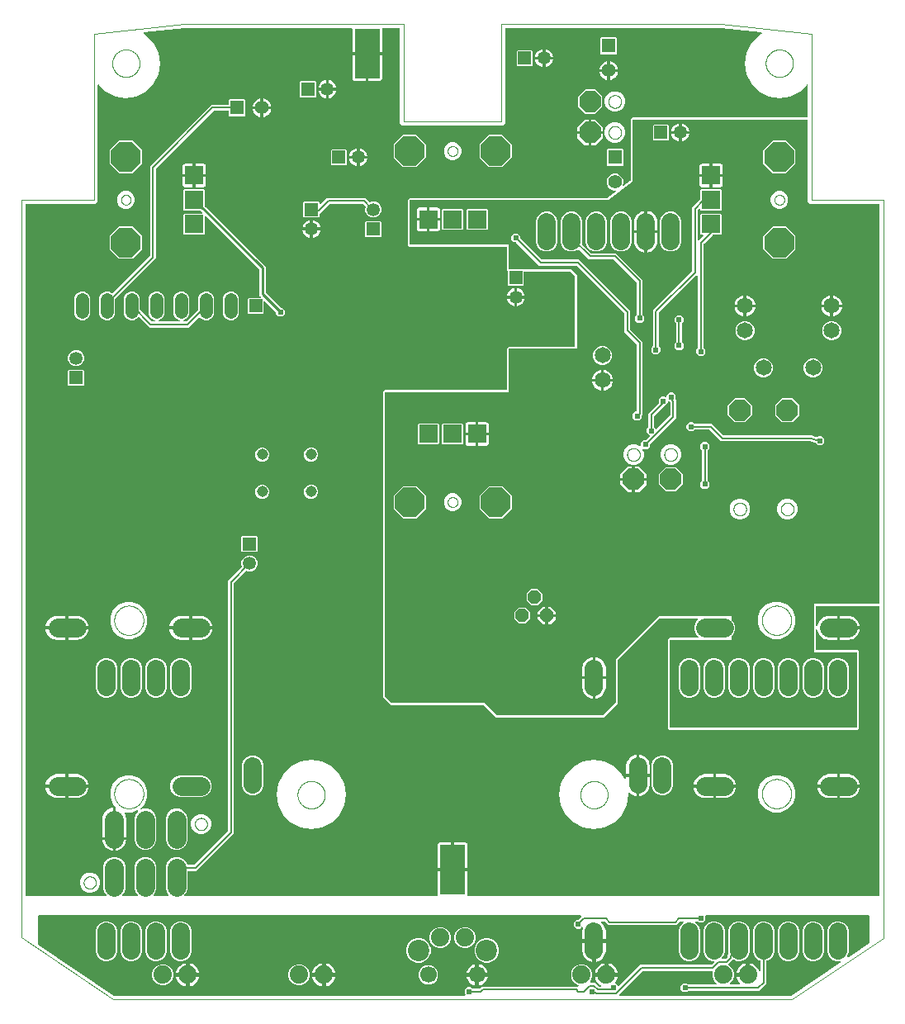
<source format=gbl>
G04 EAGLE Gerber RS-274X export*
G75*
%MOMM*%
%FSLAX34Y34*%
%LPD*%
%INBottom layer*%
%IPPOS*%
%AMOC8*
5,1,8,0,0,1.08239X$1,22.5*%
G01*
%ADD10C,0.000000*%
%ADD11R,1.350000X1.350000*%
%ADD12C,1.350000*%
%ADD13C,1.651000*%
%ADD14C,1.143000*%
%ADD15C,1.408000*%
%ADD16R,1.408000X1.408000*%
%ADD17C,1.879600*%
%ADD18R,1.879600X1.879600*%
%ADD19P,3.247170X8X22.500000*%
%ADD20R,1.320800X1.320800*%
%ADD21C,1.320800*%
%ADD22P,3.247170X8X112.500000*%
%ADD23P,3.247170X8X202.500000*%
%ADD24P,3.247170X8X292.500000*%
%ADD25C,1.950000*%
%ADD26P,2.336880X8X22.500000*%
%ADD27C,2.200000*%
%ADD28C,1.700000*%
%ADD29C,1.879600*%
%ADD30R,2.540000X5.080000*%
%ADD31P,1.429621X8X22.500000*%
%ADD32P,2.336880X8X202.500000*%
%ADD33C,0.203200*%
%ADD34C,0.604800*%
%ADD35C,0.254000*%

G36*
X119437Y106362D02*
X119437Y106362D01*
X119509Y106364D01*
X119558Y106382D01*
X119609Y106390D01*
X119673Y106424D01*
X119740Y106449D01*
X119781Y106481D01*
X119827Y106506D01*
X119876Y106558D01*
X119932Y106602D01*
X119960Y106646D01*
X119996Y106684D01*
X120026Y106749D01*
X120065Y106809D01*
X120078Y106860D01*
X120100Y106907D01*
X120108Y106978D01*
X120125Y107048D01*
X120121Y107100D01*
X120127Y107151D01*
X120112Y107222D01*
X120106Y107293D01*
X120086Y107341D01*
X120075Y107392D01*
X120038Y107453D01*
X120010Y107519D01*
X119965Y107575D01*
X119948Y107603D01*
X119931Y107618D01*
X119905Y107650D01*
X118442Y109113D01*
X116725Y113257D01*
X116725Y137243D01*
X118442Y141387D01*
X121613Y144558D01*
X125757Y146275D01*
X130243Y146275D01*
X134387Y144558D01*
X137558Y141387D01*
X139275Y137243D01*
X139275Y113257D01*
X137558Y109113D01*
X136095Y107650D01*
X136053Y107592D01*
X136004Y107540D01*
X135982Y107493D01*
X135952Y107451D01*
X135931Y107382D01*
X135900Y107317D01*
X135895Y107265D01*
X135879Y107215D01*
X135881Y107144D01*
X135873Y107073D01*
X135884Y107022D01*
X135886Y106970D01*
X135910Y106902D01*
X135925Y106832D01*
X135952Y106787D01*
X135970Y106739D01*
X136015Y106683D01*
X136052Y106621D01*
X136091Y106587D01*
X136124Y106547D01*
X136184Y106508D01*
X136239Y106461D01*
X136287Y106442D01*
X136331Y106414D01*
X136400Y106396D01*
X136467Y106369D01*
X136538Y106361D01*
X136569Y106353D01*
X136592Y106355D01*
X136633Y106351D01*
X151367Y106351D01*
X151437Y106362D01*
X151509Y106364D01*
X151558Y106382D01*
X151609Y106390D01*
X151673Y106424D01*
X151740Y106449D01*
X151781Y106481D01*
X151827Y106506D01*
X151876Y106558D01*
X151932Y106602D01*
X151960Y106646D01*
X151996Y106684D01*
X152026Y106749D01*
X152065Y106809D01*
X152078Y106860D01*
X152100Y106907D01*
X152108Y106978D01*
X152125Y107048D01*
X152121Y107100D01*
X152127Y107151D01*
X152112Y107222D01*
X152106Y107293D01*
X152086Y107341D01*
X152075Y107392D01*
X152038Y107453D01*
X152010Y107519D01*
X151965Y107575D01*
X151948Y107603D01*
X151931Y107618D01*
X151905Y107650D01*
X150442Y109113D01*
X148725Y113257D01*
X148725Y137243D01*
X150442Y141387D01*
X153613Y144558D01*
X157757Y146275D01*
X162243Y146275D01*
X166387Y144558D01*
X169558Y141387D01*
X171275Y137243D01*
X171275Y113257D01*
X169558Y109113D01*
X168095Y107650D01*
X168053Y107592D01*
X168004Y107540D01*
X167982Y107493D01*
X167952Y107451D01*
X167931Y107382D01*
X167900Y107317D01*
X167895Y107265D01*
X167879Y107215D01*
X167881Y107144D01*
X167873Y107073D01*
X167884Y107022D01*
X167886Y106970D01*
X167910Y106902D01*
X167925Y106832D01*
X167952Y106787D01*
X167970Y106739D01*
X168015Y106683D01*
X168052Y106621D01*
X168091Y106587D01*
X168124Y106547D01*
X168184Y106508D01*
X168239Y106461D01*
X168287Y106442D01*
X168331Y106414D01*
X168400Y106396D01*
X168467Y106369D01*
X168538Y106361D01*
X168569Y106353D01*
X168592Y106355D01*
X168633Y106351D01*
X183367Y106351D01*
X183437Y106362D01*
X183509Y106364D01*
X183558Y106382D01*
X183609Y106390D01*
X183673Y106424D01*
X183740Y106449D01*
X183781Y106481D01*
X183827Y106506D01*
X183876Y106558D01*
X183932Y106602D01*
X183960Y106646D01*
X183996Y106684D01*
X184026Y106749D01*
X184065Y106809D01*
X184078Y106860D01*
X184100Y106907D01*
X184108Y106978D01*
X184125Y107048D01*
X184121Y107100D01*
X184127Y107151D01*
X184112Y107222D01*
X184106Y107293D01*
X184086Y107341D01*
X184075Y107392D01*
X184038Y107453D01*
X184010Y107519D01*
X183965Y107575D01*
X183948Y107603D01*
X183931Y107618D01*
X183905Y107650D01*
X182442Y109113D01*
X180725Y113257D01*
X180725Y137243D01*
X182442Y141387D01*
X185613Y144558D01*
X189757Y146275D01*
X194243Y146275D01*
X198387Y144558D01*
X201558Y141387D01*
X202746Y138519D01*
X202808Y138419D01*
X202868Y138319D01*
X202873Y138315D01*
X202876Y138310D01*
X202965Y138235D01*
X203055Y138159D01*
X203061Y138157D01*
X203065Y138153D01*
X203173Y138111D01*
X203283Y138067D01*
X203290Y138066D01*
X203295Y138065D01*
X203313Y138064D01*
X203450Y138049D01*
X209622Y138049D01*
X209712Y138063D01*
X209803Y138071D01*
X209833Y138083D01*
X209865Y138088D01*
X209945Y138131D01*
X210029Y138167D01*
X210061Y138193D01*
X210082Y138204D01*
X210104Y138227D01*
X210160Y138272D01*
X244378Y172490D01*
X244431Y172564D01*
X244491Y172633D01*
X244503Y172663D01*
X244522Y172690D01*
X244549Y172777D01*
X244583Y172861D01*
X244587Y172902D01*
X244594Y172925D01*
X244593Y172957D01*
X244601Y173028D01*
X244601Y429413D01*
X246610Y431422D01*
X258744Y443556D01*
X258813Y443651D01*
X258882Y443745D01*
X258884Y443750D01*
X258888Y443756D01*
X258922Y443867D01*
X258958Y443978D01*
X258958Y443985D01*
X258960Y443991D01*
X258957Y444107D01*
X258956Y444224D01*
X258954Y444232D01*
X258954Y444237D01*
X258947Y444254D01*
X258909Y444385D01*
X258425Y445554D01*
X258425Y448846D01*
X259685Y451887D01*
X262013Y454215D01*
X265054Y455475D01*
X268346Y455475D01*
X271387Y454215D01*
X273715Y451887D01*
X274975Y448846D01*
X274975Y445554D01*
X273715Y442513D01*
X271387Y440185D01*
X268346Y438925D01*
X265054Y438925D01*
X263885Y439409D01*
X263772Y439436D01*
X263658Y439465D01*
X263652Y439464D01*
X263646Y439465D01*
X263529Y439454D01*
X263413Y439445D01*
X263407Y439443D01*
X263401Y439442D01*
X263294Y439395D01*
X263187Y439349D01*
X263181Y439344D01*
X263176Y439342D01*
X263163Y439330D01*
X263056Y439244D01*
X250922Y427110D01*
X250869Y427036D01*
X250809Y426967D01*
X250797Y426937D01*
X250778Y426910D01*
X250751Y426823D01*
X250717Y426739D01*
X250713Y426698D01*
X250706Y426675D01*
X250707Y426643D01*
X250699Y426572D01*
X250699Y170187D01*
X212463Y131951D01*
X204036Y131951D01*
X204016Y131948D01*
X203997Y131950D01*
X203895Y131928D01*
X203793Y131912D01*
X203776Y131902D01*
X203756Y131898D01*
X203667Y131845D01*
X203576Y131796D01*
X203562Y131782D01*
X203545Y131772D01*
X203478Y131693D01*
X203406Y131618D01*
X203398Y131600D01*
X203385Y131585D01*
X203346Y131489D01*
X203303Y131395D01*
X203301Y131375D01*
X203293Y131357D01*
X203275Y131190D01*
X203275Y113257D01*
X201558Y109113D01*
X200095Y107650D01*
X200053Y107592D01*
X200004Y107540D01*
X199982Y107493D01*
X199952Y107451D01*
X199931Y107382D01*
X199900Y107317D01*
X199895Y107265D01*
X199879Y107215D01*
X199881Y107144D01*
X199873Y107073D01*
X199884Y107022D01*
X199886Y106970D01*
X199910Y106902D01*
X199925Y106832D01*
X199952Y106787D01*
X199970Y106739D01*
X200015Y106683D01*
X200052Y106621D01*
X200091Y106587D01*
X200124Y106547D01*
X200184Y106508D01*
X200239Y106461D01*
X200287Y106442D01*
X200331Y106414D01*
X200400Y106396D01*
X200467Y106369D01*
X200538Y106361D01*
X200569Y106353D01*
X200592Y106355D01*
X200633Y106351D01*
X459106Y106351D01*
X459222Y106370D01*
X459341Y106388D01*
X459345Y106390D01*
X459349Y106390D01*
X459453Y106446D01*
X459560Y106501D01*
X459563Y106504D01*
X459566Y106506D01*
X459647Y106591D01*
X459731Y106677D01*
X459733Y106681D01*
X459736Y106684D01*
X459785Y106791D01*
X459837Y106899D01*
X459837Y106903D01*
X459839Y106907D01*
X459852Y107025D01*
X459867Y107143D01*
X459866Y107148D01*
X459866Y107151D01*
X459863Y107165D01*
X459841Y107309D01*
X459759Y107615D01*
X459759Y131827D01*
X474238Y131827D01*
X474258Y131830D01*
X474277Y131828D01*
X474379Y131850D01*
X474481Y131867D01*
X474498Y131876D01*
X474518Y131880D01*
X474607Y131933D01*
X474698Y131982D01*
X474712Y131996D01*
X474729Y132006D01*
X474796Y132085D01*
X474867Y132160D01*
X474876Y132178D01*
X474889Y132193D01*
X474928Y132289D01*
X474971Y132383D01*
X474973Y132403D01*
X474981Y132421D01*
X474999Y132588D01*
X474999Y133351D01*
X475001Y133351D01*
X475001Y132588D01*
X475004Y132568D01*
X475002Y132549D01*
X475024Y132447D01*
X475041Y132345D01*
X475050Y132328D01*
X475054Y132308D01*
X475107Y132219D01*
X475156Y132128D01*
X475170Y132114D01*
X475180Y132097D01*
X475259Y132030D01*
X475334Y131959D01*
X475352Y131950D01*
X475367Y131937D01*
X475463Y131898D01*
X475557Y131855D01*
X475577Y131853D01*
X475595Y131845D01*
X475762Y131827D01*
X490241Y131827D01*
X490241Y107615D01*
X490159Y107309D01*
X490147Y107191D01*
X490134Y107073D01*
X490135Y107068D01*
X490134Y107064D01*
X490161Y106949D01*
X490186Y106832D01*
X490188Y106829D01*
X490189Y106825D01*
X490251Y106724D01*
X490312Y106621D01*
X490315Y106618D01*
X490317Y106615D01*
X490408Y106539D01*
X490499Y106461D01*
X490503Y106460D01*
X490506Y106457D01*
X490616Y106414D01*
X490727Y106369D01*
X490732Y106369D01*
X490735Y106367D01*
X490749Y106367D01*
X490894Y106351D01*
X912238Y106351D01*
X912258Y106354D01*
X912277Y106352D01*
X912379Y106374D01*
X912481Y106390D01*
X912498Y106400D01*
X912518Y106404D01*
X912607Y106457D01*
X912698Y106506D01*
X912712Y106520D01*
X912729Y106530D01*
X912796Y106609D01*
X912868Y106684D01*
X912876Y106702D01*
X912889Y106717D01*
X912928Y106813D01*
X912971Y106907D01*
X912973Y106927D01*
X912981Y106945D01*
X912999Y107112D01*
X912999Y402844D01*
X912996Y402864D01*
X912998Y402883D01*
X912976Y402985D01*
X912960Y403087D01*
X912950Y403104D01*
X912946Y403124D01*
X912893Y403213D01*
X912844Y403304D01*
X912830Y403318D01*
X912820Y403335D01*
X912741Y403402D01*
X912666Y403474D01*
X912648Y403482D01*
X912633Y403495D01*
X912537Y403534D01*
X912443Y403577D01*
X912423Y403579D01*
X912405Y403587D01*
X912238Y403605D01*
X848106Y403605D01*
X848086Y403602D01*
X848067Y403604D01*
X847965Y403582D01*
X847863Y403566D01*
X847846Y403556D01*
X847826Y403552D01*
X847737Y403499D01*
X847646Y403450D01*
X847632Y403436D01*
X847615Y403426D01*
X847548Y403347D01*
X847476Y403272D01*
X847468Y403254D01*
X847455Y403239D01*
X847416Y403143D01*
X847373Y403049D01*
X847371Y403029D01*
X847363Y403011D01*
X847345Y402844D01*
X847345Y383490D01*
X847355Y383427D01*
X847355Y383363D01*
X847375Y383307D01*
X847384Y383247D01*
X847414Y383191D01*
X847435Y383131D01*
X847472Y383083D01*
X847500Y383030D01*
X847546Y382986D01*
X847585Y382935D01*
X847634Y382902D01*
X847678Y382861D01*
X847736Y382834D01*
X847789Y382798D01*
X847847Y382782D01*
X847901Y382757D01*
X847965Y382750D01*
X848026Y382733D01*
X848086Y382737D01*
X848145Y382730D01*
X848208Y382744D01*
X848272Y382747D01*
X848327Y382769D01*
X848386Y382782D01*
X848441Y382815D01*
X848500Y382839D01*
X848545Y382878D01*
X848597Y382908D01*
X848638Y382957D01*
X848687Y382998D01*
X848718Y383050D01*
X848757Y383095D01*
X848781Y383155D01*
X848814Y383209D01*
X848836Y383293D01*
X848849Y383323D01*
X848851Y383348D01*
X848858Y383371D01*
X848962Y384028D01*
X849560Y385868D01*
X850438Y387592D01*
X851575Y389157D01*
X852943Y390525D01*
X854508Y391662D01*
X856232Y392540D01*
X858072Y393138D01*
X859983Y393441D01*
X869177Y393441D01*
X869177Y381912D01*
X869179Y381897D01*
X869178Y381884D01*
X869179Y381880D01*
X869178Y381873D01*
X869200Y381771D01*
X869217Y381669D01*
X869226Y381652D01*
X869230Y381632D01*
X869283Y381543D01*
X869332Y381452D01*
X869346Y381438D01*
X869356Y381421D01*
X869435Y381354D01*
X869510Y381283D01*
X869528Y381274D01*
X869543Y381261D01*
X869639Y381223D01*
X869733Y381179D01*
X869753Y381177D01*
X869771Y381169D01*
X869938Y381151D01*
X870701Y381151D01*
X870701Y381149D01*
X869938Y381149D01*
X869918Y381146D01*
X869899Y381148D01*
X869797Y381126D01*
X869695Y381109D01*
X869678Y381100D01*
X869658Y381096D01*
X869569Y381043D01*
X869478Y380994D01*
X869464Y380980D01*
X869447Y380970D01*
X869380Y380891D01*
X869309Y380816D01*
X869300Y380798D01*
X869287Y380783D01*
X869248Y380687D01*
X869205Y380593D01*
X869203Y380573D01*
X869195Y380555D01*
X869177Y380388D01*
X869177Y368859D01*
X859983Y368859D01*
X858072Y369162D01*
X856232Y369760D01*
X854508Y370638D01*
X852943Y371775D01*
X851575Y373143D01*
X850438Y374708D01*
X849560Y376432D01*
X848962Y378272D01*
X848858Y378929D01*
X848838Y378990D01*
X848827Y379053D01*
X848799Y379106D01*
X848781Y379162D01*
X848742Y379214D01*
X848712Y379270D01*
X848669Y379311D01*
X848633Y379359D01*
X848580Y379395D01*
X848534Y379439D01*
X848480Y379465D01*
X848430Y379499D01*
X848369Y379516D01*
X848311Y379543D01*
X848251Y379550D01*
X848194Y379566D01*
X848130Y379563D01*
X848067Y379570D01*
X848008Y379557D01*
X847948Y379555D01*
X847889Y379531D01*
X847826Y379518D01*
X847775Y379487D01*
X847719Y379465D01*
X847670Y379424D01*
X847615Y379392D01*
X847576Y379346D01*
X847530Y379308D01*
X847497Y379253D01*
X847455Y379205D01*
X847433Y379149D01*
X847401Y379098D01*
X847387Y379036D01*
X847363Y378977D01*
X847354Y378891D01*
X847346Y378858D01*
X847347Y378834D01*
X847345Y378810D01*
X847345Y359156D01*
X847348Y359136D01*
X847346Y359117D01*
X847368Y359015D01*
X847384Y358913D01*
X847394Y358896D01*
X847398Y358876D01*
X847451Y358787D01*
X847500Y358696D01*
X847514Y358682D01*
X847524Y358665D01*
X847603Y358598D01*
X847678Y358526D01*
X847696Y358518D01*
X847711Y358505D01*
X847807Y358466D01*
X847901Y358423D01*
X847921Y358421D01*
X847939Y358413D01*
X848106Y358395D01*
X890158Y358395D01*
X891795Y356758D01*
X891795Y278242D01*
X890158Y276605D01*
X697342Y276605D01*
X695705Y278242D01*
X695705Y369458D01*
X697342Y371095D01*
X726223Y371095D01*
X726293Y371106D01*
X726365Y371108D01*
X726414Y371126D01*
X726465Y371134D01*
X726529Y371168D01*
X726596Y371193D01*
X726637Y371225D01*
X726683Y371250D01*
X726732Y371302D01*
X726788Y371346D01*
X726816Y371390D01*
X726852Y371428D01*
X726882Y371493D01*
X726921Y371553D01*
X726934Y371604D01*
X726956Y371651D01*
X726964Y371722D01*
X726981Y371792D01*
X726977Y371844D01*
X726983Y371895D01*
X726968Y371966D01*
X726962Y372037D01*
X726942Y372085D01*
X726931Y372136D01*
X726894Y372197D01*
X726866Y372263D01*
X726821Y372319D01*
X726804Y372347D01*
X726787Y372362D01*
X726761Y372394D01*
X724392Y374763D01*
X722675Y378907D01*
X722675Y383393D01*
X724392Y387537D01*
X726461Y389606D01*
X726503Y389664D01*
X726552Y389716D01*
X726574Y389763D01*
X726604Y389805D01*
X726625Y389874D01*
X726656Y389939D01*
X726661Y389991D01*
X726677Y390041D01*
X726675Y390112D01*
X726683Y390183D01*
X726672Y390234D01*
X726670Y390286D01*
X726646Y390354D01*
X726631Y390424D01*
X726604Y390469D01*
X726586Y390517D01*
X726541Y390573D01*
X726504Y390635D01*
X726465Y390669D01*
X726432Y390709D01*
X726372Y390748D01*
X726317Y390795D01*
X726269Y390814D01*
X726225Y390842D01*
X726156Y390860D01*
X726089Y390887D01*
X726018Y390895D01*
X725987Y390903D01*
X725964Y390901D01*
X725923Y390905D01*
X687273Y390905D01*
X687183Y390891D01*
X687092Y390883D01*
X687062Y390871D01*
X687030Y390866D01*
X686950Y390823D01*
X686866Y390787D01*
X686834Y390761D01*
X686813Y390750D01*
X686791Y390727D01*
X686735Y390682D01*
X644368Y348315D01*
X644315Y348241D01*
X644255Y348172D01*
X644243Y348142D01*
X644224Y348116D01*
X644197Y348029D01*
X644163Y347944D01*
X644159Y347903D01*
X644152Y347881D01*
X644153Y347848D01*
X644145Y347777D01*
X644145Y303642D01*
X629808Y289305D01*
X519542Y289305D01*
X507065Y301782D01*
X506991Y301835D01*
X506922Y301895D01*
X506892Y301907D01*
X506866Y301926D01*
X506779Y301953D01*
X506694Y301987D01*
X506653Y301991D01*
X506631Y301998D01*
X506598Y301997D01*
X506527Y302005D01*
X411592Y302005D01*
X403605Y309992D01*
X403605Y623458D01*
X405242Y625095D01*
X529844Y625095D01*
X529864Y625098D01*
X529883Y625096D01*
X529985Y625118D01*
X530087Y625134D01*
X530104Y625144D01*
X530124Y625148D01*
X530213Y625201D01*
X530304Y625250D01*
X530318Y625264D01*
X530335Y625274D01*
X530402Y625353D01*
X530474Y625428D01*
X530482Y625446D01*
X530495Y625461D01*
X530534Y625557D01*
X530577Y625651D01*
X530579Y625671D01*
X530587Y625689D01*
X530605Y625856D01*
X530605Y667908D01*
X532242Y669545D01*
X599694Y669545D01*
X599714Y669548D01*
X599733Y669546D01*
X599835Y669568D01*
X599937Y669584D01*
X599954Y669594D01*
X599974Y669598D01*
X600063Y669651D01*
X600154Y669700D01*
X600168Y669714D01*
X600185Y669724D01*
X600252Y669803D01*
X600324Y669878D01*
X600332Y669896D01*
X600345Y669911D01*
X600384Y670007D01*
X600427Y670101D01*
X600429Y670121D01*
X600437Y670139D01*
X600455Y670306D01*
X600455Y741477D01*
X600441Y741567D01*
X600433Y741658D01*
X600421Y741688D01*
X600416Y741720D01*
X600373Y741800D01*
X600337Y741884D01*
X600311Y741916D01*
X600300Y741937D01*
X600277Y741959D01*
X600232Y742015D01*
X595965Y746282D01*
X595891Y746335D01*
X595822Y746395D01*
X595792Y746407D01*
X595766Y746426D01*
X595679Y746453D01*
X595594Y746487D01*
X595553Y746491D01*
X595531Y746498D01*
X595498Y746497D01*
X595427Y746505D01*
X548786Y746505D01*
X548766Y746502D01*
X548747Y746504D01*
X548645Y746482D01*
X548543Y746466D01*
X548526Y746456D01*
X548506Y746452D01*
X548417Y746399D01*
X548326Y746350D01*
X548312Y746336D01*
X548295Y746326D01*
X548228Y746247D01*
X548156Y746172D01*
X548148Y746154D01*
X548135Y746139D01*
X548096Y746043D01*
X548053Y745949D01*
X548051Y745929D01*
X548043Y745911D01*
X548025Y745744D01*
X548025Y732868D01*
X547132Y731975D01*
X532368Y731975D01*
X531475Y732868D01*
X531475Y746957D01*
X531461Y747047D01*
X531453Y747138D01*
X531441Y747168D01*
X531436Y747200D01*
X531393Y747280D01*
X531357Y747364D01*
X531331Y747397D01*
X531320Y747417D01*
X531297Y747439D01*
X531252Y747495D01*
X530605Y748142D01*
X530605Y771144D01*
X530602Y771164D01*
X530604Y771183D01*
X530582Y771285D01*
X530566Y771387D01*
X530556Y771404D01*
X530552Y771424D01*
X530499Y771513D01*
X530450Y771604D01*
X530436Y771618D01*
X530426Y771635D01*
X530347Y771702D01*
X530272Y771774D01*
X530254Y771782D01*
X530239Y771795D01*
X530143Y771834D01*
X530049Y771877D01*
X530029Y771879D01*
X530011Y771887D01*
X529844Y771905D01*
X430642Y771905D01*
X429005Y773542D01*
X429005Y820308D01*
X430642Y821945D01*
X633815Y821945D01*
X633852Y821951D01*
X633889Y821948D01*
X633973Y821971D01*
X634057Y821984D01*
X634091Y822002D01*
X634127Y822012D01*
X634271Y822097D01*
X642495Y828265D01*
X642497Y828267D01*
X642499Y828268D01*
X642582Y828355D01*
X642666Y828442D01*
X642667Y828444D01*
X642668Y828446D01*
X642719Y828556D01*
X642771Y828665D01*
X642771Y828667D01*
X642772Y828669D01*
X642785Y828785D01*
X642799Y828909D01*
X642799Y828911D01*
X642799Y828913D01*
X642774Y829030D01*
X642748Y829150D01*
X642747Y829152D01*
X642747Y829154D01*
X642685Y829258D01*
X642623Y829362D01*
X642622Y829363D01*
X642620Y829365D01*
X642528Y829444D01*
X642437Y829523D01*
X642435Y829523D01*
X642434Y829525D01*
X642320Y829571D01*
X642210Y829616D01*
X642207Y829616D01*
X642205Y829617D01*
X642039Y829635D01*
X639646Y829635D01*
X636498Y830939D01*
X634089Y833348D01*
X632785Y836496D01*
X632785Y839904D01*
X634089Y843052D01*
X636498Y845461D01*
X639646Y846765D01*
X643054Y846765D01*
X646202Y845461D01*
X648611Y843052D01*
X649915Y839904D01*
X649915Y836496D01*
X649376Y835196D01*
X649366Y835153D01*
X649347Y835114D01*
X649338Y835034D01*
X649320Y834956D01*
X649324Y834913D01*
X649319Y834869D01*
X649335Y834791D01*
X649343Y834711D01*
X649361Y834671D01*
X649370Y834629D01*
X649410Y834560D01*
X649443Y834487D01*
X649473Y834455D01*
X649495Y834417D01*
X649555Y834365D01*
X649609Y834306D01*
X649648Y834284D01*
X649681Y834256D01*
X649755Y834226D01*
X649825Y834187D01*
X649868Y834179D01*
X649908Y834163D01*
X649988Y834158D01*
X650067Y834143D01*
X650110Y834150D01*
X650154Y834147D01*
X650231Y834167D01*
X650310Y834179D01*
X650349Y834199D01*
X650392Y834210D01*
X650517Y834284D01*
X650530Y834291D01*
X650532Y834293D01*
X650536Y834295D01*
X657301Y839369D01*
X657316Y839385D01*
X657335Y839396D01*
X657401Y839473D01*
X657471Y839546D01*
X657480Y839566D01*
X657495Y839583D01*
X657533Y839677D01*
X657576Y839769D01*
X657579Y839791D01*
X657587Y839811D01*
X657605Y839978D01*
X657605Y902858D01*
X659242Y904495D01*
X838238Y904495D01*
X838258Y904498D01*
X838277Y904496D01*
X838379Y904518D01*
X838481Y904534D01*
X838498Y904544D01*
X838518Y904548D01*
X838607Y904601D01*
X838698Y904650D01*
X838712Y904664D01*
X838729Y904674D01*
X838796Y904753D01*
X838868Y904828D01*
X838876Y904846D01*
X838889Y904861D01*
X838928Y904957D01*
X838971Y905051D01*
X838973Y905071D01*
X838981Y905089D01*
X838999Y905256D01*
X838999Y937503D01*
X838988Y937574D01*
X838986Y937646D01*
X838968Y937695D01*
X838960Y937746D01*
X838926Y937809D01*
X838901Y937877D01*
X838869Y937917D01*
X838844Y937964D01*
X838792Y938013D01*
X838748Y938069D01*
X838704Y938097D01*
X838666Y938133D01*
X838601Y938163D01*
X838541Y938202D01*
X838490Y938215D01*
X838443Y938237D01*
X838372Y938244D01*
X838302Y938262D01*
X838250Y938258D01*
X838199Y938264D01*
X838128Y938248D01*
X838057Y938243D01*
X838009Y938222D01*
X837958Y938211D01*
X837897Y938175D01*
X837831Y938146D01*
X837775Y938102D01*
X837747Y938085D01*
X837732Y938067D01*
X837700Y938042D01*
X830897Y931238D01*
X820986Y926189D01*
X810000Y924449D01*
X799014Y926189D01*
X789103Y931238D01*
X781238Y939103D01*
X776189Y949014D01*
X774449Y960000D01*
X776189Y970986D01*
X781238Y980897D01*
X789103Y988762D01*
X791702Y990085D01*
X791724Y990101D01*
X791749Y990112D01*
X791822Y990174D01*
X791900Y990231D01*
X791916Y990253D01*
X791936Y990271D01*
X791986Y990353D01*
X792041Y990432D01*
X792049Y990458D01*
X792063Y990481D01*
X792084Y990576D01*
X792111Y990668D01*
X792110Y990695D01*
X792116Y990722D01*
X792106Y990818D01*
X792102Y990914D01*
X792093Y990939D01*
X792090Y990966D01*
X792050Y991054D01*
X792016Y991144D01*
X791998Y991165D01*
X791987Y991190D01*
X791921Y991260D01*
X791860Y991334D01*
X791837Y991349D01*
X791818Y991369D01*
X791733Y991414D01*
X791652Y991465D01*
X791625Y991472D01*
X791601Y991484D01*
X791437Y991521D01*
X749826Y995995D01*
X749798Y995993D01*
X749745Y995999D01*
X529762Y995999D01*
X529742Y995996D01*
X529723Y995998D01*
X529621Y995976D01*
X529519Y995960D01*
X529502Y995950D01*
X529482Y995946D01*
X529393Y995893D01*
X529302Y995844D01*
X529288Y995830D01*
X529271Y995820D01*
X529204Y995741D01*
X529132Y995666D01*
X529124Y995648D01*
X529111Y995633D01*
X529072Y995537D01*
X529029Y995443D01*
X529027Y995423D01*
X529019Y995405D01*
X529001Y995238D01*
X529001Y898343D01*
X526657Y895999D01*
X423343Y895999D01*
X420999Y898343D01*
X420999Y995238D01*
X420996Y995258D01*
X420998Y995277D01*
X420976Y995379D01*
X420960Y995481D01*
X420950Y995498D01*
X420946Y995518D01*
X420893Y995607D01*
X420844Y995698D01*
X420830Y995712D01*
X420820Y995729D01*
X420741Y995796D01*
X420666Y995868D01*
X420648Y995876D01*
X420633Y995889D01*
X420537Y995928D01*
X420443Y995971D01*
X420423Y995973D01*
X420405Y995981D01*
X420238Y995999D01*
X403352Y995999D01*
X403332Y995996D01*
X403313Y995998D01*
X403211Y995976D01*
X403109Y995960D01*
X403092Y995950D01*
X403072Y995946D01*
X402983Y995893D01*
X402892Y995844D01*
X402878Y995830D01*
X402861Y995820D01*
X402794Y995741D01*
X402722Y995666D01*
X402714Y995648D01*
X402701Y995633D01*
X402662Y995537D01*
X402619Y995443D01*
X402617Y995423D01*
X402609Y995405D01*
X402591Y995238D01*
X402591Y971523D01*
X388112Y971523D01*
X388092Y971520D01*
X388073Y971522D01*
X387971Y971500D01*
X387869Y971483D01*
X387852Y971474D01*
X387832Y971470D01*
X387743Y971417D01*
X387652Y971368D01*
X387638Y971354D01*
X387621Y971344D01*
X387554Y971265D01*
X387483Y971190D01*
X387474Y971172D01*
X387461Y971157D01*
X387422Y971061D01*
X387379Y970967D01*
X387377Y970947D01*
X387369Y970929D01*
X387351Y970762D01*
X387351Y969999D01*
X387349Y969999D01*
X387349Y970762D01*
X387346Y970782D01*
X387348Y970801D01*
X387326Y970903D01*
X387309Y971005D01*
X387300Y971022D01*
X387296Y971042D01*
X387243Y971131D01*
X387194Y971222D01*
X387180Y971236D01*
X387170Y971253D01*
X387091Y971320D01*
X387016Y971391D01*
X386998Y971400D01*
X386983Y971413D01*
X386887Y971452D01*
X386793Y971495D01*
X386773Y971497D01*
X386755Y971505D01*
X386588Y971523D01*
X372109Y971523D01*
X372109Y995238D01*
X372106Y995258D01*
X372108Y995277D01*
X372086Y995379D01*
X372070Y995481D01*
X372060Y995498D01*
X372056Y995518D01*
X372003Y995607D01*
X371954Y995698D01*
X371940Y995712D01*
X371930Y995729D01*
X371851Y995796D01*
X371776Y995868D01*
X371758Y995876D01*
X371743Y995889D01*
X371647Y995928D01*
X371553Y995971D01*
X371533Y995973D01*
X371515Y995981D01*
X371348Y995999D01*
X200255Y995999D01*
X200228Y995995D01*
X200174Y995995D01*
X158563Y991521D01*
X158536Y991513D01*
X158509Y991513D01*
X158418Y991481D01*
X158325Y991455D01*
X158303Y991440D01*
X158277Y991431D01*
X158202Y991371D01*
X158122Y991317D01*
X158105Y991296D01*
X158084Y991279D01*
X158031Y991199D01*
X157972Y991122D01*
X157964Y991096D01*
X157949Y991074D01*
X157924Y990980D01*
X157893Y990889D01*
X157893Y990862D01*
X157886Y990836D01*
X157893Y990740D01*
X157892Y990643D01*
X157901Y990617D01*
X157903Y990590D01*
X157939Y990501D01*
X157970Y990410D01*
X157986Y990388D01*
X157997Y990363D01*
X158060Y990290D01*
X158118Y990213D01*
X158140Y990198D01*
X158158Y990178D01*
X158298Y990085D01*
X160897Y988762D01*
X168762Y980897D01*
X173811Y970986D01*
X175551Y960000D01*
X173811Y949014D01*
X168762Y939103D01*
X160897Y931238D01*
X150986Y926189D01*
X140000Y924449D01*
X129014Y926189D01*
X119103Y931238D01*
X112300Y938042D01*
X112242Y938084D01*
X112190Y938133D01*
X112143Y938155D01*
X112101Y938185D01*
X112032Y938206D01*
X111967Y938237D01*
X111915Y938242D01*
X111865Y938258D01*
X111794Y938256D01*
X111723Y938264D01*
X111672Y938253D01*
X111620Y938251D01*
X111552Y938227D01*
X111482Y938211D01*
X111437Y938185D01*
X111389Y938167D01*
X111333Y938122D01*
X111271Y938085D01*
X111237Y938046D01*
X111197Y938013D01*
X111158Y937953D01*
X111111Y937898D01*
X111092Y937850D01*
X111064Y937806D01*
X111046Y937737D01*
X111019Y937670D01*
X111011Y937599D01*
X111003Y937568D01*
X111005Y937544D01*
X111001Y937503D01*
X111001Y818343D01*
X108657Y815999D01*
X37762Y815999D01*
X37742Y815996D01*
X37723Y815998D01*
X37621Y815976D01*
X37519Y815960D01*
X37502Y815950D01*
X37482Y815946D01*
X37393Y815893D01*
X37302Y815844D01*
X37288Y815830D01*
X37271Y815820D01*
X37204Y815741D01*
X37132Y815666D01*
X37124Y815648D01*
X37111Y815633D01*
X37072Y815537D01*
X37029Y815443D01*
X37027Y815423D01*
X37019Y815405D01*
X37001Y815238D01*
X37001Y107112D01*
X37004Y107092D01*
X37002Y107073D01*
X37024Y106971D01*
X37040Y106869D01*
X37050Y106852D01*
X37054Y106832D01*
X37107Y106743D01*
X37156Y106652D01*
X37170Y106638D01*
X37180Y106621D01*
X37259Y106554D01*
X37334Y106482D01*
X37352Y106474D01*
X37367Y106461D01*
X37463Y106422D01*
X37557Y106379D01*
X37577Y106377D01*
X37595Y106369D01*
X37762Y106351D01*
X119367Y106351D01*
X119437Y106362D01*
G37*
G36*
X889020Y278642D02*
X889020Y278642D01*
X889039Y278640D01*
X889141Y278662D01*
X889243Y278679D01*
X889260Y278688D01*
X889280Y278692D01*
X889369Y278745D01*
X889460Y278794D01*
X889474Y278808D01*
X889491Y278818D01*
X889558Y278897D01*
X889630Y278972D01*
X889638Y278990D01*
X889651Y279005D01*
X889690Y279101D01*
X889733Y279195D01*
X889735Y279215D01*
X889743Y279233D01*
X889761Y279400D01*
X889761Y355600D01*
X889758Y355620D01*
X889760Y355639D01*
X889738Y355741D01*
X889722Y355843D01*
X889712Y355860D01*
X889708Y355880D01*
X889655Y355969D01*
X889606Y356060D01*
X889592Y356074D01*
X889582Y356091D01*
X889503Y356158D01*
X889428Y356230D01*
X889410Y356238D01*
X889395Y356251D01*
X889299Y356290D01*
X889205Y356333D01*
X889185Y356335D01*
X889167Y356343D01*
X889000Y356361D01*
X845311Y356361D01*
X845311Y405639D01*
X912238Y405639D01*
X912258Y405642D01*
X912277Y405640D01*
X912379Y405662D01*
X912481Y405679D01*
X912498Y405688D01*
X912518Y405692D01*
X912607Y405745D01*
X912698Y405794D01*
X912712Y405808D01*
X912729Y405818D01*
X912796Y405897D01*
X912868Y405972D01*
X912876Y405990D01*
X912889Y406005D01*
X912928Y406101D01*
X912971Y406195D01*
X912973Y406215D01*
X912981Y406233D01*
X912999Y406400D01*
X912999Y815238D01*
X912996Y815258D01*
X912998Y815277D01*
X912976Y815379D01*
X912960Y815481D01*
X912950Y815498D01*
X912946Y815518D01*
X912893Y815607D01*
X912844Y815698D01*
X912830Y815712D01*
X912820Y815729D01*
X912741Y815796D01*
X912666Y815868D01*
X912648Y815876D01*
X912633Y815889D01*
X912537Y815928D01*
X912443Y815971D01*
X912423Y815973D01*
X912405Y815981D01*
X912238Y815999D01*
X841343Y815999D01*
X838999Y818343D01*
X838999Y901700D01*
X838996Y901720D01*
X838998Y901739D01*
X838976Y901841D01*
X838960Y901943D01*
X838950Y901960D01*
X838946Y901980D01*
X838893Y902069D01*
X838844Y902160D01*
X838830Y902174D01*
X838820Y902191D01*
X838741Y902258D01*
X838666Y902330D01*
X838648Y902338D01*
X838633Y902351D01*
X838537Y902390D01*
X838443Y902433D01*
X838423Y902435D01*
X838405Y902443D01*
X838238Y902461D01*
X660400Y902461D01*
X660380Y902458D01*
X660361Y902460D01*
X660259Y902438D01*
X660157Y902422D01*
X660140Y902412D01*
X660120Y902408D01*
X660031Y902355D01*
X659940Y902306D01*
X659926Y902292D01*
X659909Y902282D01*
X659842Y902203D01*
X659771Y902128D01*
X659762Y902110D01*
X659749Y902095D01*
X659710Y901999D01*
X659667Y901905D01*
X659665Y901885D01*
X659657Y901867D01*
X659639Y901700D01*
X659639Y838581D01*
X634746Y819911D01*
X431800Y819911D01*
X431780Y819908D01*
X431761Y819910D01*
X431659Y819888D01*
X431557Y819872D01*
X431540Y819862D01*
X431520Y819858D01*
X431431Y819805D01*
X431340Y819756D01*
X431326Y819742D01*
X431309Y819732D01*
X431242Y819653D01*
X431171Y819578D01*
X431162Y819560D01*
X431149Y819545D01*
X431110Y819449D01*
X431067Y819355D01*
X431065Y819335D01*
X431057Y819317D01*
X431039Y819150D01*
X431039Y774700D01*
X431042Y774680D01*
X431040Y774661D01*
X431062Y774559D01*
X431079Y774457D01*
X431088Y774440D01*
X431092Y774420D01*
X431145Y774331D01*
X431194Y774240D01*
X431208Y774226D01*
X431218Y774209D01*
X431297Y774142D01*
X431372Y774071D01*
X431390Y774062D01*
X431405Y774049D01*
X431501Y774010D01*
X431595Y773967D01*
X431615Y773965D01*
X431633Y773957D01*
X431800Y773939D01*
X532639Y773939D01*
X532639Y749300D01*
X532642Y749280D01*
X532640Y749261D01*
X532662Y749159D01*
X532679Y749057D01*
X532688Y749040D01*
X532692Y749020D01*
X532745Y748931D01*
X532794Y748840D01*
X532808Y748826D01*
X532818Y748809D01*
X532897Y748742D01*
X532972Y748671D01*
X532990Y748662D01*
X533005Y748649D01*
X533101Y748610D01*
X533195Y748567D01*
X533215Y748565D01*
X533233Y748557D01*
X533400Y748539D01*
X596585Y748539D01*
X602489Y742635D01*
X602489Y667511D01*
X533400Y667511D01*
X533380Y667508D01*
X533361Y667510D01*
X533259Y667488D01*
X533157Y667472D01*
X533140Y667462D01*
X533120Y667458D01*
X533031Y667405D01*
X532940Y667356D01*
X532926Y667342D01*
X532909Y667332D01*
X532842Y667253D01*
X532771Y667178D01*
X532762Y667160D01*
X532749Y667145D01*
X532710Y667049D01*
X532667Y666955D01*
X532665Y666935D01*
X532657Y666917D01*
X532639Y666750D01*
X532639Y623061D01*
X406400Y623061D01*
X406380Y623058D01*
X406361Y623060D01*
X406259Y623038D01*
X406157Y623022D01*
X406140Y623012D01*
X406120Y623008D01*
X406031Y622955D01*
X405940Y622906D01*
X405926Y622892D01*
X405909Y622882D01*
X405842Y622803D01*
X405771Y622728D01*
X405762Y622710D01*
X405749Y622695D01*
X405710Y622599D01*
X405667Y622505D01*
X405665Y622485D01*
X405657Y622467D01*
X405639Y622300D01*
X405639Y311150D01*
X405654Y311060D01*
X405661Y310969D01*
X405673Y310939D01*
X405679Y310907D01*
X405721Y310827D01*
X405757Y310743D01*
X405783Y310711D01*
X405794Y310690D01*
X405817Y310668D01*
X405862Y310612D01*
X412212Y304262D01*
X412286Y304209D01*
X412355Y304149D01*
X412385Y304137D01*
X412411Y304118D01*
X412498Y304091D01*
X412583Y304057D01*
X412624Y304053D01*
X412647Y304046D01*
X412679Y304047D01*
X412750Y304039D01*
X507685Y304039D01*
X520162Y291562D01*
X520236Y291509D01*
X520305Y291449D01*
X520335Y291437D01*
X520361Y291418D01*
X520448Y291391D01*
X520533Y291357D01*
X520574Y291353D01*
X520597Y291346D01*
X520629Y291347D01*
X520700Y291339D01*
X628650Y291339D01*
X628740Y291354D01*
X628831Y291361D01*
X628861Y291373D01*
X628893Y291379D01*
X628973Y291421D01*
X629057Y291457D01*
X629089Y291483D01*
X629110Y291494D01*
X629132Y291517D01*
X629188Y291562D01*
X641888Y304262D01*
X641941Y304336D01*
X642001Y304405D01*
X642013Y304435D01*
X642032Y304461D01*
X642059Y304548D01*
X642093Y304633D01*
X642097Y304674D01*
X642104Y304697D01*
X642103Y304729D01*
X642111Y304800D01*
X642111Y348935D01*
X686115Y392939D01*
X761239Y392939D01*
X761239Y389621D01*
X761254Y389531D01*
X761261Y389440D01*
X761273Y389411D01*
X761279Y389379D01*
X761321Y389298D01*
X761357Y389214D01*
X761383Y389182D01*
X761394Y389161D01*
X761417Y389139D01*
X761462Y389083D01*
X763008Y387537D01*
X764725Y383393D01*
X764725Y378907D01*
X763008Y374763D01*
X761462Y373217D01*
X761409Y373143D01*
X761349Y373073D01*
X761337Y373043D01*
X761318Y373017D01*
X761291Y372930D01*
X761257Y372845D01*
X761253Y372804D01*
X761246Y372782D01*
X761247Y372750D01*
X761239Y372679D01*
X761239Y369061D01*
X698500Y369061D01*
X698480Y369058D01*
X698461Y369060D01*
X698359Y369038D01*
X698257Y369022D01*
X698240Y369012D01*
X698220Y369008D01*
X698131Y368955D01*
X698040Y368906D01*
X698026Y368892D01*
X698009Y368882D01*
X697942Y368803D01*
X697871Y368728D01*
X697862Y368710D01*
X697849Y368695D01*
X697810Y368599D01*
X697767Y368505D01*
X697765Y368485D01*
X697757Y368467D01*
X697739Y368300D01*
X697739Y279400D01*
X697742Y279380D01*
X697740Y279361D01*
X697762Y279259D01*
X697779Y279157D01*
X697788Y279140D01*
X697792Y279120D01*
X697845Y279031D01*
X697894Y278940D01*
X697908Y278926D01*
X697918Y278909D01*
X697997Y278842D01*
X698072Y278771D01*
X698090Y278762D01*
X698105Y278749D01*
X698201Y278710D01*
X698295Y278667D01*
X698315Y278665D01*
X698333Y278657D01*
X698500Y278639D01*
X889000Y278639D01*
X889020Y278642D01*
G37*
G36*
X487016Y4005D02*
X487016Y4005D01*
X487046Y4002D01*
X487157Y4025D01*
X487269Y4041D01*
X487296Y4053D01*
X487324Y4058D01*
X487425Y4111D01*
X487528Y4157D01*
X487551Y4176D01*
X487577Y4189D01*
X487659Y4267D01*
X487745Y4340D01*
X487762Y4365D01*
X487783Y4385D01*
X487840Y4483D01*
X487903Y4577D01*
X487912Y4605D01*
X487927Y4630D01*
X487954Y4740D01*
X487989Y4848D01*
X487989Y4878D01*
X487997Y4906D01*
X487993Y5019D01*
X487996Y5132D01*
X487989Y5161D01*
X487988Y5190D01*
X487953Y5298D01*
X487924Y5407D01*
X487909Y5433D01*
X487900Y5461D01*
X487855Y5525D01*
X487779Y5652D01*
X487733Y5695D01*
X487705Y5734D01*
X487195Y6244D01*
X487195Y10012D01*
X489860Y12677D01*
X493628Y12677D01*
X494831Y11474D01*
X494901Y11422D01*
X494964Y11362D01*
X495014Y11336D01*
X495058Y11303D01*
X495140Y11272D01*
X495218Y11232D01*
X495265Y11224D01*
X495324Y11202D01*
X495471Y11190D01*
X495549Y11177D01*
X502253Y11177D01*
X502339Y11189D01*
X502427Y11192D01*
X502479Y11209D01*
X502534Y11217D01*
X502614Y11252D01*
X502697Y11279D01*
X502736Y11307D01*
X502794Y11333D01*
X502907Y11429D01*
X502971Y11474D01*
X504705Y13209D01*
X603086Y13209D01*
X603171Y13221D01*
X603257Y13223D01*
X603311Y13241D01*
X603367Y13249D01*
X603446Y13284D01*
X603528Y13310D01*
X603575Y13342D01*
X603627Y13365D01*
X603692Y13420D01*
X603764Y13468D01*
X603800Y13512D01*
X603844Y13548D01*
X603891Y13620D01*
X603947Y13686D01*
X603970Y13738D01*
X604001Y13785D01*
X604027Y13867D01*
X604062Y13946D01*
X604070Y14002D01*
X604087Y14056D01*
X604089Y14142D01*
X604101Y14227D01*
X604093Y14283D01*
X604094Y14340D01*
X604073Y14423D01*
X604060Y14508D01*
X604037Y14560D01*
X604023Y14615D01*
X603979Y14689D01*
X603943Y14768D01*
X603906Y14811D01*
X603877Y14860D01*
X603815Y14919D01*
X603759Y14984D01*
X603717Y15010D01*
X603670Y15054D01*
X603541Y15120D01*
X603474Y15162D01*
X601113Y16140D01*
X598040Y19213D01*
X596377Y23227D01*
X596377Y27573D01*
X598040Y31587D01*
X601113Y34660D01*
X605127Y36323D01*
X609473Y36323D01*
X613487Y34660D01*
X616560Y31587D01*
X618223Y27573D01*
X618223Y23227D01*
X616560Y19213D01*
X616353Y19006D01*
X616335Y18982D01*
X616313Y18963D01*
X616250Y18869D01*
X616182Y18779D01*
X616172Y18751D01*
X616155Y18727D01*
X616121Y18619D01*
X616081Y18513D01*
X616078Y18484D01*
X616070Y18456D01*
X616067Y18343D01*
X616057Y18230D01*
X616063Y18201D01*
X616062Y18172D01*
X616091Y18062D01*
X616113Y17951D01*
X616127Y17925D01*
X616134Y17897D01*
X616192Y17799D01*
X616244Y17699D01*
X616264Y17677D01*
X616279Y17652D01*
X616362Y17575D01*
X616440Y17493D01*
X616465Y17478D01*
X616487Y17458D01*
X616587Y17406D01*
X616685Y17349D01*
X616714Y17342D01*
X616740Y17328D01*
X616817Y17315D01*
X616961Y17279D01*
X617023Y17281D01*
X617071Y17273D01*
X621023Y17273D01*
X624789Y13506D01*
X624859Y13454D01*
X624923Y13394D01*
X624973Y13368D01*
X625017Y13335D01*
X625098Y13304D01*
X625176Y13264D01*
X625224Y13256D01*
X625282Y13234D01*
X625430Y13222D01*
X625507Y13209D01*
X626101Y13209D01*
X626146Y13215D01*
X626193Y13213D01*
X626286Y13235D01*
X626382Y13249D01*
X626424Y13267D01*
X626469Y13278D01*
X626553Y13325D01*
X626641Y13365D01*
X626677Y13395D01*
X626717Y13417D01*
X626785Y13486D01*
X626858Y13548D01*
X626884Y13587D01*
X626917Y13620D01*
X626963Y13705D01*
X627016Y13785D01*
X627030Y13829D01*
X627052Y13870D01*
X627073Y13964D01*
X627102Y14056D01*
X627103Y14102D01*
X627113Y14148D01*
X627107Y14244D01*
X627109Y14340D01*
X627097Y14385D01*
X627094Y14431D01*
X627062Y14522D01*
X627037Y14615D01*
X627014Y14655D01*
X626998Y14699D01*
X626941Y14777D01*
X626892Y14860D01*
X626858Y14891D01*
X626831Y14929D01*
X626771Y14974D01*
X626685Y15054D01*
X626611Y15092D01*
X626561Y15129D01*
X626443Y15189D01*
X624922Y16294D01*
X623594Y17622D01*
X622489Y19143D01*
X621636Y20817D01*
X621055Y22604D01*
X620934Y23369D01*
X631684Y23369D01*
X631742Y23377D01*
X631800Y23375D01*
X631882Y23397D01*
X631965Y23409D01*
X632019Y23433D01*
X632075Y23447D01*
X632148Y23490D01*
X632225Y23525D01*
X632269Y23563D01*
X632320Y23593D01*
X632377Y23654D01*
X632442Y23709D01*
X632474Y23757D01*
X632514Y23800D01*
X632553Y23875D01*
X632599Y23945D01*
X632617Y24001D01*
X632644Y24053D01*
X632655Y24121D01*
X632685Y24216D01*
X632688Y24316D01*
X632699Y24384D01*
X632699Y25401D01*
X632701Y25401D01*
X632701Y24384D01*
X632709Y24326D01*
X632708Y24268D01*
X632729Y24186D01*
X632741Y24103D01*
X632765Y24049D01*
X632779Y23993D01*
X632822Y23920D01*
X632857Y23843D01*
X632895Y23798D01*
X632925Y23748D01*
X632986Y23690D01*
X633041Y23626D01*
X633089Y23594D01*
X633132Y23554D01*
X633207Y23515D01*
X633277Y23469D01*
X633333Y23451D01*
X633385Y23424D01*
X633453Y23413D01*
X633548Y23383D01*
X633648Y23380D01*
X633716Y23369D01*
X644466Y23369D01*
X644345Y22604D01*
X643764Y20817D01*
X642911Y19143D01*
X642011Y17905D01*
X641955Y17798D01*
X641894Y17694D01*
X641888Y17673D01*
X641878Y17654D01*
X641853Y17535D01*
X641823Y17418D01*
X641824Y17396D01*
X641820Y17375D01*
X641829Y17254D01*
X641833Y17134D01*
X641839Y17113D01*
X641841Y17092D01*
X641883Y16978D01*
X641920Y16863D01*
X641931Y16847D01*
X641940Y16825D01*
X642108Y16597D01*
X642112Y16593D01*
X642115Y16590D01*
X644487Y14218D01*
X644533Y14183D01*
X644574Y14141D01*
X644647Y14098D01*
X644714Y14047D01*
X644769Y14026D01*
X644819Y13997D01*
X644901Y13976D01*
X644980Y13946D01*
X645038Y13941D01*
X645095Y13927D01*
X645179Y13929D01*
X645263Y13922D01*
X645320Y13934D01*
X645379Y13936D01*
X645459Y13962D01*
X645542Y13978D01*
X645594Y14005D01*
X645649Y14023D01*
X645705Y14063D01*
X645794Y14109D01*
X645866Y14178D01*
X645923Y14218D01*
X667265Y35561D01*
X739997Y35561D01*
X740083Y35573D01*
X740171Y35576D01*
X740223Y35593D01*
X740278Y35601D01*
X740358Y35636D01*
X740441Y35663D01*
X740480Y35691D01*
X740538Y35717D01*
X740651Y35813D01*
X740715Y35858D01*
X742803Y37946D01*
X742820Y37970D01*
X742843Y37989D01*
X742905Y38083D01*
X742973Y38173D01*
X742984Y38201D01*
X743000Y38225D01*
X743034Y38333D01*
X743075Y38439D01*
X743077Y38468D01*
X743086Y38496D01*
X743089Y38610D01*
X743098Y38722D01*
X743093Y38751D01*
X743093Y38780D01*
X743065Y38890D01*
X743042Y39001D01*
X743029Y39027D01*
X743021Y39055D01*
X742964Y39153D01*
X742911Y39253D01*
X742891Y39275D01*
X742876Y39300D01*
X742794Y39377D01*
X742716Y39459D01*
X742690Y39474D01*
X742669Y39494D01*
X742568Y39546D01*
X742470Y39603D01*
X742442Y39610D01*
X742416Y39624D01*
X742338Y39637D01*
X742195Y39673D01*
X742132Y39671D01*
X742085Y39679D01*
X740827Y39679D01*
X736813Y41342D01*
X733740Y44415D01*
X732077Y48429D01*
X732077Y71571D01*
X733740Y75585D01*
X736813Y78658D01*
X740827Y80321D01*
X745173Y80321D01*
X749187Y78658D01*
X752260Y75585D01*
X753923Y71571D01*
X753923Y48429D01*
X752260Y44415D01*
X751235Y43390D01*
X751217Y43366D01*
X751195Y43347D01*
X751132Y43253D01*
X751064Y43163D01*
X751054Y43135D01*
X751037Y43111D01*
X751003Y43003D01*
X750963Y42897D01*
X750960Y42868D01*
X750952Y42840D01*
X750949Y42726D01*
X750939Y42614D01*
X750945Y42585D01*
X750944Y42556D01*
X750973Y42446D01*
X750995Y42335D01*
X751009Y42309D01*
X751016Y42281D01*
X751074Y42183D01*
X751126Y42083D01*
X751146Y42061D01*
X751161Y42036D01*
X751244Y41959D01*
X751322Y41877D01*
X751347Y41862D01*
X751369Y41842D01*
X751470Y41790D01*
X751567Y41733D01*
X751596Y41726D01*
X751622Y41712D01*
X751699Y41699D01*
X751843Y41663D01*
X751905Y41665D01*
X751953Y41657D01*
X754221Y41657D01*
X754307Y41669D01*
X754395Y41672D01*
X754447Y41689D01*
X754502Y41697D01*
X754582Y41732D01*
X754665Y41759D01*
X754704Y41787D01*
X754762Y41813D01*
X754875Y41909D01*
X754939Y41954D01*
X756622Y43637D01*
X756674Y43707D01*
X756734Y43771D01*
X756760Y43821D01*
X756793Y43865D01*
X756824Y43946D01*
X756864Y44024D01*
X756872Y44072D01*
X756894Y44130D01*
X756906Y44278D01*
X756919Y44355D01*
X756919Y45967D01*
X757555Y46603D01*
X757556Y46604D01*
X757558Y46605D01*
X757646Y46723D01*
X757726Y46830D01*
X757727Y46832D01*
X757728Y46833D01*
X757778Y46966D01*
X757828Y47096D01*
X757828Y47097D01*
X757828Y47099D01*
X757839Y47238D01*
X757851Y47379D01*
X757851Y47381D01*
X757851Y47382D01*
X757848Y47397D01*
X757795Y47658D01*
X757781Y47685D01*
X757775Y47709D01*
X757477Y48429D01*
X757477Y71571D01*
X759140Y75585D01*
X762213Y78658D01*
X766227Y80321D01*
X770573Y80321D01*
X774587Y78658D01*
X777660Y75585D01*
X779323Y71571D01*
X779323Y48429D01*
X777660Y44415D01*
X774587Y41342D01*
X770573Y39679D01*
X766227Y39679D01*
X763361Y40867D01*
X763359Y40867D01*
X763358Y40868D01*
X763223Y40902D01*
X763085Y40938D01*
X763084Y40938D01*
X763082Y40938D01*
X762942Y40934D01*
X762801Y40929D01*
X762800Y40929D01*
X762798Y40929D01*
X762665Y40886D01*
X762530Y40843D01*
X762529Y40842D01*
X762528Y40841D01*
X762516Y40833D01*
X762294Y40685D01*
X762274Y40661D01*
X762254Y40647D01*
X760934Y39326D01*
X760933Y39326D01*
X757992Y36384D01*
X757923Y36293D01*
X757849Y36205D01*
X757838Y36179D01*
X757821Y36157D01*
X757780Y36050D01*
X757734Y35945D01*
X757730Y35918D01*
X757720Y35892D01*
X757710Y35777D01*
X757695Y35663D01*
X757699Y35636D01*
X757696Y35608D01*
X757719Y35496D01*
X757735Y35382D01*
X757747Y35357D01*
X757752Y35330D01*
X757805Y35228D01*
X757852Y35123D01*
X757870Y35102D01*
X757883Y35077D01*
X757962Y34994D01*
X758037Y34907D01*
X758058Y34893D01*
X758079Y34871D01*
X758308Y34737D01*
X758321Y34729D01*
X758487Y34660D01*
X761560Y31587D01*
X763223Y27573D01*
X763223Y23227D01*
X761560Y19213D01*
X759321Y16974D01*
X759303Y16950D01*
X759281Y16931D01*
X759218Y16837D01*
X759150Y16747D01*
X759140Y16719D01*
X759123Y16695D01*
X759089Y16587D01*
X759049Y16481D01*
X759046Y16452D01*
X759038Y16424D01*
X759035Y16310D01*
X759025Y16198D01*
X759031Y16169D01*
X759030Y16140D01*
X759059Y16030D01*
X759081Y15919D01*
X759095Y15893D01*
X759102Y15865D01*
X759160Y15767D01*
X759212Y15667D01*
X759232Y15645D01*
X759247Y15620D01*
X759330Y15543D01*
X759408Y15461D01*
X759433Y15446D01*
X759455Y15426D01*
X759555Y15374D01*
X759653Y15317D01*
X759682Y15310D01*
X759708Y15296D01*
X759785Y15283D01*
X759929Y15247D01*
X759991Y15249D01*
X760039Y15241D01*
X768524Y15241D01*
X768553Y15245D01*
X768583Y15242D01*
X768694Y15265D01*
X768806Y15281D01*
X768833Y15293D01*
X768861Y15298D01*
X768962Y15351D01*
X769065Y15397D01*
X769088Y15416D01*
X769114Y15429D01*
X769196Y15507D01*
X769282Y15580D01*
X769299Y15605D01*
X769320Y15625D01*
X769377Y15723D01*
X769440Y15817D01*
X769449Y15845D01*
X769464Y15870D01*
X769491Y15980D01*
X769526Y16088D01*
X769526Y16118D01*
X769534Y16146D01*
X769530Y16259D01*
X769533Y16372D01*
X769526Y16401D01*
X769525Y16430D01*
X769490Y16538D01*
X769461Y16647D01*
X769446Y16673D01*
X769437Y16701D01*
X769391Y16765D01*
X769316Y16892D01*
X769270Y16935D01*
X769242Y16974D01*
X768594Y17622D01*
X767489Y19143D01*
X766636Y20817D01*
X766055Y22604D01*
X765934Y23369D01*
X776684Y23369D01*
X776742Y23377D01*
X776800Y23375D01*
X776882Y23397D01*
X776965Y23409D01*
X777019Y23433D01*
X777075Y23447D01*
X777148Y23490D01*
X777225Y23525D01*
X777269Y23563D01*
X777320Y23593D01*
X777377Y23654D01*
X777442Y23709D01*
X777474Y23757D01*
X777514Y23800D01*
X777553Y23875D01*
X777599Y23945D01*
X777617Y24001D01*
X777644Y24053D01*
X777655Y24121D01*
X777685Y24216D01*
X777688Y24316D01*
X777699Y24384D01*
X777699Y25401D01*
X778716Y25401D01*
X778774Y25409D01*
X778832Y25408D01*
X778914Y25429D01*
X778997Y25441D01*
X779051Y25465D01*
X779107Y25479D01*
X779180Y25522D01*
X779257Y25557D01*
X779302Y25595D01*
X779352Y25625D01*
X779410Y25686D01*
X779474Y25741D01*
X779506Y25789D01*
X779546Y25832D01*
X779585Y25907D01*
X779631Y25977D01*
X779649Y26033D01*
X779676Y26085D01*
X779687Y26153D01*
X779717Y26248D01*
X779720Y26348D01*
X779731Y26416D01*
X779731Y37166D01*
X780496Y37045D01*
X782283Y36464D01*
X783957Y35611D01*
X785478Y34506D01*
X786806Y33178D01*
X787911Y31657D01*
X788764Y29983D01*
X788770Y29963D01*
X788825Y29851D01*
X788877Y29736D01*
X788888Y29723D01*
X788895Y29708D01*
X788980Y29614D01*
X789061Y29519D01*
X789074Y29510D01*
X789086Y29497D01*
X789192Y29431D01*
X789297Y29361D01*
X789313Y29356D01*
X789327Y29347D01*
X789448Y29314D01*
X789568Y29276D01*
X789585Y29275D01*
X789601Y29271D01*
X789727Y29271D01*
X789852Y29268D01*
X789869Y29272D01*
X789885Y29273D01*
X790006Y29308D01*
X790127Y29340D01*
X790142Y29349D01*
X790158Y29353D01*
X790264Y29421D01*
X790372Y29485D01*
X790383Y29498D01*
X790397Y29507D01*
X790480Y29601D01*
X790566Y29693D01*
X790574Y29708D01*
X790585Y29720D01*
X790639Y29834D01*
X790696Y29946D01*
X790698Y29961D01*
X790706Y29977D01*
X790751Y30258D01*
X790750Y30268D01*
X790751Y30277D01*
X790751Y39364D01*
X790751Y39365D01*
X790751Y39367D01*
X790732Y39502D01*
X790711Y39645D01*
X790711Y39647D01*
X790711Y39648D01*
X790654Y39774D01*
X790595Y39905D01*
X790594Y39906D01*
X790593Y39907D01*
X790502Y40014D01*
X790412Y40122D01*
X790410Y40123D01*
X790409Y40124D01*
X790396Y40132D01*
X790175Y40279D01*
X790146Y40289D01*
X790125Y40302D01*
X787613Y41342D01*
X784540Y44415D01*
X782877Y48429D01*
X782877Y71571D01*
X784540Y75585D01*
X787613Y78658D01*
X791627Y80321D01*
X795973Y80321D01*
X799987Y78658D01*
X803060Y75585D01*
X804723Y71571D01*
X804723Y48429D01*
X803060Y44415D01*
X799987Y41342D01*
X797475Y40302D01*
X797474Y40301D01*
X797473Y40301D01*
X797354Y40230D01*
X797231Y40157D01*
X797230Y40156D01*
X797228Y40155D01*
X797131Y40051D01*
X797035Y39951D01*
X797035Y39949D01*
X797034Y39948D01*
X796969Y39822D01*
X796905Y39698D01*
X796905Y39696D01*
X796904Y39695D01*
X796902Y39680D01*
X796850Y39419D01*
X796853Y39388D01*
X796849Y39364D01*
X796849Y16313D01*
X789679Y9143D01*
X717037Y9143D01*
X716950Y9131D01*
X716863Y9128D01*
X716810Y9111D01*
X716755Y9103D01*
X716675Y9068D01*
X716592Y9041D01*
X716553Y9013D01*
X716496Y8987D01*
X716383Y8891D01*
X716319Y8846D01*
X715116Y7643D01*
X711348Y7643D01*
X708683Y10308D01*
X708683Y14076D01*
X711348Y16741D01*
X715116Y16741D01*
X716319Y15538D01*
X716389Y15486D01*
X716452Y15426D01*
X716502Y15400D01*
X716546Y15367D01*
X716628Y15336D01*
X716706Y15296D01*
X716753Y15288D01*
X716812Y15266D01*
X716959Y15254D01*
X717037Y15241D01*
X744561Y15241D01*
X744590Y15245D01*
X744619Y15242D01*
X744731Y15265D01*
X744843Y15281D01*
X744869Y15293D01*
X744898Y15298D01*
X744999Y15351D01*
X745102Y15397D01*
X745124Y15416D01*
X745151Y15429D01*
X745233Y15507D01*
X745319Y15580D01*
X745335Y15605D01*
X745357Y15625D01*
X745414Y15723D01*
X745477Y15817D01*
X745486Y15845D01*
X745500Y15870D01*
X745528Y15980D01*
X745562Y16088D01*
X745563Y16118D01*
X745570Y16146D01*
X745567Y16259D01*
X745570Y16372D01*
X745562Y16401D01*
X745561Y16430D01*
X745526Y16538D01*
X745498Y16647D01*
X745483Y16673D01*
X745474Y16701D01*
X745428Y16764D01*
X745353Y16892D01*
X745307Y16935D01*
X745279Y16974D01*
X743040Y19213D01*
X741377Y23227D01*
X741377Y27573D01*
X741579Y28059D01*
X741608Y28171D01*
X741642Y28280D01*
X741643Y28308D01*
X741650Y28335D01*
X741647Y28449D01*
X741650Y28564D01*
X741642Y28591D01*
X741642Y28619D01*
X741607Y28728D01*
X741578Y28839D01*
X741564Y28863D01*
X741555Y28890D01*
X741491Y28985D01*
X741432Y29084D01*
X741412Y29103D01*
X741397Y29126D01*
X741309Y29200D01*
X741225Y29278D01*
X741200Y29291D01*
X741179Y29309D01*
X741074Y29355D01*
X740972Y29408D01*
X740947Y29412D01*
X740919Y29424D01*
X740656Y29461D01*
X740641Y29463D01*
X670211Y29463D01*
X670125Y29451D01*
X670037Y29448D01*
X669985Y29431D01*
X669930Y29423D01*
X669850Y29388D01*
X669767Y29361D01*
X669728Y29333D01*
X669670Y29307D01*
X669557Y29211D01*
X669493Y29166D01*
X646061Y5734D01*
X646044Y5710D01*
X646021Y5691D01*
X645959Y5597D01*
X645891Y5507D01*
X645880Y5479D01*
X645864Y5455D01*
X645830Y5347D01*
X645789Y5241D01*
X645787Y5212D01*
X645778Y5184D01*
X645775Y5070D01*
X645766Y4958D01*
X645771Y4929D01*
X645771Y4900D01*
X645799Y4790D01*
X645822Y4679D01*
X645835Y4653D01*
X645843Y4625D01*
X645900Y4527D01*
X645953Y4427D01*
X645973Y4405D01*
X645988Y4380D01*
X646070Y4303D01*
X646148Y4221D01*
X646174Y4206D01*
X646195Y4186D01*
X646296Y4134D01*
X646394Y4077D01*
X646422Y4070D01*
X646448Y4056D01*
X646526Y4043D01*
X646669Y4007D01*
X646732Y4009D01*
X646779Y4001D01*
X821475Y4001D01*
X821604Y4019D01*
X821734Y4034D01*
X821744Y4039D01*
X821756Y4041D01*
X822015Y4157D01*
X822028Y4167D01*
X822040Y4173D01*
X872245Y37821D01*
X872340Y37906D01*
X872438Y37989D01*
X872446Y38001D01*
X872457Y38010D01*
X872524Y38119D01*
X872595Y38225D01*
X872600Y38239D01*
X872607Y38251D01*
X872642Y38374D01*
X872681Y38496D01*
X872681Y38511D01*
X872685Y38525D01*
X872685Y38652D01*
X872688Y38780D01*
X872684Y38795D01*
X872684Y38809D01*
X872649Y38932D01*
X872616Y39055D01*
X872609Y39068D01*
X872605Y39082D01*
X872536Y39190D01*
X872471Y39300D01*
X872460Y39310D01*
X872453Y39322D01*
X872357Y39407D01*
X872264Y39494D01*
X872251Y39501D01*
X872240Y39511D01*
X872124Y39566D01*
X872011Y39624D01*
X871998Y39626D01*
X871983Y39633D01*
X871703Y39679D01*
X871690Y39678D01*
X871680Y39679D01*
X867827Y39679D01*
X863813Y41342D01*
X860740Y44415D01*
X859077Y48429D01*
X859077Y71571D01*
X860740Y75585D01*
X863813Y78658D01*
X867827Y80321D01*
X872173Y80321D01*
X876187Y78658D01*
X879260Y75585D01*
X880923Y71571D01*
X880923Y48429D01*
X879459Y44895D01*
X879427Y44770D01*
X879391Y44646D01*
X879391Y44632D01*
X879388Y44620D01*
X879391Y44490D01*
X879392Y44361D01*
X879396Y44349D01*
X879396Y44335D01*
X879435Y44212D01*
X879471Y44088D01*
X879479Y44077D01*
X879483Y44065D01*
X879554Y43957D01*
X879624Y43848D01*
X879634Y43839D01*
X879641Y43828D01*
X879739Y43746D01*
X879836Y43660D01*
X879848Y43654D01*
X879858Y43646D01*
X879976Y43593D01*
X880093Y43538D01*
X880106Y43535D01*
X880118Y43530D01*
X880246Y43512D01*
X880374Y43491D01*
X880387Y43493D01*
X880400Y43491D01*
X880528Y43510D01*
X880656Y43525D01*
X880667Y43530D01*
X880681Y43532D01*
X880940Y43649D01*
X880951Y43658D01*
X880962Y43663D01*
X902265Y57941D01*
X902298Y57970D01*
X902336Y57993D01*
X902403Y58065D01*
X902477Y58131D01*
X902500Y58168D01*
X902530Y58200D01*
X902575Y58288D01*
X902628Y58372D01*
X902640Y58414D01*
X902660Y58453D01*
X902672Y58528D01*
X902706Y58645D01*
X902705Y58725D01*
X902715Y58784D01*
X902715Y85334D01*
X902707Y85392D01*
X902709Y85450D01*
X902687Y85532D01*
X902675Y85616D01*
X902651Y85669D01*
X902637Y85725D01*
X902594Y85798D01*
X902559Y85875D01*
X902521Y85920D01*
X902491Y85970D01*
X902430Y86028D01*
X902375Y86092D01*
X902327Y86124D01*
X902284Y86164D01*
X902209Y86203D01*
X902139Y86250D01*
X902083Y86267D01*
X902031Y86294D01*
X901963Y86305D01*
X901868Y86335D01*
X901768Y86338D01*
X901700Y86349D01*
X735052Y86349D01*
X734994Y86341D01*
X734936Y86343D01*
X734854Y86321D01*
X734770Y86309D01*
X734717Y86286D01*
X734661Y86271D01*
X734588Y86228D01*
X734511Y86193D01*
X734466Y86155D01*
X734416Y86126D01*
X734358Y86064D01*
X734294Y86010D01*
X734262Y85961D01*
X734222Y85918D01*
X734183Y85843D01*
X734136Y85773D01*
X734119Y85717D01*
X734092Y85665D01*
X734081Y85597D01*
X734051Y85502D01*
X734048Y85402D01*
X734037Y85334D01*
X734037Y81428D01*
X731372Y78763D01*
X727604Y78763D01*
X726401Y79966D01*
X726331Y80018D01*
X726268Y80078D01*
X726218Y80104D01*
X726174Y80137D01*
X726092Y80168D01*
X726014Y80208D01*
X725967Y80216D01*
X725908Y80238D01*
X725761Y80250D01*
X725683Y80263D01*
X724633Y80263D01*
X724604Y80259D01*
X724575Y80262D01*
X724464Y80239D01*
X724351Y80223D01*
X724325Y80211D01*
X724296Y80206D01*
X724195Y80153D01*
X724092Y80107D01*
X724070Y80088D01*
X724043Y80075D01*
X723961Y79997D01*
X723875Y79924D01*
X723859Y79899D01*
X723837Y79879D01*
X723780Y79781D01*
X723717Y79687D01*
X723708Y79659D01*
X723694Y79634D01*
X723666Y79524D01*
X723632Y79416D01*
X723631Y79386D01*
X723624Y79358D01*
X723627Y79245D01*
X723624Y79132D01*
X723632Y79103D01*
X723633Y79074D01*
X723667Y78966D01*
X723696Y78857D01*
X723711Y78831D01*
X723720Y78803D01*
X723766Y78740D01*
X723841Y78612D01*
X723887Y78569D01*
X723915Y78530D01*
X726860Y75585D01*
X728523Y71571D01*
X728523Y48429D01*
X726860Y44415D01*
X723787Y41342D01*
X719773Y39679D01*
X715427Y39679D01*
X711413Y41342D01*
X708340Y44415D01*
X706677Y48429D01*
X706677Y71571D01*
X708340Y75585D01*
X711285Y78530D01*
X711303Y78554D01*
X711325Y78573D01*
X711388Y78667D01*
X711456Y78757D01*
X711466Y78785D01*
X711483Y78809D01*
X711517Y78917D01*
X711557Y79023D01*
X711560Y79052D01*
X711568Y79080D01*
X711571Y79194D01*
X711581Y79306D01*
X711575Y79335D01*
X711576Y79364D01*
X711547Y79474D01*
X711525Y79585D01*
X711511Y79611D01*
X711504Y79639D01*
X711446Y79737D01*
X711394Y79837D01*
X711374Y79859D01*
X711359Y79884D01*
X711276Y79961D01*
X711198Y80043D01*
X711173Y80058D01*
X711151Y80078D01*
X711051Y80130D01*
X710953Y80187D01*
X710924Y80194D01*
X710898Y80208D01*
X710821Y80221D01*
X710677Y80257D01*
X710615Y80255D01*
X710567Y80263D01*
X708819Y80263D01*
X708733Y80251D01*
X708645Y80248D01*
X708593Y80231D01*
X708538Y80223D01*
X708458Y80188D01*
X708375Y80161D01*
X708336Y80133D01*
X708278Y80107D01*
X708165Y80011D01*
X708101Y79966D01*
X704335Y76199D01*
X634753Y76199D01*
X630987Y79966D01*
X630917Y80018D01*
X630853Y80078D01*
X630803Y80104D01*
X630759Y80137D01*
X630678Y80168D01*
X630600Y80208D01*
X630552Y80216D01*
X630494Y80238D01*
X630346Y80250D01*
X630269Y80263D01*
X628470Y80263D01*
X628441Y80259D01*
X628411Y80262D01*
X628300Y80239D01*
X628188Y80223D01*
X628161Y80211D01*
X628133Y80206D01*
X628032Y80153D01*
X627929Y80107D01*
X627906Y80088D01*
X627880Y80075D01*
X627798Y79997D01*
X627712Y79924D01*
X627695Y79899D01*
X627674Y79879D01*
X627617Y79781D01*
X627554Y79687D01*
X627545Y79659D01*
X627530Y79634D01*
X627503Y79524D01*
X627468Y79416D01*
X627468Y79386D01*
X627460Y79358D01*
X627464Y79245D01*
X627461Y79132D01*
X627468Y79103D01*
X627469Y79074D01*
X627504Y78966D01*
X627533Y78857D01*
X627548Y78831D01*
X627557Y78803D01*
X627603Y78739D01*
X627678Y78612D01*
X627724Y78569D01*
X627752Y78530D01*
X629106Y77176D01*
X630211Y75655D01*
X631064Y73981D01*
X631645Y72194D01*
X631939Y70338D01*
X631939Y62031D01*
X621016Y62031D01*
X620958Y62023D01*
X620900Y62025D01*
X620818Y62003D01*
X620735Y61991D01*
X620681Y61967D01*
X620625Y61953D01*
X620552Y61910D01*
X620475Y61875D01*
X620431Y61837D01*
X620380Y61807D01*
X620323Y61746D01*
X620258Y61691D01*
X620226Y61643D01*
X620186Y61600D01*
X620147Y61525D01*
X620101Y61455D01*
X620083Y61399D01*
X620056Y61347D01*
X620045Y61279D01*
X620015Y61184D01*
X620012Y61084D01*
X620001Y61016D01*
X620001Y59999D01*
X619999Y59999D01*
X619999Y61016D01*
X619991Y61074D01*
X619992Y61132D01*
X619971Y61214D01*
X619959Y61297D01*
X619935Y61351D01*
X619921Y61407D01*
X619878Y61480D01*
X619843Y61557D01*
X619805Y61602D01*
X619775Y61652D01*
X619714Y61710D01*
X619659Y61774D01*
X619611Y61806D01*
X619568Y61846D01*
X619493Y61885D01*
X619423Y61931D01*
X619367Y61949D01*
X619315Y61976D01*
X619247Y61987D01*
X619152Y62017D01*
X619052Y62020D01*
X618984Y62031D01*
X608061Y62031D01*
X608061Y70338D01*
X608355Y72194D01*
X608705Y73269D01*
X608713Y73314D01*
X608729Y73357D01*
X608737Y73453D01*
X608754Y73549D01*
X608749Y73595D01*
X608753Y73641D01*
X608734Y73735D01*
X608723Y73831D01*
X608706Y73874D01*
X608697Y73919D01*
X608652Y74005D01*
X608616Y74094D01*
X608587Y74131D01*
X608566Y74172D01*
X608499Y74242D01*
X608439Y74317D01*
X608402Y74344D01*
X608370Y74378D01*
X608286Y74427D01*
X608208Y74483D01*
X608164Y74498D01*
X608125Y74521D01*
X608031Y74545D01*
X607940Y74577D01*
X607894Y74580D01*
X607849Y74592D01*
X607753Y74588D01*
X607656Y74594D01*
X607611Y74584D01*
X607565Y74583D01*
X607473Y74553D01*
X607379Y74532D01*
X607338Y74509D01*
X607294Y74495D01*
X607233Y74451D01*
X607130Y74395D01*
X607071Y74335D01*
X607021Y74300D01*
X605388Y72667D01*
X601620Y72667D01*
X598955Y75332D01*
X598955Y79100D01*
X601620Y81765D01*
X603321Y81765D01*
X603407Y81777D01*
X603495Y81780D01*
X603547Y81797D01*
X603602Y81805D01*
X603682Y81840D01*
X603765Y81867D01*
X603804Y81895D01*
X603862Y81921D01*
X603975Y82017D01*
X604039Y82062D01*
X606254Y84277D01*
X606593Y84616D01*
X606610Y84640D01*
X606633Y84659D01*
X606695Y84753D01*
X606763Y84843D01*
X606774Y84871D01*
X606790Y84895D01*
X606824Y85003D01*
X606865Y85109D01*
X606867Y85138D01*
X606876Y85166D01*
X606879Y85279D01*
X606888Y85392D01*
X606883Y85421D01*
X606883Y85450D01*
X606855Y85560D01*
X606832Y85671D01*
X606819Y85697D01*
X606811Y85725D01*
X606754Y85823D01*
X606701Y85923D01*
X606681Y85945D01*
X606666Y85970D01*
X606584Y86047D01*
X606506Y86129D01*
X606480Y86144D01*
X606459Y86164D01*
X606358Y86216D01*
X606260Y86273D01*
X606232Y86280D01*
X606206Y86294D01*
X606129Y86307D01*
X605985Y86343D01*
X605922Y86341D01*
X605875Y86349D01*
X50800Y86349D01*
X50742Y86341D01*
X50684Y86343D01*
X50602Y86321D01*
X50519Y86309D01*
X50465Y86286D01*
X50409Y86271D01*
X50336Y86228D01*
X50259Y86193D01*
X50214Y86155D01*
X50164Y86126D01*
X50106Y86064D01*
X50042Y86010D01*
X50010Y85961D01*
X49970Y85918D01*
X49931Y85843D01*
X49885Y85773D01*
X49867Y85717D01*
X49840Y85665D01*
X49829Y85597D01*
X49799Y85502D01*
X49796Y85402D01*
X49785Y85334D01*
X49785Y57529D01*
X49791Y57487D01*
X49788Y57445D01*
X49810Y57347D01*
X49825Y57247D01*
X49842Y57209D01*
X49851Y57168D01*
X49900Y57080D01*
X49941Y56988D01*
X49968Y56956D01*
X49988Y56919D01*
X50044Y56866D01*
X50125Y56771D01*
X50190Y56728D01*
X50232Y56687D01*
X127967Y4175D01*
X128086Y4117D01*
X128204Y4056D01*
X128213Y4055D01*
X128223Y4050D01*
X128503Y4001D01*
X128521Y4003D01*
X128535Y4001D01*
X486987Y4001D01*
X487016Y4005D01*
G37*
%LPC*%
G36*
X609014Y176189D02*
X609014Y176189D01*
X599103Y181238D01*
X591238Y189103D01*
X586189Y199014D01*
X584449Y210000D01*
X586189Y220986D01*
X591238Y230897D01*
X599103Y238762D01*
X609014Y243811D01*
X620000Y245551D01*
X630986Y243811D01*
X640897Y238762D01*
X648762Y230897D01*
X651622Y225283D01*
X651662Y225228D01*
X651694Y225169D01*
X651734Y225130D01*
X651767Y225085D01*
X651823Y225046D01*
X651872Y224999D01*
X651923Y224976D01*
X651969Y224943D01*
X652034Y224924D01*
X652095Y224896D01*
X652151Y224889D01*
X652204Y224873D01*
X652272Y224876D01*
X652339Y224868D01*
X652394Y224880D01*
X652450Y224882D01*
X652513Y224906D01*
X652580Y224921D01*
X652628Y224949D01*
X652680Y224969D01*
X652733Y225012D01*
X652791Y225047D01*
X652827Y225089D01*
X652871Y225125D01*
X652907Y225182D01*
X652951Y225234D01*
X652972Y225286D01*
X653002Y225333D01*
X653017Y225399D01*
X653043Y225462D01*
X653051Y225540D01*
X653059Y225572D01*
X653057Y225593D01*
X653061Y225629D01*
X653061Y228477D01*
X663477Y228477D01*
X663477Y208756D01*
X662204Y208957D01*
X660417Y209538D01*
X658743Y210391D01*
X657222Y211496D01*
X656612Y212106D01*
X656605Y212111D01*
X656601Y212117D01*
X656505Y212183D01*
X656412Y212250D01*
X656405Y212252D01*
X656398Y212257D01*
X656287Y212288D01*
X656177Y212322D01*
X656169Y212322D01*
X656161Y212324D01*
X656047Y212319D01*
X655931Y212316D01*
X655924Y212313D01*
X655916Y212313D01*
X655809Y212271D01*
X655700Y212231D01*
X655694Y212226D01*
X655687Y212223D01*
X655598Y212150D01*
X655508Y212078D01*
X655504Y212071D01*
X655498Y212066D01*
X655437Y211967D01*
X655375Y211871D01*
X655373Y211863D01*
X655369Y211856D01*
X655343Y211744D01*
X655315Y211632D01*
X655316Y211624D01*
X655314Y211616D01*
X655322Y211449D01*
X655551Y210000D01*
X653811Y199014D01*
X648762Y189103D01*
X640896Y181238D01*
X630986Y176189D01*
X620000Y174449D01*
X609014Y176189D01*
G37*
%LPD*%
%LPC*%
G36*
X319014Y176189D02*
X319014Y176189D01*
X309103Y181238D01*
X301238Y189103D01*
X296189Y199014D01*
X294449Y210000D01*
X296189Y220986D01*
X301238Y230897D01*
X309103Y238762D01*
X319014Y243811D01*
X330000Y245551D01*
X340986Y243811D01*
X350897Y238762D01*
X358762Y230897D01*
X363811Y220986D01*
X365551Y210000D01*
X363811Y199014D01*
X358762Y189103D01*
X350897Y181238D01*
X340986Y176189D01*
X330000Y174449D01*
X319014Y176189D01*
G37*
%LPD*%
%LPC*%
G36*
X727604Y659915D02*
X727604Y659915D01*
X724939Y662580D01*
X724939Y666348D01*
X726216Y667625D01*
X726269Y667699D01*
X726329Y667769D01*
X726341Y667799D01*
X726360Y667825D01*
X726387Y667912D01*
X726421Y667997D01*
X726425Y668038D01*
X726432Y668060D01*
X726431Y668092D01*
X726439Y668163D01*
X726439Y742642D01*
X726428Y742713D01*
X726426Y742784D01*
X726408Y742833D01*
X726400Y742885D01*
X726366Y742948D01*
X726341Y743015D01*
X726309Y743056D01*
X726284Y743102D01*
X726232Y743151D01*
X726188Y743207D01*
X726144Y743236D01*
X726106Y743271D01*
X726041Y743302D01*
X725981Y743340D01*
X725930Y743353D01*
X725883Y743375D01*
X725812Y743383D01*
X725742Y743400D01*
X725690Y743396D01*
X725639Y743402D01*
X725568Y743387D01*
X725497Y743381D01*
X725449Y743361D01*
X725398Y743350D01*
X725337Y743313D01*
X725271Y743285D01*
X725215Y743240D01*
X725187Y743224D01*
X725172Y743206D01*
X725140Y743180D01*
X724432Y742472D01*
X686532Y704572D01*
X686479Y704498D01*
X686419Y704429D01*
X686407Y704399D01*
X686388Y704372D01*
X686361Y704285D01*
X686327Y704201D01*
X686323Y704160D01*
X686316Y704137D01*
X686317Y704105D01*
X686309Y704034D01*
X686309Y669941D01*
X686323Y669851D01*
X686331Y669760D01*
X686343Y669731D01*
X686348Y669699D01*
X686391Y669618D01*
X686427Y669534D01*
X686453Y669502D01*
X686464Y669481D01*
X686487Y669459D01*
X686504Y669438D01*
X686508Y669430D01*
X686513Y669426D01*
X686532Y669403D01*
X687809Y668126D01*
X687809Y664358D01*
X685144Y661693D01*
X681376Y661693D01*
X678711Y664358D01*
X678711Y668126D01*
X679988Y669403D01*
X680033Y669466D01*
X680059Y669493D01*
X680064Y669504D01*
X680101Y669547D01*
X680113Y669577D01*
X680132Y669603D01*
X680159Y669690D01*
X680193Y669775D01*
X680197Y669816D01*
X680204Y669838D01*
X680203Y669870D01*
X680211Y669941D01*
X680211Y706875D01*
X720120Y746784D01*
X720173Y746858D01*
X720233Y746927D01*
X720245Y746957D01*
X720264Y746984D01*
X720291Y747071D01*
X720325Y747155D01*
X720329Y747196D01*
X720336Y747219D01*
X720335Y747251D01*
X720343Y747322D01*
X720343Y812031D01*
X728854Y820542D01*
X728907Y820616D01*
X728967Y820685D01*
X728979Y820715D01*
X728998Y820742D01*
X729025Y820829D01*
X729059Y820913D01*
X729063Y820954D01*
X729070Y820977D01*
X729069Y821009D01*
X729077Y821080D01*
X729077Y830030D01*
X729970Y830923D01*
X750030Y830923D01*
X750923Y830030D01*
X750923Y809970D01*
X750030Y809077D01*
X729970Y809077D01*
X729077Y809970D01*
X729077Y810304D01*
X729066Y810375D01*
X729064Y810446D01*
X729046Y810495D01*
X729038Y810547D01*
X729004Y810610D01*
X728979Y810677D01*
X728947Y810718D01*
X728922Y810764D01*
X728870Y810813D01*
X728826Y810869D01*
X728782Y810898D01*
X728744Y810933D01*
X728679Y810964D01*
X728619Y811002D01*
X728568Y811015D01*
X728521Y811037D01*
X728450Y811045D01*
X728380Y811062D01*
X728328Y811058D01*
X728277Y811064D01*
X728206Y811049D01*
X728135Y811043D01*
X728087Y811023D01*
X728036Y811012D01*
X727975Y810975D01*
X727909Y810947D01*
X727853Y810902D01*
X727825Y810886D01*
X727810Y810868D01*
X727778Y810842D01*
X726664Y809728D01*
X726616Y809661D01*
X726613Y809658D01*
X726611Y809655D01*
X726611Y809654D01*
X726551Y809585D01*
X726539Y809555D01*
X726520Y809528D01*
X726493Y809441D01*
X726459Y809357D01*
X726455Y809316D01*
X726448Y809293D01*
X726449Y809261D01*
X726441Y809190D01*
X726441Y779326D01*
X726452Y779255D01*
X726454Y779184D01*
X726472Y779135D01*
X726480Y779083D01*
X726514Y779020D01*
X726539Y778953D01*
X726571Y778912D01*
X726596Y778866D01*
X726647Y778817D01*
X726692Y778761D01*
X726736Y778732D01*
X726774Y778697D01*
X726839Y778666D01*
X726899Y778628D01*
X726950Y778615D01*
X726997Y778593D01*
X727068Y778585D01*
X727138Y778568D01*
X727190Y778572D01*
X727241Y778566D01*
X727312Y778581D01*
X727383Y778587D01*
X727431Y778607D01*
X727482Y778618D01*
X727543Y778655D01*
X727609Y778683D01*
X727665Y778728D01*
X727693Y778744D01*
X727708Y778762D01*
X727740Y778788D01*
X731730Y782778D01*
X731772Y782836D01*
X731821Y782888D01*
X731843Y782935D01*
X731874Y782977D01*
X731895Y783046D01*
X731925Y783111D01*
X731931Y783163D01*
X731946Y783213D01*
X731944Y783284D01*
X731952Y783355D01*
X731941Y783406D01*
X731940Y783458D01*
X731915Y783526D01*
X731900Y783596D01*
X731873Y783640D01*
X731855Y783689D01*
X731810Y783745D01*
X731774Y783807D01*
X731734Y783841D01*
X731702Y783881D01*
X731641Y783920D01*
X731587Y783967D01*
X731538Y783986D01*
X731495Y784014D01*
X731425Y784032D01*
X731359Y784059D01*
X731287Y784067D01*
X731256Y784075D01*
X731233Y784073D01*
X731192Y784077D01*
X729970Y784077D01*
X729077Y784970D01*
X729077Y805030D01*
X729970Y805923D01*
X750030Y805923D01*
X750923Y805030D01*
X750923Y784970D01*
X750030Y784077D01*
X741968Y784077D01*
X741878Y784063D01*
X741787Y784055D01*
X741757Y784043D01*
X741725Y784038D01*
X741645Y783995D01*
X741561Y783959D01*
X741529Y783933D01*
X741508Y783922D01*
X741486Y783899D01*
X741430Y783854D01*
X740688Y783112D01*
X732760Y775184D01*
X732707Y775110D01*
X732647Y775041D01*
X732635Y775011D01*
X732616Y774984D01*
X732589Y774897D01*
X732555Y774813D01*
X732551Y774772D01*
X732544Y774749D01*
X732545Y774717D01*
X732537Y774646D01*
X732537Y668163D01*
X732551Y668073D01*
X732559Y667982D01*
X732571Y667953D01*
X732576Y667921D01*
X732619Y667840D01*
X732655Y667756D01*
X732681Y667724D01*
X732692Y667703D01*
X732715Y667681D01*
X732760Y667625D01*
X734037Y666348D01*
X734037Y662580D01*
X731372Y659915D01*
X727604Y659915D01*
G37*
%LPD*%
%LPC*%
G36*
X157757Y153725D02*
X157757Y153725D01*
X153613Y155442D01*
X150442Y158613D01*
X148725Y162757D01*
X148725Y186743D01*
X150442Y190887D01*
X152395Y192840D01*
X152452Y192919D01*
X152514Y192994D01*
X152524Y193019D01*
X152539Y193040D01*
X152568Y193133D01*
X152602Y193224D01*
X152604Y193250D01*
X152611Y193275D01*
X152609Y193372D01*
X152613Y193470D01*
X152606Y193495D01*
X152605Y193521D01*
X152571Y193613D01*
X152544Y193706D01*
X152529Y193727D01*
X152520Y193752D01*
X152459Y193828D01*
X152404Y193908D01*
X152383Y193924D01*
X152367Y193944D01*
X152285Y193997D01*
X152207Y194055D01*
X152182Y194063D01*
X152160Y194077D01*
X152065Y194101D01*
X151973Y194131D01*
X151947Y194131D01*
X151921Y194137D01*
X151824Y194130D01*
X151727Y194129D01*
X151695Y194119D01*
X151676Y194118D01*
X151646Y194105D01*
X151566Y194082D01*
X146779Y192099D01*
X139164Y192099D01*
X139090Y192087D01*
X139014Y192084D01*
X138969Y192067D01*
X138922Y192060D01*
X138855Y192024D01*
X138784Y191997D01*
X138747Y191967D01*
X138704Y191944D01*
X138652Y191890D01*
X138594Y191842D01*
X138568Y191801D01*
X138535Y191766D01*
X138503Y191697D01*
X138463Y191633D01*
X138452Y191587D01*
X138431Y191543D01*
X138423Y191468D01*
X138405Y191394D01*
X138410Y191346D01*
X138404Y191299D01*
X138420Y191225D01*
X138427Y191149D01*
X138450Y191089D01*
X138456Y191058D01*
X138470Y191036D01*
X138486Y190992D01*
X139390Y189218D01*
X139988Y187378D01*
X140291Y185467D01*
X140291Y166523D01*
X129523Y166523D01*
X129523Y197390D01*
X129508Y197481D01*
X129501Y197571D01*
X129489Y197601D01*
X129483Y197633D01*
X129441Y197714D01*
X129405Y197798D01*
X129379Y197830D01*
X129368Y197851D01*
X129345Y197873D01*
X129300Y197929D01*
X126892Y200337D01*
X123999Y207321D01*
X123999Y214879D01*
X126892Y221863D01*
X132237Y227208D01*
X139221Y230101D01*
X146779Y230101D01*
X153763Y227208D01*
X159108Y221863D01*
X162001Y214879D01*
X162001Y207321D01*
X159108Y200337D01*
X154981Y196210D01*
X154924Y196131D01*
X154862Y196056D01*
X154853Y196031D01*
X154837Y196010D01*
X154809Y195917D01*
X154774Y195826D01*
X154773Y195800D01*
X154765Y195775D01*
X154768Y195678D01*
X154764Y195581D01*
X154771Y195555D01*
X154771Y195529D01*
X154805Y195438D01*
X154832Y195344D01*
X154847Y195323D01*
X154856Y195298D01*
X154917Y195222D01*
X154972Y195142D01*
X154993Y195127D01*
X155010Y195106D01*
X155092Y195054D01*
X155170Y194995D01*
X155195Y194987D01*
X155217Y194973D01*
X155311Y194949D01*
X155404Y194919D01*
X155430Y194920D01*
X155455Y194913D01*
X155552Y194921D01*
X155650Y194922D01*
X155681Y194931D01*
X155700Y194932D01*
X155731Y194945D01*
X155811Y194968D01*
X157757Y195775D01*
X162243Y195775D01*
X166387Y194058D01*
X169558Y190887D01*
X171275Y186743D01*
X171275Y162757D01*
X169558Y158613D01*
X166387Y155442D01*
X162243Y153725D01*
X157757Y153725D01*
G37*
%LPD*%
%LPC*%
G36*
X119033Y696467D02*
X119033Y696467D01*
X116045Y697705D01*
X113759Y699991D01*
X112521Y702979D01*
X112521Y719421D01*
X113759Y722409D01*
X116045Y724695D01*
X119033Y725933D01*
X122267Y725933D01*
X125255Y724695D01*
X125609Y724341D01*
X125625Y724329D01*
X125637Y724314D01*
X125725Y724258D01*
X125809Y724197D01*
X125828Y724192D01*
X125844Y724181D01*
X125945Y724155D01*
X126044Y724125D01*
X126064Y724126D01*
X126083Y724121D01*
X126186Y724129D01*
X126290Y724131D01*
X126308Y724138D01*
X126328Y724140D01*
X126423Y724180D01*
X126521Y724216D01*
X126536Y724228D01*
X126554Y724236D01*
X126685Y724341D01*
X164368Y762024D01*
X164412Y762085D01*
X164446Y762120D01*
X164452Y762133D01*
X164481Y762167D01*
X164493Y762197D01*
X164512Y762224D01*
X164539Y762311D01*
X164573Y762395D01*
X164577Y762436D01*
X164584Y762459D01*
X164583Y762491D01*
X164591Y762562D01*
X164591Y854449D01*
X227591Y917449D01*
X244674Y917449D01*
X244694Y917452D01*
X244713Y917450D01*
X244815Y917472D01*
X244917Y917488D01*
X244934Y917498D01*
X244954Y917502D01*
X245043Y917555D01*
X245134Y917604D01*
X245148Y917618D01*
X245165Y917628D01*
X245232Y917707D01*
X245304Y917782D01*
X245312Y917800D01*
X245325Y917815D01*
X245364Y917911D01*
X245407Y918005D01*
X245409Y918025D01*
X245417Y918043D01*
X245435Y918210D01*
X245435Y922072D01*
X246328Y922965D01*
X261672Y922965D01*
X262565Y922072D01*
X262565Y906728D01*
X261672Y905835D01*
X246328Y905835D01*
X245435Y906728D01*
X245435Y910590D01*
X245432Y910610D01*
X245434Y910629D01*
X245412Y910731D01*
X245396Y910833D01*
X245386Y910850D01*
X245382Y910870D01*
X245329Y910959D01*
X245280Y911050D01*
X245266Y911064D01*
X245256Y911081D01*
X245177Y911148D01*
X245102Y911220D01*
X245084Y911228D01*
X245069Y911241D01*
X244973Y911280D01*
X244879Y911323D01*
X244859Y911325D01*
X244841Y911333D01*
X244674Y911351D01*
X230432Y911351D01*
X230342Y911337D01*
X230251Y911329D01*
X230221Y911317D01*
X230189Y911312D01*
X230109Y911269D01*
X230025Y911233D01*
X229993Y911207D01*
X229972Y911196D01*
X229950Y911173D01*
X229894Y911128D01*
X170912Y852146D01*
X170869Y852086D01*
X170827Y852043D01*
X170820Y852027D01*
X170799Y852003D01*
X170787Y851973D01*
X170768Y851946D01*
X170741Y851859D01*
X170737Y851849D01*
X170724Y851819D01*
X170723Y851813D01*
X170707Y851775D01*
X170703Y851734D01*
X170696Y851711D01*
X170697Y851679D01*
X170689Y851608D01*
X170689Y759721D01*
X129002Y718034D01*
X128949Y717960D01*
X128889Y717891D01*
X128877Y717861D01*
X128858Y717834D01*
X128831Y717747D01*
X128797Y717663D01*
X128793Y717622D01*
X128786Y717599D01*
X128787Y717567D01*
X128779Y717496D01*
X128779Y702979D01*
X127541Y699991D01*
X125255Y697705D01*
X122267Y696467D01*
X119033Y696467D01*
G37*
%LPD*%
%LPC*%
G36*
X296566Y700301D02*
X296566Y700301D01*
X293901Y702966D01*
X293901Y704413D01*
X293887Y704503D01*
X293879Y704594D01*
X293867Y704623D01*
X293862Y704655D01*
X293819Y704736D01*
X293783Y704820D01*
X293757Y704852D01*
X293746Y704873D01*
X293723Y704895D01*
X293678Y704951D01*
X282478Y716151D01*
X282420Y716193D01*
X282368Y716242D01*
X282321Y716264D01*
X282279Y716295D01*
X282210Y716316D01*
X282145Y716346D01*
X282093Y716352D01*
X282043Y716367D01*
X281972Y716365D01*
X281901Y716373D01*
X281850Y716362D01*
X281798Y716361D01*
X281730Y716336D01*
X281660Y716321D01*
X281615Y716294D01*
X281567Y716276D01*
X281511Y716231D01*
X281449Y716194D01*
X281415Y716155D01*
X281375Y716122D01*
X281336Y716062D01*
X281289Y716008D01*
X281270Y715959D01*
X281242Y715915D01*
X281224Y715846D01*
X281197Y715779D01*
X281189Y715708D01*
X281181Y715677D01*
X281183Y715654D01*
X281179Y715613D01*
X281179Y703964D01*
X280286Y703071D01*
X265814Y703071D01*
X264921Y703964D01*
X264921Y718436D01*
X265814Y719329D01*
X277463Y719329D01*
X277533Y719340D01*
X277605Y719342D01*
X277654Y719360D01*
X277705Y719368D01*
X277769Y719402D01*
X277836Y719427D01*
X277877Y719459D01*
X277923Y719484D01*
X277972Y719536D01*
X278028Y719580D01*
X278056Y719624D01*
X278092Y719662D01*
X278122Y719727D01*
X278161Y719787D01*
X278174Y719838D01*
X278196Y719885D01*
X278204Y719956D01*
X278221Y720026D01*
X278217Y720078D01*
X278223Y720129D01*
X278208Y720200D01*
X278202Y720271D01*
X278182Y720319D01*
X278171Y720370D01*
X278134Y720431D01*
X278106Y720497D01*
X278061Y720553D01*
X278044Y720581D01*
X278027Y720596D01*
X278001Y720628D01*
X276547Y722082D01*
X276547Y748467D01*
X276533Y748557D01*
X276525Y748648D01*
X276513Y748677D01*
X276508Y748709D01*
X276465Y748790D01*
X276429Y748874D01*
X276403Y748906D01*
X276392Y748927D01*
X276369Y748949D01*
X276324Y749005D01*
X222222Y803107D01*
X222164Y803149D01*
X222112Y803198D01*
X222065Y803220D01*
X222023Y803251D01*
X221954Y803272D01*
X221889Y803302D01*
X221837Y803308D01*
X221787Y803323D01*
X221716Y803321D01*
X221645Y803329D01*
X221594Y803318D01*
X221542Y803317D01*
X221474Y803292D01*
X221404Y803277D01*
X221359Y803250D01*
X221311Y803232D01*
X221255Y803187D01*
X221193Y803150D01*
X221159Y803111D01*
X221119Y803078D01*
X221080Y803018D01*
X221033Y802964D01*
X221014Y802915D01*
X220986Y802871D01*
X220968Y802802D01*
X220941Y802735D01*
X220933Y802664D01*
X220925Y802633D01*
X220927Y802610D01*
X220923Y802569D01*
X220923Y784970D01*
X220030Y784077D01*
X199970Y784077D01*
X199077Y784970D01*
X199077Y805030D01*
X199970Y805923D01*
X217569Y805923D01*
X217639Y805934D01*
X217711Y805936D01*
X217760Y805954D01*
X217811Y805962D01*
X217875Y805996D01*
X217942Y806021D01*
X217983Y806053D01*
X218029Y806078D01*
X218078Y806129D01*
X218134Y806174D01*
X218162Y806218D01*
X218198Y806256D01*
X218228Y806321D01*
X218267Y806381D01*
X218280Y806432D01*
X218302Y806479D01*
X218310Y806550D01*
X218327Y806620D01*
X218323Y806672D01*
X218329Y806723D01*
X218314Y806794D01*
X218308Y806865D01*
X218288Y806913D01*
X218277Y806964D01*
X218240Y807025D01*
X218212Y807091D01*
X218167Y807147D01*
X218150Y807175D01*
X218137Y807187D01*
X218134Y807192D01*
X218127Y807198D01*
X218107Y807222D01*
X216475Y808854D01*
X216401Y808907D01*
X216332Y808967D01*
X216301Y808979D01*
X216275Y808998D01*
X216188Y809025D01*
X216103Y809059D01*
X216062Y809063D01*
X216040Y809070D01*
X216008Y809069D01*
X215937Y809077D01*
X199970Y809077D01*
X199077Y809970D01*
X199077Y830030D01*
X199970Y830923D01*
X220030Y830923D01*
X220923Y830030D01*
X220923Y814063D01*
X220937Y813973D01*
X220945Y813882D01*
X220957Y813853D01*
X220962Y813821D01*
X221005Y813740D01*
X221041Y813656D01*
X221067Y813624D01*
X221078Y813603D01*
X221101Y813581D01*
X221146Y813525D01*
X280995Y753676D01*
X283153Y751518D01*
X283153Y725133D01*
X283167Y725043D01*
X283175Y724952D01*
X283187Y724923D01*
X283192Y724891D01*
X283235Y724810D01*
X283271Y724726D01*
X283297Y724694D01*
X283308Y724673D01*
X283331Y724651D01*
X283376Y724595D01*
X298349Y709622D01*
X298423Y709569D01*
X298492Y709509D01*
X298523Y709497D01*
X298549Y709478D01*
X298636Y709451D01*
X298721Y709417D01*
X298762Y709413D01*
X298784Y709406D01*
X298816Y709407D01*
X298887Y709399D01*
X300334Y709399D01*
X302999Y706734D01*
X302999Y702966D01*
X300334Y700301D01*
X296566Y700301D01*
G37*
%LPD*%
%LPC*%
G36*
X164091Y689101D02*
X164091Y689101D01*
X153609Y699583D01*
X153593Y699595D01*
X153581Y699610D01*
X153494Y699666D01*
X153410Y699727D01*
X153391Y699732D01*
X153374Y699743D01*
X153273Y699769D01*
X153175Y699799D01*
X153155Y699798D01*
X153135Y699803D01*
X153032Y699795D01*
X152929Y699793D01*
X152910Y699786D01*
X152890Y699784D01*
X152795Y699744D01*
X152698Y699708D01*
X152682Y699696D01*
X152664Y699688D01*
X152533Y699583D01*
X150655Y697705D01*
X147667Y696467D01*
X144433Y696467D01*
X141445Y697705D01*
X139159Y699991D01*
X137921Y702979D01*
X137921Y719421D01*
X139159Y722409D01*
X141445Y724695D01*
X144433Y725933D01*
X147667Y725933D01*
X150655Y724695D01*
X152941Y722409D01*
X154179Y719421D01*
X154179Y707952D01*
X154193Y707862D01*
X154201Y707771D01*
X154213Y707741D01*
X154218Y707709D01*
X154261Y707629D01*
X154297Y707545D01*
X154323Y707513D01*
X154334Y707492D01*
X154357Y707470D01*
X154402Y707414D01*
X166394Y695422D01*
X166468Y695369D01*
X166537Y695309D01*
X166567Y695297D01*
X166594Y695278D01*
X166681Y695251D01*
X166765Y695217D01*
X166806Y695213D01*
X166829Y695206D01*
X166861Y695207D01*
X166932Y695199D01*
X169069Y695199D01*
X169165Y695214D01*
X169262Y695224D01*
X169286Y695234D01*
X169311Y695238D01*
X169397Y695284D01*
X169486Y695324D01*
X169506Y695341D01*
X169529Y695354D01*
X169596Y695424D01*
X169667Y695490D01*
X169680Y695513D01*
X169698Y695532D01*
X169739Y695620D01*
X169786Y695706D01*
X169791Y695731D01*
X169802Y695755D01*
X169812Y695852D01*
X169830Y695948D01*
X169826Y695974D01*
X169829Y695999D01*
X169808Y696095D01*
X169794Y696191D01*
X169782Y696214D01*
X169777Y696240D01*
X169727Y696323D01*
X169682Y696410D01*
X169664Y696429D01*
X169650Y696451D01*
X169576Y696514D01*
X169507Y696582D01*
X169478Y696598D01*
X169463Y696611D01*
X169433Y696623D01*
X169360Y696663D01*
X166845Y697705D01*
X164559Y699991D01*
X163321Y702979D01*
X163321Y719421D01*
X164559Y722409D01*
X166845Y724695D01*
X169833Y725933D01*
X173067Y725933D01*
X176055Y724695D01*
X178341Y722409D01*
X179579Y719421D01*
X179579Y702979D01*
X178341Y699991D01*
X176055Y697705D01*
X173540Y696663D01*
X173457Y696612D01*
X173371Y696566D01*
X173353Y696548D01*
X173331Y696534D01*
X173269Y696458D01*
X173202Y696388D01*
X173191Y696364D01*
X173174Y696344D01*
X173139Y696253D01*
X173098Y696165D01*
X173095Y696139D01*
X173086Y696115D01*
X173082Y696017D01*
X173071Y695921D01*
X173077Y695895D01*
X173076Y695869D01*
X173103Y695775D01*
X173123Y695680D01*
X173137Y695658D01*
X173144Y695633D01*
X173200Y695553D01*
X173250Y695469D01*
X173269Y695452D01*
X173284Y695431D01*
X173363Y695372D01*
X173437Y695309D01*
X173461Y695299D01*
X173482Y695284D01*
X173574Y695254D01*
X173665Y695217D01*
X173697Y695214D01*
X173716Y695208D01*
X173749Y695208D01*
X173831Y695199D01*
X194469Y695199D01*
X194565Y695214D01*
X194662Y695224D01*
X194686Y695234D01*
X194711Y695238D01*
X194797Y695284D01*
X194886Y695324D01*
X194906Y695341D01*
X194929Y695354D01*
X194996Y695424D01*
X195067Y695490D01*
X195080Y695513D01*
X195098Y695532D01*
X195139Y695620D01*
X195186Y695706D01*
X195191Y695731D01*
X195202Y695755D01*
X195212Y695852D01*
X195230Y695948D01*
X195226Y695974D01*
X195229Y695999D01*
X195208Y696095D01*
X195194Y696191D01*
X195182Y696214D01*
X195177Y696240D01*
X195127Y696323D01*
X195082Y696410D01*
X195064Y696429D01*
X195050Y696451D01*
X194976Y696514D01*
X194907Y696582D01*
X194878Y696598D01*
X194863Y696611D01*
X194833Y696623D01*
X194760Y696663D01*
X192245Y697705D01*
X189959Y699991D01*
X188721Y702979D01*
X188721Y719421D01*
X189959Y722409D01*
X192245Y724695D01*
X195233Y725933D01*
X198467Y725933D01*
X201455Y724695D01*
X203741Y722409D01*
X204979Y719421D01*
X204979Y702979D01*
X203741Y699991D01*
X201455Y697705D01*
X198940Y696663D01*
X198857Y696612D01*
X198771Y696566D01*
X198753Y696548D01*
X198731Y696534D01*
X198669Y696458D01*
X198602Y696388D01*
X198591Y696364D01*
X198574Y696344D01*
X198539Y696253D01*
X198498Y696165D01*
X198495Y696139D01*
X198486Y696115D01*
X198482Y696017D01*
X198471Y695921D01*
X198477Y695895D01*
X198476Y695869D01*
X198503Y695775D01*
X198523Y695680D01*
X198537Y695658D01*
X198544Y695633D01*
X198600Y695553D01*
X198650Y695469D01*
X198669Y695452D01*
X198684Y695431D01*
X198763Y695372D01*
X198837Y695309D01*
X198861Y695299D01*
X198882Y695284D01*
X198974Y695254D01*
X199065Y695217D01*
X199097Y695214D01*
X199116Y695208D01*
X199149Y695208D01*
X199231Y695199D01*
X201622Y695199D01*
X201712Y695213D01*
X201803Y695221D01*
X201833Y695233D01*
X201865Y695238D01*
X201945Y695281D01*
X202029Y695317D01*
X202061Y695343D01*
X202082Y695354D01*
X202104Y695377D01*
X202160Y695422D01*
X213898Y707160D01*
X213951Y707234D01*
X214011Y707303D01*
X214023Y707333D01*
X214042Y707360D01*
X214069Y707447D01*
X214103Y707531D01*
X214107Y707572D01*
X214114Y707595D01*
X214113Y707627D01*
X214121Y707698D01*
X214121Y719421D01*
X215359Y722409D01*
X217645Y724695D01*
X220633Y725933D01*
X223867Y725933D01*
X226855Y724695D01*
X229141Y722409D01*
X230379Y719421D01*
X230379Y702979D01*
X229141Y699991D01*
X226855Y697705D01*
X223867Y696467D01*
X220633Y696467D01*
X217645Y697705D01*
X215894Y699456D01*
X215878Y699468D01*
X215866Y699483D01*
X215778Y699539D01*
X215694Y699600D01*
X215675Y699605D01*
X215659Y699616D01*
X215558Y699642D01*
X215459Y699672D01*
X215439Y699671D01*
X215420Y699676D01*
X215317Y699668D01*
X215213Y699666D01*
X215195Y699659D01*
X215175Y699657D01*
X215080Y699617D01*
X214982Y699581D01*
X214967Y699569D01*
X214949Y699561D01*
X214818Y699456D01*
X206472Y691110D01*
X204463Y689101D01*
X164091Y689101D01*
G37*
%LPD*%
%LPC*%
G36*
X662266Y593875D02*
X662266Y593875D01*
X659601Y596540D01*
X659601Y600308D01*
X662266Y602973D01*
X662940Y602973D01*
X662960Y602976D01*
X662979Y602974D01*
X663081Y602996D01*
X663183Y603012D01*
X663200Y603022D01*
X663220Y603026D01*
X663309Y603079D01*
X663400Y603128D01*
X663414Y603142D01*
X663431Y603152D01*
X663498Y603231D01*
X663570Y603306D01*
X663578Y603324D01*
X663591Y603339D01*
X663630Y603435D01*
X663673Y603529D01*
X663675Y603549D01*
X663683Y603567D01*
X663701Y603734D01*
X663701Y671522D01*
X663687Y671612D01*
X663679Y671703D01*
X663667Y671733D01*
X663662Y671765D01*
X663619Y671845D01*
X663583Y671929D01*
X663557Y671961D01*
X663546Y671982D01*
X663523Y672004D01*
X663478Y672060D01*
X651001Y684537D01*
X651001Y703272D01*
X650987Y703362D01*
X650979Y703453D01*
X650967Y703483D01*
X650962Y703515D01*
X650919Y703595D01*
X650883Y703679D01*
X650857Y703711D01*
X650846Y703732D01*
X650823Y703754D01*
X650778Y703810D01*
X602210Y752378D01*
X602136Y752431D01*
X602067Y752491D01*
X602037Y752503D01*
X602010Y752522D01*
X601923Y752549D01*
X601839Y752583D01*
X601798Y752587D01*
X601775Y752594D01*
X601743Y752593D01*
X601672Y752601D01*
X563887Y752601D01*
X540210Y776278D01*
X540136Y776331D01*
X540067Y776391D01*
X540037Y776403D01*
X540010Y776422D01*
X539923Y776449D01*
X539839Y776483D01*
X539798Y776487D01*
X539775Y776494D01*
X539743Y776493D01*
X539672Y776501D01*
X537866Y776501D01*
X535201Y779166D01*
X535201Y782934D01*
X537866Y785599D01*
X541634Y785599D01*
X544299Y782934D01*
X544299Y781128D01*
X544313Y781038D01*
X544321Y780947D01*
X544333Y780917D01*
X544338Y780885D01*
X544381Y780805D01*
X544417Y780721D01*
X544443Y780689D01*
X544454Y780668D01*
X544477Y780646D01*
X544522Y780590D01*
X566190Y758922D01*
X566264Y758869D01*
X566333Y758809D01*
X566363Y758797D01*
X566390Y758778D01*
X566477Y758751D01*
X566561Y758717D01*
X566602Y758713D01*
X566625Y758706D01*
X566657Y758707D01*
X566728Y758699D01*
X604513Y758699D01*
X657099Y706113D01*
X657099Y687378D01*
X657113Y687288D01*
X657121Y687197D01*
X657133Y687167D01*
X657138Y687135D01*
X657181Y687055D01*
X657217Y686971D01*
X657243Y686939D01*
X657254Y686918D01*
X657277Y686896D01*
X657322Y686840D01*
X669799Y674363D01*
X669799Y599761D01*
X668922Y598884D01*
X668877Y598822D01*
X668848Y598792D01*
X668843Y598780D01*
X668809Y598741D01*
X668797Y598711D01*
X668778Y598684D01*
X668751Y598597D01*
X668717Y598513D01*
X668713Y598472D01*
X668706Y598449D01*
X668707Y598417D01*
X668699Y598346D01*
X668699Y596540D01*
X666034Y593875D01*
X662266Y593875D01*
G37*
%LPD*%
%LPC*%
G36*
X664866Y693951D02*
X664866Y693951D01*
X662201Y696616D01*
X662201Y700384D01*
X663478Y701661D01*
X663531Y701735D01*
X663591Y701805D01*
X663603Y701835D01*
X663622Y701861D01*
X663649Y701948D01*
X663683Y702033D01*
X663687Y702074D01*
X663694Y702096D01*
X663693Y702128D01*
X663701Y702199D01*
X663701Y735022D01*
X663687Y735112D01*
X663679Y735203D01*
X663667Y735233D01*
X663662Y735265D01*
X663619Y735345D01*
X663583Y735429D01*
X663557Y735461D01*
X663546Y735482D01*
X663523Y735504D01*
X663478Y735560D01*
X640310Y758728D01*
X640236Y758781D01*
X640167Y758841D01*
X640137Y758853D01*
X640110Y758872D01*
X640023Y758899D01*
X639939Y758933D01*
X639898Y758937D01*
X639875Y758944D01*
X639843Y758943D01*
X639772Y758951D01*
X614687Y758951D01*
X612678Y760960D01*
X604530Y769108D01*
X604514Y769120D01*
X604501Y769136D01*
X604414Y769192D01*
X604330Y769252D01*
X604311Y769258D01*
X604294Y769269D01*
X604194Y769294D01*
X604095Y769324D01*
X604075Y769324D01*
X604056Y769329D01*
X603953Y769321D01*
X603849Y769318D01*
X603831Y769311D01*
X603811Y769310D01*
X603715Y769269D01*
X603618Y769233D01*
X603603Y769221D01*
X603584Y769213D01*
X603453Y769108D01*
X603087Y768742D01*
X599073Y767079D01*
X594727Y767079D01*
X590713Y768742D01*
X587640Y771815D01*
X585977Y775829D01*
X585977Y798971D01*
X587640Y802985D01*
X590713Y806058D01*
X594727Y807721D01*
X599073Y807721D01*
X603087Y806058D01*
X606160Y802985D01*
X607823Y798971D01*
X607823Y775829D01*
X607610Y775316D01*
X607583Y775202D01*
X607555Y775089D01*
X607555Y775083D01*
X607554Y775077D01*
X607565Y774960D01*
X607574Y774844D01*
X607576Y774838D01*
X607577Y774832D01*
X607625Y774724D01*
X607670Y774617D01*
X607675Y774612D01*
X607677Y774607D01*
X607690Y774593D01*
X607775Y774486D01*
X616990Y765272D01*
X617064Y765219D01*
X617133Y765159D01*
X617163Y765147D01*
X617190Y765128D01*
X617277Y765101D01*
X617361Y765067D01*
X617402Y765063D01*
X617425Y765056D01*
X617457Y765057D01*
X617528Y765049D01*
X642613Y765049D01*
X644622Y763040D01*
X667790Y739872D01*
X669799Y737863D01*
X669799Y702199D01*
X669813Y702109D01*
X669821Y702018D01*
X669833Y701989D01*
X669838Y701957D01*
X669881Y701876D01*
X669917Y701792D01*
X669943Y701760D01*
X669954Y701739D01*
X669977Y701717D01*
X670022Y701661D01*
X671299Y700384D01*
X671299Y696616D01*
X668634Y693951D01*
X664866Y693951D01*
G37*
%LPD*%
%LPC*%
G36*
X658311Y548299D02*
X658311Y548299D01*
X654452Y549898D01*
X651498Y552852D01*
X649899Y556711D01*
X649899Y560889D01*
X651498Y564748D01*
X654452Y567702D01*
X658311Y569301D01*
X662489Y569301D01*
X666348Y567702D01*
X666744Y567307D01*
X666802Y567265D01*
X666854Y567215D01*
X666901Y567193D01*
X666943Y567163D01*
X667012Y567142D01*
X667077Y567112D01*
X667129Y567106D01*
X667179Y567091D01*
X667250Y567093D01*
X667321Y567085D01*
X667372Y567096D01*
X667424Y567097D01*
X667492Y567122D01*
X667562Y567137D01*
X667607Y567164D01*
X667655Y567181D01*
X667711Y567226D01*
X667773Y567263D01*
X667807Y567303D01*
X667847Y567335D01*
X667886Y567395D01*
X667933Y567450D01*
X667952Y567498D01*
X667980Y567542D01*
X667998Y567611D01*
X668025Y567678D01*
X668033Y567749D01*
X668041Y567781D01*
X668039Y567804D01*
X668043Y567845D01*
X668043Y570844D01*
X670708Y573509D01*
X672514Y573509D01*
X672604Y573523D01*
X672695Y573531D01*
X672725Y573543D01*
X672757Y573548D01*
X672837Y573591D01*
X672921Y573627D01*
X672953Y573653D01*
X672974Y573664D01*
X672996Y573687D01*
X673052Y573732D01*
X676841Y577521D01*
X676853Y577537D01*
X676869Y577550D01*
X676925Y577637D01*
X676985Y577721D01*
X676991Y577740D01*
X677002Y577757D01*
X677027Y577857D01*
X677057Y577956D01*
X677057Y577976D01*
X677062Y577995D01*
X677054Y578098D01*
X677051Y578202D01*
X677044Y578221D01*
X677043Y578240D01*
X677002Y578335D01*
X676967Y578433D01*
X676954Y578448D01*
X676946Y578467D01*
X676841Y578598D01*
X674139Y581300D01*
X674139Y585068D01*
X675416Y586345D01*
X675469Y586419D01*
X675529Y586489D01*
X675541Y586519D01*
X675560Y586545D01*
X675587Y586632D01*
X675621Y586717D01*
X675625Y586758D01*
X675632Y586780D01*
X675631Y586812D01*
X675639Y586883D01*
X675639Y600703D01*
X686108Y611172D01*
X686161Y611246D01*
X686221Y611315D01*
X686233Y611345D01*
X686252Y611372D01*
X686279Y611459D01*
X686313Y611543D01*
X686317Y611584D01*
X686324Y611607D01*
X686323Y611639D01*
X686331Y611710D01*
X686331Y615548D01*
X688996Y618213D01*
X692764Y618213D01*
X693160Y617817D01*
X693218Y617775D01*
X693270Y617726D01*
X693317Y617704D01*
X693359Y617674D01*
X693428Y617653D01*
X693493Y617622D01*
X693545Y617617D01*
X693595Y617601D01*
X693666Y617603D01*
X693737Y617595D01*
X693788Y617606D01*
X693840Y617608D01*
X693908Y617632D01*
X693978Y617647D01*
X694023Y617674D01*
X694071Y617692D01*
X694127Y617737D01*
X694189Y617774D01*
X694223Y617813D01*
X694263Y617846D01*
X694302Y617906D01*
X694349Y617961D01*
X694368Y618009D01*
X694396Y618053D01*
X694414Y618122D01*
X694441Y618189D01*
X694449Y618260D01*
X694457Y618291D01*
X694455Y618314D01*
X694459Y618355D01*
X694459Y619612D01*
X697124Y622277D01*
X700892Y622277D01*
X703557Y619612D01*
X703557Y615774D01*
X703571Y615684D01*
X703579Y615593D01*
X703591Y615563D01*
X703596Y615531D01*
X703639Y615451D01*
X703675Y615367D01*
X703701Y615335D01*
X703712Y615314D01*
X703735Y615292D01*
X703780Y615236D01*
X704089Y614927D01*
X704089Y596145D01*
X702080Y594136D01*
X677364Y569420D01*
X677311Y569346D01*
X677251Y569277D01*
X677239Y569247D01*
X677220Y569220D01*
X677193Y569133D01*
X677159Y569049D01*
X677155Y569008D01*
X677148Y568985D01*
X677149Y568953D01*
X677141Y568882D01*
X677141Y567076D01*
X674476Y564411D01*
X670581Y564411D01*
X670536Y564404D01*
X670490Y564406D01*
X670415Y564384D01*
X670338Y564372D01*
X670298Y564350D01*
X670254Y564337D01*
X670190Y564293D01*
X670121Y564256D01*
X670089Y564223D01*
X670051Y564197D01*
X670005Y564135D01*
X669951Y564078D01*
X669932Y564036D01*
X669905Y564000D01*
X669881Y563926D01*
X669848Y563855D01*
X669843Y563809D01*
X669829Y563766D01*
X669829Y563688D01*
X669821Y563611D01*
X669830Y563566D01*
X669831Y563520D01*
X669869Y563388D01*
X669873Y563370D01*
X669876Y563366D01*
X669878Y563359D01*
X670901Y560889D01*
X670901Y556711D01*
X669302Y552852D01*
X666348Y549898D01*
X662489Y548299D01*
X658311Y548299D01*
G37*
%LPD*%
%LPC*%
G36*
X803421Y192099D02*
X803421Y192099D01*
X796437Y194992D01*
X791092Y200337D01*
X788199Y207321D01*
X788199Y214879D01*
X791092Y221863D01*
X796437Y227208D01*
X803421Y230101D01*
X810979Y230101D01*
X817963Y227208D01*
X823308Y221863D01*
X826201Y214879D01*
X826201Y207321D01*
X823308Y200337D01*
X817963Y194992D01*
X810979Y192099D01*
X803421Y192099D01*
G37*
%LPD*%
%LPC*%
G36*
X139221Y369899D02*
X139221Y369899D01*
X132237Y372792D01*
X126892Y378137D01*
X123999Y385121D01*
X123999Y392679D01*
X126892Y399663D01*
X132237Y405008D01*
X139221Y407901D01*
X146779Y407901D01*
X153763Y405008D01*
X159108Y399663D01*
X162001Y392679D01*
X162001Y385121D01*
X159108Y378137D01*
X153763Y372792D01*
X146779Y369899D01*
X139221Y369899D01*
G37*
%LPD*%
%LPC*%
G36*
X803421Y369899D02*
X803421Y369899D01*
X796437Y372792D01*
X791092Y378137D01*
X788199Y385121D01*
X788199Y392679D01*
X791092Y399663D01*
X796437Y405008D01*
X803421Y407901D01*
X810979Y407901D01*
X817963Y405008D01*
X823308Y399663D01*
X826201Y392679D01*
X826201Y385121D01*
X823308Y378137D01*
X817963Y372792D01*
X810979Y369899D01*
X803421Y369899D01*
G37*
%LPD*%
%LPC*%
G36*
X849524Y568475D02*
X849524Y568475D01*
X847257Y570742D01*
X847176Y570801D01*
X847120Y570848D01*
X847108Y570853D01*
X847084Y570872D01*
X847067Y570879D01*
X847057Y570886D01*
X847028Y570895D01*
X846929Y570936D01*
X841660Y572451D01*
X841638Y572454D01*
X841617Y572462D01*
X841450Y572481D01*
X750209Y572481D01*
X738713Y583976D01*
X738639Y584029D01*
X738570Y584089D01*
X738540Y584101D01*
X738514Y584120D01*
X738427Y584147D01*
X738342Y584181D01*
X738301Y584185D01*
X738278Y584192D01*
X738246Y584191D01*
X738175Y584199D01*
X723027Y584199D01*
X722937Y584185D01*
X722846Y584177D01*
X722817Y584165D01*
X722785Y584160D01*
X722704Y584117D01*
X722620Y584081D01*
X722588Y584055D01*
X722567Y584044D01*
X722545Y584021D01*
X722489Y583976D01*
X721212Y582699D01*
X717444Y582699D01*
X714779Y585364D01*
X714779Y589132D01*
X717444Y591797D01*
X721212Y591797D01*
X722489Y590520D01*
X722563Y590467D01*
X722633Y590407D01*
X722663Y590395D01*
X722689Y590376D01*
X722776Y590349D01*
X722861Y590315D01*
X722902Y590311D01*
X722924Y590304D01*
X722956Y590305D01*
X723027Y590297D01*
X741016Y590297D01*
X752511Y578801D01*
X752585Y578748D01*
X752655Y578689D01*
X752685Y578677D01*
X752711Y578658D01*
X752798Y578631D01*
X752883Y578597D01*
X752924Y578592D01*
X752946Y578585D01*
X752978Y578586D01*
X753050Y578578D01*
X841003Y578578D01*
X841110Y578596D01*
X841217Y578609D01*
X841234Y578616D01*
X841246Y578618D01*
X841272Y578632D01*
X841372Y578674D01*
X841616Y578809D01*
X842314Y578608D01*
X842336Y578605D01*
X842357Y578597D01*
X842524Y578578D01*
X843250Y578578D01*
X843447Y578381D01*
X843535Y578318D01*
X843620Y578251D01*
X843637Y578244D01*
X843647Y578237D01*
X843675Y578229D01*
X843775Y578188D01*
X848286Y576890D01*
X848360Y576881D01*
X848432Y576863D01*
X848481Y576867D01*
X848530Y576861D01*
X848603Y576877D01*
X848677Y576882D01*
X848723Y576902D01*
X848771Y576912D01*
X848835Y576949D01*
X848904Y576979D01*
X848956Y577020D01*
X848983Y577036D01*
X848999Y577055D01*
X849035Y577083D01*
X849524Y577573D01*
X853292Y577573D01*
X855957Y574908D01*
X855957Y571140D01*
X853292Y568475D01*
X849524Y568475D01*
G37*
%LPD*%
%LPC*%
G36*
X424155Y493475D02*
X424155Y493475D01*
X414475Y503155D01*
X414475Y516845D01*
X424155Y526525D01*
X437845Y526525D01*
X447525Y516845D01*
X447525Y503155D01*
X437845Y493475D01*
X424155Y493475D01*
G37*
%LPD*%
%LPC*%
G36*
X133155Y759475D02*
X133155Y759475D01*
X123475Y769155D01*
X123475Y782845D01*
X133155Y792525D01*
X146845Y792525D01*
X156525Y782845D01*
X156525Y769155D01*
X146845Y759475D01*
X133155Y759475D01*
G37*
%LPD*%
%LPC*%
G36*
X512155Y493475D02*
X512155Y493475D01*
X502475Y503155D01*
X502475Y516845D01*
X512155Y526525D01*
X525845Y526525D01*
X535525Y516845D01*
X535525Y503155D01*
X525845Y493475D01*
X512155Y493475D01*
G37*
%LPD*%
%LPC*%
G36*
X512155Y853475D02*
X512155Y853475D01*
X502475Y863155D01*
X502475Y876845D01*
X512155Y886525D01*
X525845Y886525D01*
X535525Y876845D01*
X535525Y863155D01*
X525845Y853475D01*
X512155Y853475D01*
G37*
%LPD*%
%LPC*%
G36*
X424155Y853475D02*
X424155Y853475D01*
X414475Y863155D01*
X414475Y876845D01*
X424155Y886525D01*
X437845Y886525D01*
X447525Y876845D01*
X447525Y863155D01*
X437845Y853475D01*
X424155Y853475D01*
G37*
%LPD*%
%LPC*%
G36*
X803155Y847475D02*
X803155Y847475D01*
X793475Y857155D01*
X793475Y870845D01*
X803155Y880525D01*
X816845Y880525D01*
X826525Y870845D01*
X826525Y857155D01*
X816845Y847475D01*
X803155Y847475D01*
G37*
%LPD*%
%LPC*%
G36*
X133155Y847475D02*
X133155Y847475D01*
X123475Y857155D01*
X123475Y870845D01*
X133155Y880525D01*
X146845Y880525D01*
X156525Y870845D01*
X156525Y857155D01*
X146845Y847475D01*
X133155Y847475D01*
G37*
%LPD*%
%LPC*%
G36*
X803155Y759475D02*
X803155Y759475D01*
X793475Y769155D01*
X793475Y782845D01*
X803155Y792525D01*
X816845Y792525D01*
X826525Y782845D01*
X826525Y769155D01*
X816845Y759475D01*
X803155Y759475D01*
G37*
%LPD*%
%LPC*%
G36*
X189757Y153725D02*
X189757Y153725D01*
X185613Y155442D01*
X182442Y158613D01*
X180725Y162757D01*
X180725Y186743D01*
X182442Y190887D01*
X185613Y194058D01*
X189757Y195775D01*
X194243Y195775D01*
X198387Y194058D01*
X201558Y190887D01*
X203275Y186743D01*
X203275Y162757D01*
X201558Y158613D01*
X198387Y155442D01*
X194243Y153725D01*
X189757Y153725D01*
G37*
%LPD*%
%LPC*%
G36*
X194507Y207575D02*
X194507Y207575D01*
X190363Y209292D01*
X187192Y212463D01*
X185475Y216607D01*
X185475Y221093D01*
X187192Y225237D01*
X190363Y228408D01*
X194507Y230125D01*
X218493Y230125D01*
X222637Y228408D01*
X225808Y225237D01*
X227525Y221093D01*
X227525Y216607D01*
X225808Y212463D01*
X222637Y209292D01*
X218493Y207575D01*
X194507Y207575D01*
G37*
%LPD*%
%LPC*%
G36*
X322818Y801825D02*
X322818Y801825D01*
X321925Y802718D01*
X321925Y817482D01*
X322818Y818375D01*
X337582Y818375D01*
X338475Y817482D01*
X338475Y816048D01*
X338486Y815977D01*
X338488Y815906D01*
X338506Y815857D01*
X338514Y815805D01*
X338548Y815742D01*
X338573Y815675D01*
X338605Y815634D01*
X338630Y815588D01*
X338682Y815539D01*
X338726Y815483D01*
X338770Y815454D01*
X338808Y815419D01*
X338873Y815388D01*
X338933Y815350D01*
X338984Y815337D01*
X339031Y815315D01*
X339102Y815307D01*
X339172Y815290D01*
X339224Y815294D01*
X339275Y815288D01*
X339346Y815303D01*
X339417Y815309D01*
X339465Y815329D01*
X339516Y815340D01*
X339577Y815377D01*
X339643Y815405D01*
X339699Y815450D01*
X339727Y815466D01*
X339742Y815484D01*
X339774Y815510D01*
X346209Y821945D01*
X385311Y821945D01*
X387320Y819936D01*
X389451Y817805D01*
X389545Y817737D01*
X389639Y817667D01*
X389645Y817665D01*
X389650Y817661D01*
X389761Y817627D01*
X389873Y817591D01*
X389879Y817591D01*
X389885Y817589D01*
X390002Y817592D01*
X390119Y817593D01*
X390126Y817595D01*
X390131Y817595D01*
X390149Y817602D01*
X390280Y817640D01*
X392054Y818375D01*
X395346Y818375D01*
X398387Y817115D01*
X400715Y814787D01*
X401975Y811746D01*
X401975Y808454D01*
X400715Y805413D01*
X398387Y803085D01*
X395346Y801825D01*
X392054Y801825D01*
X389013Y803085D01*
X386685Y805413D01*
X385425Y808454D01*
X385425Y811746D01*
X385659Y812309D01*
X385685Y812423D01*
X385714Y812536D01*
X385713Y812543D01*
X385715Y812549D01*
X385704Y812665D01*
X385695Y812782D01*
X385692Y812787D01*
X385692Y812794D01*
X385644Y812901D01*
X385598Y813008D01*
X385594Y813014D01*
X385592Y813018D01*
X385579Y813032D01*
X385494Y813139D01*
X383008Y815624D01*
X382934Y815677D01*
X382865Y815737D01*
X382835Y815749D01*
X382808Y815768D01*
X382721Y815795D01*
X382637Y815829D01*
X382596Y815833D01*
X382573Y815840D01*
X382541Y815839D01*
X382470Y815847D01*
X349050Y815847D01*
X348960Y815833D01*
X348869Y815825D01*
X348839Y815813D01*
X348807Y815808D01*
X348727Y815765D01*
X348643Y815729D01*
X348611Y815703D01*
X348590Y815692D01*
X348580Y815682D01*
X348579Y815681D01*
X348565Y815667D01*
X348512Y815624D01*
X338698Y805810D01*
X338645Y805736D01*
X338585Y805667D01*
X338573Y805637D01*
X338554Y805610D01*
X338527Y805523D01*
X338493Y805439D01*
X338489Y805398D01*
X338482Y805375D01*
X338483Y805343D01*
X338475Y805272D01*
X338475Y802718D01*
X337582Y801825D01*
X322818Y801825D01*
G37*
%LPD*%
%LPC*%
G36*
X817027Y39679D02*
X817027Y39679D01*
X813013Y41342D01*
X809940Y44415D01*
X808277Y48429D01*
X808277Y71571D01*
X809940Y75585D01*
X813013Y78658D01*
X817027Y80321D01*
X821373Y80321D01*
X825387Y78658D01*
X828460Y75585D01*
X830123Y71571D01*
X830123Y48429D01*
X828460Y44415D01*
X825387Y41342D01*
X821373Y39679D01*
X817027Y39679D01*
G37*
%LPD*%
%LPC*%
G36*
X842427Y39679D02*
X842427Y39679D01*
X838413Y41342D01*
X835340Y44415D01*
X833677Y48429D01*
X833677Y71571D01*
X835340Y75585D01*
X838413Y78658D01*
X842427Y80321D01*
X846773Y80321D01*
X850787Y78658D01*
X853860Y75585D01*
X855523Y71571D01*
X855523Y48429D01*
X853860Y44415D01*
X850787Y41342D01*
X846773Y39679D01*
X842427Y39679D01*
G37*
%LPD*%
%LPC*%
G36*
X194027Y39679D02*
X194027Y39679D01*
X190013Y41342D01*
X186940Y44415D01*
X185277Y48429D01*
X185277Y71571D01*
X186940Y75585D01*
X190013Y78658D01*
X194027Y80321D01*
X198373Y80321D01*
X202387Y78658D01*
X205460Y75585D01*
X207123Y71571D01*
X207123Y48429D01*
X205460Y44415D01*
X202387Y41342D01*
X198373Y39679D01*
X194027Y39679D01*
G37*
%LPD*%
%LPC*%
G36*
X117827Y39679D02*
X117827Y39679D01*
X113813Y41342D01*
X110740Y44415D01*
X109077Y48429D01*
X109077Y71571D01*
X110740Y75585D01*
X113813Y78658D01*
X117827Y80321D01*
X122173Y80321D01*
X126187Y78658D01*
X129260Y75585D01*
X130923Y71571D01*
X130923Y48429D01*
X129260Y44415D01*
X126187Y41342D01*
X122173Y39679D01*
X117827Y39679D01*
G37*
%LPD*%
%LPC*%
G36*
X143227Y39679D02*
X143227Y39679D01*
X139213Y41342D01*
X136140Y44415D01*
X134477Y48429D01*
X134477Y71571D01*
X136140Y75585D01*
X139213Y78658D01*
X143227Y80321D01*
X147573Y80321D01*
X151587Y78658D01*
X154660Y75585D01*
X156323Y71571D01*
X156323Y48429D01*
X154660Y44415D01*
X151587Y41342D01*
X147573Y39679D01*
X143227Y39679D01*
G37*
%LPD*%
%LPC*%
G36*
X168627Y39679D02*
X168627Y39679D01*
X164613Y41342D01*
X161540Y44415D01*
X159877Y48429D01*
X159877Y71571D01*
X161540Y75585D01*
X164613Y78658D01*
X168627Y80321D01*
X172973Y80321D01*
X176987Y78658D01*
X180060Y75585D01*
X181723Y71571D01*
X181723Y48429D01*
X180060Y44415D01*
X176987Y41342D01*
X172973Y39679D01*
X168627Y39679D01*
G37*
%LPD*%
%LPC*%
G36*
X117827Y309679D02*
X117827Y309679D01*
X113813Y311342D01*
X110740Y314415D01*
X109077Y318429D01*
X109077Y341571D01*
X110740Y345585D01*
X113813Y348658D01*
X117827Y350321D01*
X122173Y350321D01*
X126187Y348658D01*
X129260Y345585D01*
X130923Y341571D01*
X130923Y318429D01*
X129260Y314415D01*
X126187Y311342D01*
X122173Y309679D01*
X117827Y309679D01*
G37*
%LPD*%
%LPC*%
G36*
X569327Y767079D02*
X569327Y767079D01*
X565313Y768742D01*
X562240Y771815D01*
X560577Y775829D01*
X560577Y798971D01*
X562240Y802985D01*
X565313Y806058D01*
X569327Y807721D01*
X573673Y807721D01*
X577687Y806058D01*
X580760Y802985D01*
X582423Y798971D01*
X582423Y775829D01*
X580760Y771815D01*
X577687Y768742D01*
X573673Y767079D01*
X569327Y767079D01*
G37*
%LPD*%
%LPC*%
G36*
X766227Y309679D02*
X766227Y309679D01*
X762213Y311342D01*
X759140Y314415D01*
X757477Y318429D01*
X757477Y341571D01*
X759140Y345585D01*
X762213Y348658D01*
X766227Y350321D01*
X770573Y350321D01*
X774587Y348658D01*
X777660Y345585D01*
X779323Y341571D01*
X779323Y318429D01*
X777660Y314415D01*
X774587Y311342D01*
X770573Y309679D01*
X766227Y309679D01*
G37*
%LPD*%
%LPC*%
G36*
X687827Y209679D02*
X687827Y209679D01*
X683813Y211342D01*
X680740Y214415D01*
X679077Y218429D01*
X679077Y241571D01*
X680740Y245585D01*
X683813Y248658D01*
X687827Y250321D01*
X692173Y250321D01*
X696187Y248658D01*
X699260Y245585D01*
X700923Y241571D01*
X700923Y218429D01*
X699260Y214415D01*
X696187Y211342D01*
X692173Y209679D01*
X687827Y209679D01*
G37*
%LPD*%
%LPC*%
G36*
X168627Y309679D02*
X168627Y309679D01*
X164613Y311342D01*
X161540Y314415D01*
X159877Y318429D01*
X159877Y341571D01*
X161540Y345585D01*
X164613Y348658D01*
X168627Y350321D01*
X172973Y350321D01*
X176987Y348658D01*
X180060Y345585D01*
X181723Y341571D01*
X181723Y318429D01*
X180060Y314415D01*
X176987Y311342D01*
X172973Y309679D01*
X168627Y309679D01*
G37*
%LPD*%
%LPC*%
G36*
X817027Y309679D02*
X817027Y309679D01*
X813013Y311342D01*
X809940Y314415D01*
X808277Y318429D01*
X808277Y341571D01*
X809940Y345585D01*
X813013Y348658D01*
X817027Y350321D01*
X821373Y350321D01*
X825387Y348658D01*
X828460Y345585D01*
X830123Y341571D01*
X830123Y318429D01*
X828460Y314415D01*
X825387Y311342D01*
X821373Y309679D01*
X817027Y309679D01*
G37*
%LPD*%
%LPC*%
G36*
X194027Y309679D02*
X194027Y309679D01*
X190013Y311342D01*
X186940Y314415D01*
X185277Y318429D01*
X185277Y341571D01*
X186940Y345585D01*
X190013Y348658D01*
X194027Y350321D01*
X198373Y350321D01*
X202387Y348658D01*
X205460Y345585D01*
X207123Y341571D01*
X207123Y318429D01*
X205460Y314415D01*
X202387Y311342D01*
X198373Y309679D01*
X194027Y309679D01*
G37*
%LPD*%
%LPC*%
G36*
X143227Y309679D02*
X143227Y309679D01*
X139213Y311342D01*
X136140Y314415D01*
X134477Y318429D01*
X134477Y341571D01*
X136140Y345585D01*
X139213Y348658D01*
X143227Y350321D01*
X147573Y350321D01*
X151587Y348658D01*
X154660Y345585D01*
X156323Y341571D01*
X156323Y318429D01*
X154660Y314415D01*
X151587Y311342D01*
X147573Y309679D01*
X143227Y309679D01*
G37*
%LPD*%
%LPC*%
G36*
X842427Y309679D02*
X842427Y309679D01*
X838413Y311342D01*
X835340Y314415D01*
X833677Y318429D01*
X833677Y341571D01*
X835340Y345585D01*
X838413Y348658D01*
X842427Y350321D01*
X846773Y350321D01*
X850787Y348658D01*
X853860Y345585D01*
X855523Y341571D01*
X855523Y318429D01*
X853860Y314415D01*
X850787Y311342D01*
X846773Y309679D01*
X842427Y309679D01*
G37*
%LPD*%
%LPC*%
G36*
X620127Y767079D02*
X620127Y767079D01*
X616113Y768742D01*
X613040Y771815D01*
X611377Y775829D01*
X611377Y798971D01*
X613040Y802985D01*
X616113Y806058D01*
X620127Y807721D01*
X624473Y807721D01*
X628487Y806058D01*
X631560Y802985D01*
X633223Y798971D01*
X633223Y775829D01*
X631560Y771815D01*
X628487Y768742D01*
X624473Y767079D01*
X620127Y767079D01*
G37*
%LPD*%
%LPC*%
G36*
X645527Y767079D02*
X645527Y767079D01*
X641513Y768742D01*
X638440Y771815D01*
X636777Y775829D01*
X636777Y798971D01*
X638440Y802985D01*
X641513Y806058D01*
X645527Y807721D01*
X649873Y807721D01*
X653887Y806058D01*
X656960Y802985D01*
X658623Y798971D01*
X658623Y775829D01*
X656960Y771815D01*
X653887Y768742D01*
X649873Y767079D01*
X645527Y767079D01*
G37*
%LPD*%
%LPC*%
G36*
X696327Y767079D02*
X696327Y767079D01*
X692313Y768742D01*
X689240Y771815D01*
X687577Y775829D01*
X687577Y798971D01*
X689240Y802985D01*
X692313Y806058D01*
X696327Y807721D01*
X700673Y807721D01*
X704687Y806058D01*
X707760Y802985D01*
X709423Y798971D01*
X709423Y775829D01*
X707760Y771815D01*
X704687Y768742D01*
X700673Y767079D01*
X696327Y767079D01*
G37*
%LPD*%
%LPC*%
G36*
X867827Y309679D02*
X867827Y309679D01*
X863813Y311342D01*
X860740Y314415D01*
X859077Y318429D01*
X859077Y341571D01*
X860740Y345585D01*
X863813Y348658D01*
X867827Y350321D01*
X872173Y350321D01*
X876187Y348658D01*
X879260Y345585D01*
X880923Y341571D01*
X880923Y318429D01*
X879260Y314415D01*
X876187Y311342D01*
X872173Y309679D01*
X867827Y309679D01*
G37*
%LPD*%
%LPC*%
G36*
X791627Y309679D02*
X791627Y309679D01*
X787613Y311342D01*
X784540Y314415D01*
X782877Y318429D01*
X782877Y341571D01*
X784540Y345585D01*
X787613Y348658D01*
X791627Y350321D01*
X795973Y350321D01*
X799987Y348658D01*
X803060Y345585D01*
X804723Y341571D01*
X804723Y318429D01*
X803060Y314415D01*
X799987Y311342D01*
X795973Y309679D01*
X791627Y309679D01*
G37*
%LPD*%
%LPC*%
G36*
X740827Y309679D02*
X740827Y309679D01*
X736813Y311342D01*
X733740Y314415D01*
X732077Y318429D01*
X732077Y341571D01*
X733740Y345585D01*
X736813Y348658D01*
X740827Y350321D01*
X745173Y350321D01*
X749187Y348658D01*
X752260Y345585D01*
X753923Y341571D01*
X753923Y318429D01*
X752260Y314415D01*
X749187Y311342D01*
X745173Y309679D01*
X740827Y309679D01*
G37*
%LPD*%
%LPC*%
G36*
X715427Y309679D02*
X715427Y309679D01*
X711413Y311342D01*
X708340Y314415D01*
X706677Y318429D01*
X706677Y341571D01*
X708340Y345585D01*
X711413Y348658D01*
X715427Y350321D01*
X719773Y350321D01*
X723787Y348658D01*
X726860Y345585D01*
X728523Y341571D01*
X728523Y318429D01*
X726860Y314415D01*
X723787Y311342D01*
X719773Y309679D01*
X715427Y309679D01*
G37*
%LPD*%
%LPC*%
G36*
X267827Y209679D02*
X267827Y209679D01*
X263813Y211342D01*
X260740Y214415D01*
X259077Y218429D01*
X259077Y241571D01*
X260740Y245585D01*
X263813Y248658D01*
X267827Y250321D01*
X272173Y250321D01*
X276187Y248658D01*
X279260Y245585D01*
X280923Y241571D01*
X280923Y218429D01*
X279260Y214415D01*
X276187Y211342D01*
X272173Y209679D01*
X267827Y209679D01*
G37*
%LPD*%
%LPC*%
G36*
X764409Y591939D02*
X764409Y591939D01*
X757193Y599155D01*
X757193Y609361D01*
X764409Y616578D01*
X774615Y616578D01*
X781832Y609361D01*
X781832Y599155D01*
X774615Y591939D01*
X764409Y591939D01*
G37*
%LPD*%
%LPC*%
G36*
X813080Y591939D02*
X813080Y591939D01*
X805863Y599155D01*
X805863Y609361D01*
X813080Y616578D01*
X823286Y616578D01*
X830502Y609361D01*
X830502Y599155D01*
X823286Y591939D01*
X813080Y591939D01*
G37*
%LPD*%
%LPC*%
G36*
X693397Y521080D02*
X693397Y521080D01*
X686180Y528297D01*
X686180Y538503D01*
X693397Y545720D01*
X703603Y545720D01*
X710820Y538503D01*
X710820Y528297D01*
X703603Y521080D01*
X693397Y521080D01*
G37*
%LPD*%
%LPC*%
G36*
X610847Y908430D02*
X610847Y908430D01*
X603630Y915647D01*
X603630Y925853D01*
X610847Y933070D01*
X621053Y933070D01*
X628270Y925853D01*
X628270Y915647D01*
X621053Y908430D01*
X610847Y908430D01*
G37*
%LPD*%
%LPC*%
G36*
X507509Y37875D02*
X507509Y37875D01*
X502905Y39782D01*
X499382Y43305D01*
X497475Y47909D01*
X497475Y52891D01*
X499382Y57495D01*
X502905Y61018D01*
X507509Y62925D01*
X512491Y62925D01*
X517095Y61018D01*
X520618Y57495D01*
X522525Y52891D01*
X522525Y47909D01*
X520618Y43305D01*
X517095Y39782D01*
X512491Y37875D01*
X507509Y37875D01*
G37*
%LPD*%
%LPC*%
G36*
X437509Y37875D02*
X437509Y37875D01*
X432905Y39782D01*
X429382Y43305D01*
X427475Y47909D01*
X427475Y52891D01*
X429382Y57495D01*
X432905Y61018D01*
X437509Y62925D01*
X442491Y62925D01*
X447095Y61018D01*
X450618Y57495D01*
X452525Y52891D01*
X452525Y47909D01*
X450618Y43305D01*
X447095Y39782D01*
X442491Y37875D01*
X437509Y37875D01*
G37*
%LPD*%
%LPC*%
G36*
X489970Y789077D02*
X489970Y789077D01*
X489077Y789970D01*
X489077Y810030D01*
X489970Y810923D01*
X510030Y810923D01*
X510923Y810030D01*
X510923Y789970D01*
X510030Y789077D01*
X489970Y789077D01*
G37*
%LPD*%
%LPC*%
G36*
X464970Y789077D02*
X464970Y789077D01*
X464077Y789970D01*
X464077Y810030D01*
X464970Y810923D01*
X485030Y810923D01*
X485923Y810030D01*
X485923Y789970D01*
X485030Y789077D01*
X464970Y789077D01*
G37*
%LPD*%
%LPC*%
G36*
X464970Y569077D02*
X464970Y569077D01*
X464077Y569970D01*
X464077Y590030D01*
X464970Y590923D01*
X485030Y590923D01*
X485923Y590030D01*
X485923Y569970D01*
X485030Y569077D01*
X464970Y569077D01*
G37*
%LPD*%
%LPC*%
G36*
X439970Y569077D02*
X439970Y569077D01*
X439077Y569970D01*
X439077Y590030D01*
X439970Y590923D01*
X460030Y590923D01*
X460923Y590030D01*
X460923Y569970D01*
X460030Y569077D01*
X439970Y569077D01*
G37*
%LPD*%
%LPC*%
G36*
X246033Y696467D02*
X246033Y696467D01*
X243045Y697705D01*
X240759Y699991D01*
X239521Y702979D01*
X239521Y719421D01*
X240759Y722409D01*
X243045Y724695D01*
X246033Y725933D01*
X249267Y725933D01*
X252255Y724695D01*
X254541Y722409D01*
X255779Y719421D01*
X255779Y702979D01*
X254541Y699991D01*
X252255Y697705D01*
X249267Y696467D01*
X246033Y696467D01*
G37*
%LPD*%
%LPC*%
G36*
X93633Y696467D02*
X93633Y696467D01*
X90645Y697705D01*
X88359Y699991D01*
X87121Y702979D01*
X87121Y719421D01*
X88359Y722409D01*
X90645Y724695D01*
X93633Y725933D01*
X96867Y725933D01*
X99855Y724695D01*
X102141Y722409D01*
X103379Y719421D01*
X103379Y702979D01*
X102141Y699991D01*
X99855Y697705D01*
X96867Y696467D01*
X93633Y696467D01*
G37*
%LPD*%
%LPC*%
G36*
X175627Y14477D02*
X175627Y14477D01*
X171613Y16140D01*
X168540Y19213D01*
X166877Y23227D01*
X166877Y27573D01*
X168540Y31587D01*
X171613Y34660D01*
X175627Y36323D01*
X179973Y36323D01*
X183987Y34660D01*
X187060Y31587D01*
X188723Y27573D01*
X188723Y23227D01*
X187060Y19213D01*
X183987Y16140D01*
X179973Y14477D01*
X175627Y14477D01*
G37*
%LPD*%
%LPC*%
G36*
X460127Y52577D02*
X460127Y52577D01*
X456113Y54240D01*
X453040Y57313D01*
X451377Y61327D01*
X451377Y65673D01*
X453040Y69687D01*
X456113Y72760D01*
X460127Y74423D01*
X464473Y74423D01*
X468487Y72760D01*
X471560Y69687D01*
X473223Y65673D01*
X473223Y61327D01*
X471560Y57313D01*
X468487Y54240D01*
X464473Y52577D01*
X460127Y52577D01*
G37*
%LPD*%
%LPC*%
G36*
X315327Y14477D02*
X315327Y14477D01*
X311313Y16140D01*
X308240Y19213D01*
X306577Y23227D01*
X306577Y27573D01*
X308240Y31587D01*
X311313Y34660D01*
X315327Y36323D01*
X319673Y36323D01*
X323687Y34660D01*
X326760Y31587D01*
X328423Y27573D01*
X328423Y23227D01*
X326760Y19213D01*
X323687Y16140D01*
X319673Y14477D01*
X315327Y14477D01*
G37*
%LPD*%
%LPC*%
G36*
X485527Y52577D02*
X485527Y52577D01*
X481513Y54240D01*
X478440Y57313D01*
X476777Y61327D01*
X476777Y65673D01*
X478440Y69687D01*
X481513Y72760D01*
X485527Y74423D01*
X489873Y74423D01*
X493887Y72760D01*
X496960Y69687D01*
X498623Y65673D01*
X498623Y61327D01*
X496960Y57313D01*
X493887Y54240D01*
X489873Y52577D01*
X485527Y52577D01*
G37*
%LPD*%
%LPC*%
G36*
X476523Y134873D02*
X476523Y134873D01*
X476523Y161291D01*
X488034Y161291D01*
X488681Y161118D01*
X489260Y160783D01*
X489733Y160310D01*
X490068Y159731D01*
X490241Y159084D01*
X490241Y134873D01*
X476523Y134873D01*
G37*
%LPD*%
%LPC*%
G36*
X388873Y942059D02*
X388873Y942059D01*
X388873Y968477D01*
X402591Y968477D01*
X402591Y944266D01*
X402418Y943619D01*
X402083Y943040D01*
X401610Y942567D01*
X401031Y942232D01*
X400384Y942059D01*
X388873Y942059D01*
G37*
%LPD*%
%LPC*%
G36*
X459759Y134873D02*
X459759Y134873D01*
X459759Y159084D01*
X459932Y159731D01*
X460267Y160310D01*
X460740Y160783D01*
X461319Y161118D01*
X461966Y161291D01*
X473477Y161291D01*
X473477Y134873D01*
X459759Y134873D01*
G37*
%LPD*%
%LPC*%
G36*
X374316Y942059D02*
X374316Y942059D01*
X373669Y942232D01*
X373090Y942567D01*
X372617Y943040D01*
X372282Y943619D01*
X372109Y944266D01*
X372109Y968477D01*
X385827Y968477D01*
X385827Y942059D01*
X374316Y942059D01*
G37*
%LPD*%
%LPC*%
G36*
X639261Y910249D02*
X639261Y910249D01*
X635402Y911848D01*
X632448Y914802D01*
X630849Y918661D01*
X630849Y922839D01*
X632448Y926698D01*
X635402Y929652D01*
X639261Y931251D01*
X643439Y931251D01*
X647298Y929652D01*
X650252Y926698D01*
X651851Y922839D01*
X651851Y918661D01*
X650252Y914802D01*
X647298Y911848D01*
X643439Y910249D01*
X639261Y910249D01*
G37*
%LPD*%
%LPC*%
G36*
X639261Y878499D02*
X639261Y878499D01*
X635402Y880098D01*
X632448Y883052D01*
X630849Y886911D01*
X630849Y891089D01*
X632448Y894948D01*
X635402Y897902D01*
X639261Y899501D01*
X643439Y899501D01*
X647298Y897902D01*
X650252Y894948D01*
X651851Y891089D01*
X651851Y886911D01*
X650252Y883052D01*
X647298Y880098D01*
X643439Y878499D01*
X639261Y878499D01*
G37*
%LPD*%
%LPC*%
G36*
X767424Y492435D02*
X767424Y492435D01*
X763564Y494034D01*
X760610Y496988D01*
X759012Y500847D01*
X759012Y505025D01*
X760610Y508884D01*
X763564Y511838D01*
X767424Y513437D01*
X771601Y513437D01*
X775461Y511838D01*
X778414Y508884D01*
X780013Y505025D01*
X780013Y500847D01*
X778414Y496988D01*
X775461Y494034D01*
X771601Y492435D01*
X767424Y492435D01*
G37*
%LPD*%
%LPC*%
G36*
X696411Y548299D02*
X696411Y548299D01*
X692552Y549898D01*
X689598Y552852D01*
X687999Y556711D01*
X687999Y560889D01*
X689598Y564748D01*
X692552Y567702D01*
X696411Y569301D01*
X700589Y569301D01*
X704448Y567702D01*
X707402Y564748D01*
X709001Y560889D01*
X709001Y556711D01*
X707402Y552852D01*
X704448Y549898D01*
X700589Y548299D01*
X696411Y548299D01*
G37*
%LPD*%
%LPC*%
G36*
X816094Y492435D02*
X816094Y492435D01*
X812234Y494034D01*
X809281Y496988D01*
X807682Y500847D01*
X807682Y505025D01*
X809281Y508884D01*
X812234Y511838D01*
X816094Y513437D01*
X820271Y513437D01*
X824131Y511838D01*
X827085Y508884D01*
X828683Y505025D01*
X828683Y500847D01*
X827085Y496988D01*
X824131Y494034D01*
X820271Y492435D01*
X816094Y492435D01*
G37*
%LPD*%
%LPC*%
G36*
X214961Y169749D02*
X214961Y169749D01*
X211193Y171310D01*
X208310Y174193D01*
X206749Y177961D01*
X206749Y182039D01*
X208310Y185807D01*
X211193Y188690D01*
X214961Y190251D01*
X219039Y190251D01*
X222807Y188690D01*
X225690Y185807D01*
X227251Y182039D01*
X227251Y177961D01*
X225690Y174193D01*
X222807Y171310D01*
X219039Y169749D01*
X214961Y169749D01*
G37*
%LPD*%
%LPC*%
G36*
X100961Y109749D02*
X100961Y109749D01*
X97193Y111310D01*
X94310Y114193D01*
X92749Y117961D01*
X92749Y122039D01*
X94310Y125807D01*
X97193Y128690D01*
X100961Y130251D01*
X105039Y130251D01*
X108807Y128690D01*
X111690Y125807D01*
X113251Y122039D01*
X113251Y117961D01*
X111690Y114193D01*
X108807Y111310D01*
X105039Y109749D01*
X100961Y109749D01*
G37*
%LPD*%
%LPC*%
G36*
X731668Y523771D02*
X731668Y523771D01*
X729003Y526436D01*
X729003Y530204D01*
X730280Y531481D01*
X730333Y531555D01*
X730393Y531625D01*
X730405Y531655D01*
X730424Y531681D01*
X730451Y531768D01*
X730485Y531853D01*
X730489Y531894D01*
X730496Y531916D01*
X730495Y531948D01*
X730503Y532019D01*
X730503Y563229D01*
X730489Y563319D01*
X730481Y563410D01*
X730469Y563439D01*
X730464Y563471D01*
X730421Y563552D01*
X730385Y563636D01*
X730359Y563668D01*
X730348Y563689D01*
X730325Y563711D01*
X730280Y563767D01*
X729003Y565044D01*
X729003Y568812D01*
X731668Y571477D01*
X735436Y571477D01*
X738101Y568812D01*
X738101Y565044D01*
X736824Y563767D01*
X736771Y563693D01*
X736711Y563623D01*
X736699Y563593D01*
X736680Y563567D01*
X736653Y563480D01*
X736619Y563395D01*
X736615Y563354D01*
X736608Y563332D01*
X736609Y563300D01*
X736601Y563229D01*
X736601Y532019D01*
X736615Y531929D01*
X736623Y531838D01*
X736635Y531809D01*
X736640Y531777D01*
X736683Y531696D01*
X736719Y531612D01*
X736745Y531580D01*
X736756Y531559D01*
X736779Y531537D01*
X736824Y531481D01*
X738101Y530204D01*
X738101Y526436D01*
X735436Y523771D01*
X731668Y523771D01*
G37*
%LPD*%
%LPC*%
G36*
X448006Y15375D02*
X448006Y15375D01*
X444321Y16901D01*
X441501Y19721D01*
X439975Y23406D01*
X439975Y27394D01*
X441501Y31079D01*
X444321Y33899D01*
X448006Y35425D01*
X451994Y35425D01*
X455679Y33899D01*
X458499Y31079D01*
X460025Y27394D01*
X460025Y23406D01*
X458499Y19721D01*
X455679Y16901D01*
X451994Y15375D01*
X448006Y15375D01*
G37*
%LPD*%
%LPC*%
G36*
X626705Y650620D02*
X626705Y650620D01*
X623110Y652109D01*
X620359Y654860D01*
X618870Y658455D01*
X618870Y662345D01*
X620359Y665940D01*
X623110Y668691D01*
X626705Y670180D01*
X630595Y670180D01*
X634190Y668691D01*
X636941Y665940D01*
X638430Y662345D01*
X638430Y658455D01*
X636941Y654860D01*
X634190Y652109D01*
X630595Y650620D01*
X626705Y650620D01*
G37*
%LPD*%
%LPC*%
G36*
X772755Y676020D02*
X772755Y676020D01*
X769160Y677509D01*
X766409Y680260D01*
X764920Y683855D01*
X764920Y687745D01*
X766409Y691340D01*
X769160Y694091D01*
X772755Y695580D01*
X776645Y695580D01*
X780240Y694091D01*
X782991Y691340D01*
X784480Y687745D01*
X784480Y683855D01*
X782991Y680260D01*
X780240Y677509D01*
X776645Y676020D01*
X772755Y676020D01*
G37*
%LPD*%
%LPC*%
G36*
X861655Y676020D02*
X861655Y676020D01*
X858060Y677509D01*
X855309Y680260D01*
X853820Y683855D01*
X853820Y687745D01*
X855309Y691340D01*
X858060Y694091D01*
X861655Y695580D01*
X865545Y695580D01*
X869140Y694091D01*
X871891Y691340D01*
X873380Y687745D01*
X873380Y683855D01*
X871891Y680260D01*
X869140Y677509D01*
X865545Y676020D01*
X861655Y676020D01*
G37*
%LPD*%
%LPC*%
G36*
X791805Y637920D02*
X791805Y637920D01*
X788210Y639409D01*
X785459Y642160D01*
X783970Y645755D01*
X783970Y649645D01*
X785459Y653240D01*
X788210Y655991D01*
X791805Y657480D01*
X795695Y657480D01*
X799290Y655991D01*
X802041Y653240D01*
X803530Y649645D01*
X803530Y645755D01*
X802041Y642160D01*
X799290Y639409D01*
X795695Y637920D01*
X791805Y637920D01*
G37*
%LPD*%
%LPC*%
G36*
X842605Y637920D02*
X842605Y637920D01*
X839010Y639409D01*
X836259Y642160D01*
X834770Y645755D01*
X834770Y649645D01*
X836259Y653240D01*
X839010Y655991D01*
X842605Y657480D01*
X846495Y657480D01*
X850090Y655991D01*
X852841Y653240D01*
X854330Y649645D01*
X854330Y645755D01*
X852841Y642160D01*
X850090Y639409D01*
X846495Y637920D01*
X842605Y637920D01*
G37*
%LPD*%
%LPC*%
G36*
X115709Y166523D02*
X115709Y166523D01*
X115709Y185467D01*
X116012Y187378D01*
X116610Y189218D01*
X117488Y190942D01*
X118625Y192507D01*
X119993Y193875D01*
X121558Y195012D01*
X123282Y195890D01*
X125122Y196488D01*
X126477Y196703D01*
X126477Y166523D01*
X115709Y166523D01*
G37*
%LPD*%
%LPC*%
G36*
X627328Y969335D02*
X627328Y969335D01*
X626435Y970228D01*
X626435Y985572D01*
X627328Y986465D01*
X642672Y986465D01*
X643565Y985572D01*
X643565Y970228D01*
X642672Y969335D01*
X627328Y969335D01*
G37*
%LPD*%
%LPC*%
G36*
X633678Y855035D02*
X633678Y855035D01*
X632785Y855928D01*
X632785Y871272D01*
X633678Y872165D01*
X649022Y872165D01*
X649915Y871272D01*
X649915Y855928D01*
X649022Y855035D01*
X633678Y855035D01*
G37*
%LPD*%
%LPC*%
G36*
X386318Y781825D02*
X386318Y781825D01*
X385425Y782718D01*
X385425Y797482D01*
X386318Y798375D01*
X401082Y798375D01*
X401975Y797482D01*
X401975Y782718D01*
X401082Y781825D01*
X386318Y781825D01*
G37*
%LPD*%
%LPC*%
G36*
X81518Y629425D02*
X81518Y629425D01*
X80625Y630318D01*
X80625Y645082D01*
X81518Y645975D01*
X96282Y645975D01*
X97175Y645082D01*
X97175Y630318D01*
X96282Y629425D01*
X81518Y629425D01*
G37*
%LPD*%
%LPC*%
G36*
X350918Y855325D02*
X350918Y855325D01*
X350025Y856218D01*
X350025Y870982D01*
X350918Y871875D01*
X365682Y871875D01*
X366575Y870982D01*
X366575Y856218D01*
X365682Y855325D01*
X350918Y855325D01*
G37*
%LPD*%
%LPC*%
G36*
X259318Y458925D02*
X259318Y458925D01*
X258425Y459818D01*
X258425Y474582D01*
X259318Y475475D01*
X274082Y475475D01*
X274975Y474582D01*
X274975Y459818D01*
X274082Y458925D01*
X259318Y458925D01*
G37*
%LPD*%
%LPC*%
G36*
X541418Y956925D02*
X541418Y956925D01*
X540525Y957818D01*
X540525Y972582D01*
X541418Y973475D01*
X556182Y973475D01*
X557075Y972582D01*
X557075Y957818D01*
X556182Y956925D01*
X541418Y956925D01*
G37*
%LPD*%
%LPC*%
G36*
X681118Y880725D02*
X681118Y880725D01*
X680225Y881618D01*
X680225Y896382D01*
X681118Y897275D01*
X695882Y897275D01*
X696775Y896382D01*
X696775Y881618D01*
X695882Y880725D01*
X681118Y880725D01*
G37*
%LPD*%
%LPC*%
G36*
X319168Y925175D02*
X319168Y925175D01*
X318275Y926068D01*
X318275Y940832D01*
X319168Y941725D01*
X333932Y941725D01*
X334825Y940832D01*
X334825Y926068D01*
X333932Y925175D01*
X319168Y925175D01*
G37*
%LPD*%
%LPC*%
G36*
X473210Y500999D02*
X473210Y500999D01*
X469901Y502370D01*
X467370Y504901D01*
X465999Y508210D01*
X465999Y511790D01*
X467370Y515099D01*
X469901Y517630D01*
X473210Y519001D01*
X476790Y519001D01*
X480099Y517630D01*
X482630Y515099D01*
X484001Y511790D01*
X484001Y508210D01*
X482630Y504901D01*
X480099Y502370D01*
X476790Y500999D01*
X473210Y500999D01*
G37*
%LPD*%
%LPC*%
G36*
X473210Y860999D02*
X473210Y860999D01*
X469901Y862370D01*
X467370Y864901D01*
X465999Y868210D01*
X465999Y871790D01*
X467370Y875099D01*
X469901Y877630D01*
X473210Y879001D01*
X476790Y879001D01*
X480099Y877630D01*
X482630Y875099D01*
X484001Y871790D01*
X484001Y868210D01*
X482630Y864901D01*
X480099Y862370D01*
X476790Y860999D01*
X473210Y860999D01*
G37*
%LPD*%
%LPC*%
G36*
X808210Y810999D02*
X808210Y810999D01*
X804901Y812370D01*
X802370Y814901D01*
X800999Y818210D01*
X800999Y821790D01*
X802370Y825099D01*
X804901Y827630D01*
X808210Y829001D01*
X811790Y829001D01*
X815099Y827630D01*
X817630Y825099D01*
X819001Y821790D01*
X819001Y818210D01*
X817630Y814901D01*
X815099Y812370D01*
X811790Y810999D01*
X808210Y810999D01*
G37*
%LPD*%
%LPC*%
G36*
X138210Y810999D02*
X138210Y810999D01*
X134901Y812370D01*
X132370Y814901D01*
X130999Y818210D01*
X130999Y821790D01*
X132370Y825099D01*
X134901Y827630D01*
X138210Y829001D01*
X141790Y829001D01*
X145099Y827630D01*
X147630Y825099D01*
X149001Y821790D01*
X149001Y818210D01*
X147630Y814901D01*
X145099Y812370D01*
X141790Y810999D01*
X138210Y810999D01*
G37*
%LPD*%
G36*
X683851Y584818D02*
X683851Y584818D01*
X683955Y584821D01*
X683974Y584828D01*
X683994Y584829D01*
X684088Y584870D01*
X684186Y584905D01*
X684202Y584918D01*
X684220Y584926D01*
X684351Y585031D01*
X697768Y598448D01*
X697821Y598522D01*
X697881Y598591D01*
X697893Y598621D01*
X697912Y598648D01*
X697939Y598735D01*
X697973Y598819D01*
X697977Y598860D01*
X697984Y598883D01*
X697983Y598915D01*
X697991Y598986D01*
X697991Y612086D01*
X697989Y612098D01*
X697990Y612106D01*
X697981Y612147D01*
X697977Y612176D01*
X697969Y612267D01*
X697957Y612297D01*
X697952Y612329D01*
X697909Y612409D01*
X697873Y612493D01*
X697847Y612525D01*
X697836Y612546D01*
X697813Y612568D01*
X697768Y612624D01*
X697436Y612956D01*
X697362Y613009D01*
X697293Y613069D01*
X697263Y613081D01*
X697236Y613100D01*
X697189Y613115D01*
X696728Y613575D01*
X696670Y613617D01*
X696618Y613666D01*
X696571Y613688D01*
X696529Y613718D01*
X696460Y613739D01*
X696395Y613770D01*
X696343Y613775D01*
X696293Y613791D01*
X696222Y613789D01*
X696151Y613797D01*
X696100Y613786D01*
X696048Y613784D01*
X695980Y613760D01*
X695910Y613745D01*
X695865Y613718D01*
X695817Y613700D01*
X695761Y613655D01*
X695699Y613618D01*
X695665Y613579D01*
X695625Y613546D01*
X695586Y613486D01*
X695539Y613431D01*
X695520Y613383D01*
X695492Y613339D01*
X695474Y613270D01*
X695447Y613203D01*
X695439Y613132D01*
X695431Y613101D01*
X695433Y613078D01*
X695429Y613037D01*
X695429Y611780D01*
X692699Y609050D01*
X692667Y609033D01*
X692583Y608997D01*
X692551Y608971D01*
X692530Y608960D01*
X692508Y608937D01*
X692452Y608892D01*
X681960Y598400D01*
X681907Y598326D01*
X681847Y598257D01*
X681835Y598227D01*
X681816Y598200D01*
X681789Y598113D01*
X681755Y598029D01*
X681751Y597988D01*
X681744Y597965D01*
X681745Y597933D01*
X681737Y597862D01*
X681737Y586883D01*
X681751Y586793D01*
X681759Y586702D01*
X681771Y586673D01*
X681776Y586641D01*
X681819Y586560D01*
X681855Y586476D01*
X681881Y586444D01*
X681892Y586423D01*
X681915Y586401D01*
X681960Y586345D01*
X683274Y585031D01*
X683291Y585019D01*
X683303Y585003D01*
X683390Y584947D01*
X683474Y584887D01*
X683493Y584881D01*
X683510Y584870D01*
X683610Y584845D01*
X683709Y584815D01*
X683729Y584815D01*
X683748Y584810D01*
X683851Y584818D01*
G37*
%LPC*%
G36*
X705252Y666011D02*
X705252Y666011D01*
X702587Y668676D01*
X702587Y672444D01*
X703864Y673721D01*
X703917Y673795D01*
X703977Y673865D01*
X703989Y673895D01*
X704008Y673921D01*
X704035Y674008D01*
X704069Y674093D01*
X704073Y674134D01*
X704080Y674156D01*
X704079Y674188D01*
X704087Y674259D01*
X704087Y693277D01*
X704073Y693367D01*
X704065Y693458D01*
X704053Y693487D01*
X704048Y693519D01*
X704005Y693600D01*
X703969Y693684D01*
X703943Y693716D01*
X703932Y693737D01*
X703909Y693759D01*
X703864Y693815D01*
X702587Y695092D01*
X702587Y698860D01*
X705252Y701525D01*
X709020Y701525D01*
X711685Y698860D01*
X711685Y695092D01*
X710408Y693815D01*
X710355Y693741D01*
X710295Y693671D01*
X710283Y693641D01*
X710264Y693615D01*
X710237Y693528D01*
X710203Y693443D01*
X710199Y693402D01*
X710192Y693380D01*
X710193Y693348D01*
X710185Y693277D01*
X710185Y674259D01*
X710199Y674169D01*
X710207Y674078D01*
X710219Y674049D01*
X710224Y674017D01*
X710267Y673936D01*
X710303Y673852D01*
X710329Y673820D01*
X710340Y673799D01*
X710363Y673777D01*
X710408Y673721D01*
X711685Y672444D01*
X711685Y668676D01*
X709020Y666011D01*
X705252Y666011D01*
G37*
%LPD*%
%LPC*%
G36*
X555433Y404621D02*
X555433Y404621D01*
X550671Y409383D01*
X550671Y416117D01*
X555433Y420879D01*
X562167Y420879D01*
X566929Y416117D01*
X566929Y409383D01*
X562167Y404621D01*
X555433Y404621D01*
G37*
%LPD*%
%LPC*%
G36*
X542733Y385571D02*
X542733Y385571D01*
X537971Y390333D01*
X537971Y397067D01*
X542733Y401829D01*
X549467Y401829D01*
X554229Y397067D01*
X554229Y390333D01*
X549467Y385571D01*
X542733Y385571D01*
G37*
%LPD*%
%LPC*%
G36*
X87254Y649425D02*
X87254Y649425D01*
X84213Y650685D01*
X81885Y653013D01*
X80625Y656054D01*
X80625Y659346D01*
X81885Y662387D01*
X84213Y664715D01*
X87254Y665975D01*
X90546Y665975D01*
X93587Y664715D01*
X95915Y662387D01*
X97175Y659346D01*
X97175Y656054D01*
X95915Y653013D01*
X93587Y650685D01*
X90546Y649425D01*
X87254Y649425D01*
G37*
%LPD*%
%LPC*%
G36*
X872223Y220373D02*
X872223Y220373D01*
X872223Y231141D01*
X881417Y231141D01*
X883328Y230838D01*
X885168Y230240D01*
X886892Y229362D01*
X888457Y228225D01*
X889825Y226857D01*
X890962Y225292D01*
X891840Y223568D01*
X892438Y221728D01*
X892653Y220373D01*
X872223Y220373D01*
G37*
%LPD*%
%LPC*%
G36*
X745223Y220373D02*
X745223Y220373D01*
X745223Y231141D01*
X754417Y231141D01*
X756328Y230838D01*
X758168Y230240D01*
X759892Y229362D01*
X761457Y228225D01*
X762825Y226857D01*
X763962Y225292D01*
X764840Y223568D01*
X765438Y221728D01*
X765653Y220373D01*
X745223Y220373D01*
G37*
%LPD*%
%LPC*%
G36*
X81023Y220373D02*
X81023Y220373D01*
X81023Y231141D01*
X90217Y231141D01*
X92128Y230838D01*
X93968Y230240D01*
X95692Y229362D01*
X97257Y228225D01*
X98625Y226857D01*
X99762Y225292D01*
X100640Y223568D01*
X101238Y221728D01*
X101453Y220373D01*
X81023Y220373D01*
G37*
%LPD*%
%LPC*%
G36*
X81023Y382673D02*
X81023Y382673D01*
X81023Y393441D01*
X90217Y393441D01*
X92128Y393138D01*
X93968Y392540D01*
X95692Y391662D01*
X97257Y390525D01*
X98625Y389157D01*
X99762Y387592D01*
X100640Y385868D01*
X101238Y384028D01*
X101453Y382673D01*
X81023Y382673D01*
G37*
%LPD*%
%LPC*%
G36*
X208023Y382673D02*
X208023Y382673D01*
X208023Y393441D01*
X217217Y393441D01*
X219128Y393138D01*
X220968Y392540D01*
X222692Y391662D01*
X224257Y390525D01*
X225625Y389157D01*
X226762Y387592D01*
X227640Y385868D01*
X228238Y384028D01*
X228453Y382673D01*
X208023Y382673D01*
G37*
%LPD*%
%LPC*%
G36*
X872223Y382673D02*
X872223Y382673D01*
X872223Y393441D01*
X881417Y393441D01*
X883328Y393138D01*
X885168Y392540D01*
X886892Y391662D01*
X888457Y390525D01*
X889825Y389157D01*
X890962Y387592D01*
X891840Y385868D01*
X892438Y384028D01*
X892653Y382673D01*
X872223Y382673D01*
G37*
%LPD*%
%LPC*%
G36*
X721747Y220373D02*
X721747Y220373D01*
X721962Y221728D01*
X722560Y223568D01*
X723438Y225292D01*
X724575Y226857D01*
X725943Y228225D01*
X727508Y229362D01*
X729232Y230240D01*
X731072Y230838D01*
X732983Y231141D01*
X742177Y231141D01*
X742177Y220373D01*
X721747Y220373D01*
G37*
%LPD*%
%LPC*%
G36*
X57547Y220373D02*
X57547Y220373D01*
X57762Y221728D01*
X58360Y223568D01*
X59238Y225292D01*
X60375Y226857D01*
X61743Y228225D01*
X63308Y229362D01*
X65032Y230240D01*
X66872Y230838D01*
X68783Y231141D01*
X77977Y231141D01*
X77977Y220373D01*
X57547Y220373D01*
G37*
%LPD*%
%LPC*%
G36*
X57547Y382673D02*
X57547Y382673D01*
X57762Y384028D01*
X58360Y385868D01*
X59238Y387592D01*
X60375Y389157D01*
X61743Y390525D01*
X63308Y391662D01*
X65032Y392540D01*
X66872Y393138D01*
X68783Y393441D01*
X77977Y393441D01*
X77977Y382673D01*
X57547Y382673D01*
G37*
%LPD*%
%LPC*%
G36*
X184547Y382673D02*
X184547Y382673D01*
X184762Y384028D01*
X185360Y385868D01*
X186238Y387592D01*
X187375Y389157D01*
X188743Y390525D01*
X190308Y391662D01*
X192032Y392540D01*
X193872Y393138D01*
X195783Y393441D01*
X204977Y393441D01*
X204977Y382673D01*
X184547Y382673D01*
G37*
%LPD*%
%LPC*%
G36*
X848747Y220373D02*
X848747Y220373D01*
X848962Y221728D01*
X849560Y223568D01*
X850438Y225292D01*
X851575Y226857D01*
X852943Y228225D01*
X854508Y229362D01*
X856232Y230240D01*
X858072Y230838D01*
X859983Y231141D01*
X869177Y231141D01*
X869177Y220373D01*
X848747Y220373D01*
G37*
%LPD*%
%LPC*%
G36*
X872223Y368859D02*
X872223Y368859D01*
X872223Y379627D01*
X892653Y379627D01*
X892438Y378272D01*
X891840Y376432D01*
X890962Y374708D01*
X889825Y373143D01*
X888457Y371775D01*
X886892Y370638D01*
X885168Y369760D01*
X883328Y369162D01*
X881417Y368859D01*
X872223Y368859D01*
G37*
%LPD*%
%LPC*%
G36*
X208023Y368859D02*
X208023Y368859D01*
X208023Y379627D01*
X228453Y379627D01*
X228238Y378272D01*
X227640Y376432D01*
X226762Y374708D01*
X225625Y373143D01*
X224257Y371775D01*
X222692Y370638D01*
X220968Y369760D01*
X219128Y369162D01*
X217217Y368859D01*
X208023Y368859D01*
G37*
%LPD*%
%LPC*%
G36*
X872223Y206559D02*
X872223Y206559D01*
X872223Y217327D01*
X892653Y217327D01*
X892438Y215972D01*
X891840Y214132D01*
X890962Y212408D01*
X889825Y210843D01*
X888457Y209475D01*
X886892Y208338D01*
X885168Y207460D01*
X883328Y206862D01*
X881417Y206559D01*
X872223Y206559D01*
G37*
%LPD*%
%LPC*%
G36*
X81023Y368859D02*
X81023Y368859D01*
X81023Y379627D01*
X101453Y379627D01*
X101238Y378272D01*
X100640Y376432D01*
X99762Y374708D01*
X98625Y373143D01*
X97257Y371775D01*
X95692Y370638D01*
X93968Y369760D01*
X92128Y369162D01*
X90217Y368859D01*
X81023Y368859D01*
G37*
%LPD*%
%LPC*%
G36*
X81023Y206559D02*
X81023Y206559D01*
X81023Y217327D01*
X101453Y217327D01*
X101238Y215972D01*
X100640Y214132D01*
X99762Y212408D01*
X98625Y210843D01*
X97257Y209475D01*
X95692Y208338D01*
X93968Y207460D01*
X92128Y206862D01*
X90217Y206559D01*
X81023Y206559D01*
G37*
%LPD*%
%LPC*%
G36*
X745223Y206559D02*
X745223Y206559D01*
X745223Y217327D01*
X765653Y217327D01*
X765438Y215972D01*
X764840Y214132D01*
X763962Y212408D01*
X762825Y210843D01*
X761457Y209475D01*
X759892Y208338D01*
X758168Y207460D01*
X756328Y206862D01*
X754417Y206559D01*
X745223Y206559D01*
G37*
%LPD*%
%LPC*%
G36*
X732983Y206559D02*
X732983Y206559D01*
X731072Y206862D01*
X729232Y207460D01*
X727508Y208338D01*
X725943Y209475D01*
X724575Y210843D01*
X723438Y212408D01*
X722560Y214132D01*
X721962Y215972D01*
X721747Y217327D01*
X742177Y217327D01*
X742177Y206559D01*
X732983Y206559D01*
G37*
%LPD*%
%LPC*%
G36*
X859983Y206559D02*
X859983Y206559D01*
X858072Y206862D01*
X856232Y207460D01*
X854508Y208338D01*
X852943Y209475D01*
X851575Y210843D01*
X850438Y212408D01*
X849560Y214132D01*
X848962Y215972D01*
X848747Y217327D01*
X869177Y217327D01*
X869177Y206559D01*
X859983Y206559D01*
G37*
%LPD*%
%LPC*%
G36*
X195783Y368859D02*
X195783Y368859D01*
X193872Y369162D01*
X192032Y369760D01*
X190308Y370638D01*
X188743Y371775D01*
X187375Y373143D01*
X186238Y374708D01*
X185360Y376432D01*
X184762Y378272D01*
X184547Y379627D01*
X204977Y379627D01*
X204977Y368859D01*
X195783Y368859D01*
G37*
%LPD*%
%LPC*%
G36*
X68783Y368859D02*
X68783Y368859D01*
X66872Y369162D01*
X65032Y369760D01*
X63308Y370638D01*
X61743Y371775D01*
X60375Y373143D01*
X59238Y374708D01*
X58360Y376432D01*
X57762Y378272D01*
X57547Y379627D01*
X77977Y379627D01*
X77977Y368859D01*
X68783Y368859D01*
G37*
%LPD*%
%LPC*%
G36*
X68783Y206559D02*
X68783Y206559D01*
X66872Y206862D01*
X65032Y207460D01*
X63308Y208338D01*
X61743Y209475D01*
X60375Y210843D01*
X59238Y212408D01*
X58360Y214132D01*
X57762Y215972D01*
X57547Y217327D01*
X77977Y217327D01*
X77977Y206559D01*
X68783Y206559D01*
G37*
%LPD*%
%LPC*%
G36*
X621523Y331523D02*
X621523Y331523D01*
X621523Y351244D01*
X622796Y351043D01*
X624583Y350462D01*
X626257Y349609D01*
X627778Y348504D01*
X629106Y347176D01*
X630211Y345655D01*
X631064Y343981D01*
X631645Y342194D01*
X631939Y340338D01*
X631939Y331523D01*
X621523Y331523D01*
G37*
%LPD*%
%LPC*%
G36*
X674623Y788923D02*
X674623Y788923D01*
X674623Y808644D01*
X675896Y808443D01*
X677683Y807862D01*
X679357Y807009D01*
X680878Y805904D01*
X682206Y804576D01*
X683311Y803055D01*
X684164Y801381D01*
X684745Y799594D01*
X685039Y797738D01*
X685039Y788923D01*
X674623Y788923D01*
G37*
%LPD*%
%LPC*%
G36*
X666523Y231523D02*
X666523Y231523D01*
X666523Y251244D01*
X667796Y251043D01*
X669583Y250462D01*
X671257Y249609D01*
X672778Y248504D01*
X674106Y247176D01*
X675211Y245655D01*
X676064Y243981D01*
X676645Y242194D01*
X676939Y240338D01*
X676939Y231523D01*
X666523Y231523D01*
G37*
%LPD*%
%LPC*%
G36*
X666523Y228477D02*
X666523Y228477D01*
X676939Y228477D01*
X676939Y219662D01*
X676645Y217806D01*
X676064Y216019D01*
X675211Y214345D01*
X674106Y212824D01*
X672778Y211496D01*
X671257Y210391D01*
X669583Y209538D01*
X667796Y208957D01*
X666523Y208756D01*
X666523Y228477D01*
G37*
%LPD*%
%LPC*%
G36*
X674623Y785877D02*
X674623Y785877D01*
X685039Y785877D01*
X685039Y777062D01*
X684745Y775206D01*
X684164Y773419D01*
X683311Y771745D01*
X682206Y770224D01*
X680878Y768896D01*
X679357Y767791D01*
X677683Y766938D01*
X675896Y766357D01*
X674623Y766156D01*
X674623Y785877D01*
G37*
%LPD*%
%LPC*%
G36*
X621523Y328477D02*
X621523Y328477D01*
X631939Y328477D01*
X631939Y319662D01*
X631645Y317806D01*
X631064Y316019D01*
X630211Y314345D01*
X629106Y312824D01*
X627778Y311496D01*
X626257Y310391D01*
X624583Y309538D01*
X622796Y308957D01*
X621523Y308756D01*
X621523Y328477D01*
G37*
%LPD*%
%LPC*%
G36*
X608061Y331523D02*
X608061Y331523D01*
X608061Y340338D01*
X608355Y342194D01*
X608936Y343981D01*
X609789Y345655D01*
X610894Y347176D01*
X612222Y348504D01*
X613743Y349609D01*
X615417Y350462D01*
X617204Y351043D01*
X618477Y351244D01*
X618477Y331523D01*
X608061Y331523D01*
G37*
%LPD*%
%LPC*%
G36*
X661161Y788923D02*
X661161Y788923D01*
X661161Y797738D01*
X661455Y799594D01*
X662036Y801381D01*
X662889Y803055D01*
X663994Y804576D01*
X665322Y805904D01*
X666843Y807009D01*
X668517Y807862D01*
X670304Y808443D01*
X671577Y808644D01*
X671577Y788923D01*
X661161Y788923D01*
G37*
%LPD*%
%LPC*%
G36*
X653061Y231523D02*
X653061Y231523D01*
X653061Y240338D01*
X653355Y242194D01*
X653936Y243981D01*
X654789Y245655D01*
X655894Y247176D01*
X657222Y248504D01*
X658743Y249609D01*
X660417Y250462D01*
X662204Y251043D01*
X663477Y251244D01*
X663477Y231523D01*
X653061Y231523D01*
G37*
%LPD*%
%LPC*%
G36*
X617204Y308957D02*
X617204Y308957D01*
X615417Y309538D01*
X613743Y310391D01*
X612222Y311496D01*
X610894Y312824D01*
X609789Y314345D01*
X608936Y316019D01*
X608355Y317806D01*
X608061Y319662D01*
X608061Y328477D01*
X618477Y328477D01*
X618477Y308756D01*
X617204Y308957D01*
G37*
%LPD*%
%LPC*%
G36*
X670304Y766357D02*
X670304Y766357D01*
X668517Y766938D01*
X666843Y767791D01*
X665322Y768896D01*
X663994Y770224D01*
X662889Y771745D01*
X662036Y773419D01*
X661455Y775206D01*
X661161Y777062D01*
X661161Y785877D01*
X671577Y785877D01*
X671577Y766156D01*
X670304Y766357D01*
G37*
%LPD*%
%LPC*%
G36*
X328360Y513460D02*
X328360Y513460D01*
X325699Y514562D01*
X323662Y516599D01*
X322560Y519260D01*
X322560Y522140D01*
X323662Y524801D01*
X325699Y526838D01*
X328360Y527940D01*
X331240Y527940D01*
X333901Y526838D01*
X335938Y524801D01*
X337040Y522140D01*
X337040Y519260D01*
X335938Y516599D01*
X333901Y514562D01*
X331240Y513460D01*
X328360Y513460D01*
G37*
%LPD*%
%LPC*%
G36*
X278360Y513460D02*
X278360Y513460D01*
X275699Y514562D01*
X273662Y516599D01*
X272560Y519260D01*
X272560Y522140D01*
X273662Y524801D01*
X275699Y526838D01*
X278360Y527940D01*
X281240Y527940D01*
X283901Y526838D01*
X285938Y524801D01*
X287040Y522140D01*
X287040Y519260D01*
X285938Y516599D01*
X283901Y514562D01*
X281240Y513460D01*
X278360Y513460D01*
G37*
%LPD*%
%LPC*%
G36*
X278360Y551560D02*
X278360Y551560D01*
X275699Y552662D01*
X273662Y554699D01*
X272560Y557360D01*
X272560Y560240D01*
X273662Y562901D01*
X275699Y564938D01*
X278360Y566040D01*
X281240Y566040D01*
X283901Y564938D01*
X285938Y562901D01*
X287040Y560240D01*
X287040Y557360D01*
X285938Y554699D01*
X283901Y552662D01*
X281240Y551560D01*
X278360Y551560D01*
G37*
%LPD*%
%LPC*%
G36*
X328360Y551560D02*
X328360Y551560D01*
X325699Y552662D01*
X323662Y554699D01*
X322560Y557360D01*
X322560Y560240D01*
X323662Y562901D01*
X325699Y564938D01*
X328360Y566040D01*
X331240Y566040D01*
X333901Y564938D01*
X335938Y562901D01*
X337040Y560240D01*
X337040Y557360D01*
X335938Y554699D01*
X333901Y552662D01*
X331240Y551560D01*
X328360Y551560D01*
G37*
%LPD*%
%LPC*%
G36*
X622031Y57969D02*
X622031Y57969D01*
X631939Y57969D01*
X631939Y49662D01*
X631645Y47806D01*
X631064Y46019D01*
X630211Y44345D01*
X629106Y42824D01*
X627778Y41496D01*
X626257Y40391D01*
X624583Y39538D01*
X622796Y38957D01*
X622031Y38836D01*
X622031Y57969D01*
G37*
%LPD*%
%LPC*%
G36*
X617204Y38957D02*
X617204Y38957D01*
X615417Y39538D01*
X613743Y40391D01*
X612222Y41496D01*
X610894Y42824D01*
X609789Y44345D01*
X608936Y46019D01*
X608355Y47806D01*
X608061Y49662D01*
X608061Y57969D01*
X617969Y57969D01*
X617969Y38836D01*
X617204Y38957D01*
G37*
%LPD*%
%LPC*%
G36*
X617473Y890523D02*
X617473Y890523D01*
X617473Y902336D01*
X621474Y902336D01*
X629286Y894524D01*
X629286Y890523D01*
X617473Y890523D01*
G37*
%LPD*%
%LPC*%
G36*
X661923Y534923D02*
X661923Y534923D01*
X661923Y546736D01*
X665924Y546736D01*
X673736Y538924D01*
X673736Y534923D01*
X661923Y534923D01*
G37*
%LPD*%
%LPC*%
G36*
X647064Y534923D02*
X647064Y534923D01*
X647064Y538924D01*
X654876Y546736D01*
X658877Y546736D01*
X658877Y534923D01*
X647064Y534923D01*
G37*
%LPD*%
%LPC*%
G36*
X661923Y520064D02*
X661923Y520064D01*
X661923Y531877D01*
X673736Y531877D01*
X673736Y527876D01*
X665924Y520064D01*
X661923Y520064D01*
G37*
%LPD*%
%LPC*%
G36*
X617473Y875664D02*
X617473Y875664D01*
X617473Y887477D01*
X629286Y887477D01*
X629286Y883476D01*
X621474Y875664D01*
X617473Y875664D01*
G37*
%LPD*%
%LPC*%
G36*
X602614Y890523D02*
X602614Y890523D01*
X602614Y894524D01*
X610426Y902336D01*
X614427Y902336D01*
X614427Y890523D01*
X602614Y890523D01*
G37*
%LPD*%
%LPC*%
G36*
X610426Y875664D02*
X610426Y875664D01*
X602614Y883476D01*
X602614Y887477D01*
X614427Y887477D01*
X614427Y875664D01*
X610426Y875664D01*
G37*
%LPD*%
%LPC*%
G36*
X654876Y520064D02*
X654876Y520064D01*
X647064Y527876D01*
X647064Y531877D01*
X658877Y531877D01*
X658877Y520064D01*
X654876Y520064D01*
G37*
%LPD*%
%LPC*%
G36*
X501523Y581523D02*
X501523Y581523D01*
X501523Y591939D01*
X509732Y591939D01*
X510379Y591766D01*
X510958Y591431D01*
X511431Y590958D01*
X511766Y590379D01*
X511939Y589732D01*
X511939Y581523D01*
X501523Y581523D01*
G37*
%LPD*%
%LPC*%
G36*
X451523Y801523D02*
X451523Y801523D01*
X451523Y811939D01*
X459732Y811939D01*
X460379Y811766D01*
X460958Y811431D01*
X461431Y810958D01*
X461766Y810379D01*
X461939Y809732D01*
X461939Y801523D01*
X451523Y801523D01*
G37*
%LPD*%
%LPC*%
G36*
X741523Y846523D02*
X741523Y846523D01*
X741523Y856939D01*
X749732Y856939D01*
X750379Y856766D01*
X750958Y856431D01*
X751431Y855958D01*
X751766Y855379D01*
X751939Y854732D01*
X751939Y846523D01*
X741523Y846523D01*
G37*
%LPD*%
%LPC*%
G36*
X211523Y846523D02*
X211523Y846523D01*
X211523Y856939D01*
X219732Y856939D01*
X220379Y856766D01*
X220958Y856431D01*
X221431Y855958D01*
X221766Y855379D01*
X221939Y854732D01*
X221939Y846523D01*
X211523Y846523D01*
G37*
%LPD*%
%LPC*%
G36*
X488061Y581523D02*
X488061Y581523D01*
X488061Y589732D01*
X488234Y590379D01*
X488569Y590958D01*
X489042Y591431D01*
X489621Y591766D01*
X490268Y591939D01*
X498477Y591939D01*
X498477Y581523D01*
X488061Y581523D01*
G37*
%LPD*%
%LPC*%
G36*
X198061Y846523D02*
X198061Y846523D01*
X198061Y854732D01*
X198234Y855379D01*
X198569Y855958D01*
X199042Y856431D01*
X199621Y856766D01*
X200268Y856939D01*
X208477Y856939D01*
X208477Y846523D01*
X198061Y846523D01*
G37*
%LPD*%
%LPC*%
G36*
X741523Y833061D02*
X741523Y833061D01*
X741523Y843477D01*
X751939Y843477D01*
X751939Y835268D01*
X751766Y834621D01*
X751431Y834042D01*
X750958Y833569D01*
X750379Y833234D01*
X749732Y833061D01*
X741523Y833061D01*
G37*
%LPD*%
%LPC*%
G36*
X438061Y801523D02*
X438061Y801523D01*
X438061Y809732D01*
X438234Y810379D01*
X438569Y810958D01*
X439042Y811431D01*
X439621Y811766D01*
X440268Y811939D01*
X448477Y811939D01*
X448477Y801523D01*
X438061Y801523D01*
G37*
%LPD*%
%LPC*%
G36*
X728061Y846523D02*
X728061Y846523D01*
X728061Y854732D01*
X728234Y855379D01*
X728569Y855958D01*
X729042Y856431D01*
X729621Y856766D01*
X730268Y856939D01*
X738477Y856939D01*
X738477Y846523D01*
X728061Y846523D01*
G37*
%LPD*%
%LPC*%
G36*
X211523Y833061D02*
X211523Y833061D01*
X211523Y843477D01*
X221939Y843477D01*
X221939Y835268D01*
X221766Y834621D01*
X221431Y834042D01*
X220958Y833569D01*
X220379Y833234D01*
X219732Y833061D01*
X211523Y833061D01*
G37*
%LPD*%
%LPC*%
G36*
X501523Y568061D02*
X501523Y568061D01*
X501523Y578477D01*
X511939Y578477D01*
X511939Y570268D01*
X511766Y569621D01*
X511431Y569042D01*
X510958Y568569D01*
X510379Y568234D01*
X509732Y568061D01*
X501523Y568061D01*
G37*
%LPD*%
%LPC*%
G36*
X451523Y788061D02*
X451523Y788061D01*
X451523Y798477D01*
X461939Y798477D01*
X461939Y790268D01*
X461766Y789621D01*
X461431Y789042D01*
X460958Y788569D01*
X460379Y788234D01*
X459732Y788061D01*
X451523Y788061D01*
G37*
%LPD*%
%LPC*%
G36*
X200268Y833061D02*
X200268Y833061D01*
X199621Y833234D01*
X199042Y833569D01*
X198569Y834042D01*
X198234Y834621D01*
X198061Y835268D01*
X198061Y843477D01*
X208477Y843477D01*
X208477Y833061D01*
X200268Y833061D01*
G37*
%LPD*%
%LPC*%
G36*
X440268Y788061D02*
X440268Y788061D01*
X439621Y788234D01*
X439042Y788569D01*
X438569Y789042D01*
X438234Y789621D01*
X438061Y790268D01*
X438061Y798477D01*
X448477Y798477D01*
X448477Y788061D01*
X440268Y788061D01*
G37*
%LPD*%
%LPC*%
G36*
X490268Y568061D02*
X490268Y568061D01*
X489621Y568234D01*
X489042Y568569D01*
X488569Y569042D01*
X488234Y569621D01*
X488061Y570268D01*
X488061Y578477D01*
X498477Y578477D01*
X498477Y568061D01*
X490268Y568061D01*
G37*
%LPD*%
%LPC*%
G36*
X730268Y833061D02*
X730268Y833061D01*
X729621Y833234D01*
X729042Y833569D01*
X728569Y834042D01*
X728234Y834621D01*
X728061Y835268D01*
X728061Y843477D01*
X738477Y843477D01*
X738477Y833061D01*
X730268Y833061D01*
G37*
%LPD*%
%LPC*%
G36*
X129523Y163477D02*
X129523Y163477D01*
X140203Y163477D01*
X139988Y162122D01*
X139390Y160282D01*
X138512Y158558D01*
X137375Y156993D01*
X136007Y155625D01*
X134442Y154488D01*
X132718Y153610D01*
X130878Y153012D01*
X129523Y152797D01*
X129523Y163477D01*
G37*
%LPD*%
%LPC*%
G36*
X125122Y153012D02*
X125122Y153012D01*
X123282Y153610D01*
X121558Y154488D01*
X119993Y155625D01*
X118625Y156993D01*
X117488Y158558D01*
X116610Y160282D01*
X116012Y162122D01*
X115797Y163477D01*
X126477Y163477D01*
X126477Y152797D01*
X125122Y153012D01*
G37*
%LPD*%
%LPC*%
G36*
X634731Y27431D02*
X634731Y27431D01*
X634731Y37166D01*
X635496Y37045D01*
X637283Y36464D01*
X638957Y35611D01*
X640478Y34506D01*
X641806Y33178D01*
X642911Y31657D01*
X643764Y29983D01*
X644345Y28196D01*
X644466Y27431D01*
X634731Y27431D01*
G37*
%LPD*%
%LPC*%
G36*
X344931Y27431D02*
X344931Y27431D01*
X344931Y37166D01*
X345696Y37045D01*
X347483Y36464D01*
X349157Y35611D01*
X350678Y34506D01*
X352006Y33178D01*
X353111Y31657D01*
X353964Y29983D01*
X354545Y28196D01*
X354666Y27431D01*
X344931Y27431D01*
G37*
%LPD*%
%LPC*%
G36*
X205231Y27431D02*
X205231Y27431D01*
X205231Y37166D01*
X205996Y37045D01*
X207783Y36464D01*
X209457Y35611D01*
X210978Y34506D01*
X212306Y33178D01*
X213411Y31657D01*
X214264Y29983D01*
X214845Y28196D01*
X214966Y27431D01*
X205231Y27431D01*
G37*
%LPD*%
%LPC*%
G36*
X331134Y27431D02*
X331134Y27431D01*
X331255Y28196D01*
X331836Y29983D01*
X332689Y31657D01*
X333794Y33178D01*
X335122Y34506D01*
X336643Y35611D01*
X338317Y36464D01*
X340104Y37045D01*
X340869Y37166D01*
X340869Y27431D01*
X331134Y27431D01*
G37*
%LPD*%
%LPC*%
G36*
X191434Y27431D02*
X191434Y27431D01*
X191555Y28196D01*
X192136Y29983D01*
X192989Y31657D01*
X194094Y33178D01*
X195422Y34506D01*
X196943Y35611D01*
X198617Y36464D01*
X200404Y37045D01*
X201169Y37166D01*
X201169Y27431D01*
X191434Y27431D01*
G37*
%LPD*%
%LPC*%
G36*
X620934Y27431D02*
X620934Y27431D01*
X621055Y28196D01*
X621636Y29983D01*
X622489Y31657D01*
X623594Y33178D01*
X624922Y34506D01*
X626443Y35611D01*
X628117Y36464D01*
X629904Y37045D01*
X630669Y37166D01*
X630669Y27431D01*
X620934Y27431D01*
G37*
%LPD*%
%LPC*%
G36*
X765934Y27431D02*
X765934Y27431D01*
X766055Y28196D01*
X766636Y29983D01*
X767489Y31657D01*
X768594Y33178D01*
X769922Y34506D01*
X771443Y35611D01*
X773117Y36464D01*
X774904Y37045D01*
X775669Y37166D01*
X775669Y27431D01*
X765934Y27431D01*
G37*
%LPD*%
%LPC*%
G36*
X344931Y23369D02*
X344931Y23369D01*
X354666Y23369D01*
X354545Y22604D01*
X353964Y20817D01*
X353111Y19143D01*
X352006Y17622D01*
X350678Y16294D01*
X349157Y15189D01*
X347483Y14336D01*
X345696Y13755D01*
X344931Y13634D01*
X344931Y23369D01*
G37*
%LPD*%
%LPC*%
G36*
X205231Y23369D02*
X205231Y23369D01*
X214966Y23369D01*
X214845Y22604D01*
X214264Y20817D01*
X213411Y19143D01*
X212306Y17622D01*
X210978Y16294D01*
X209457Y15189D01*
X207783Y14336D01*
X205996Y13755D01*
X205231Y13634D01*
X205231Y23369D01*
G37*
%LPD*%
%LPC*%
G36*
X200404Y13755D02*
X200404Y13755D01*
X198617Y14336D01*
X196943Y15189D01*
X195422Y16294D01*
X194094Y17622D01*
X192989Y19143D01*
X192136Y20817D01*
X191555Y22604D01*
X191434Y23369D01*
X201169Y23369D01*
X201169Y13634D01*
X200404Y13755D01*
G37*
%LPD*%
%LPC*%
G36*
X340104Y13755D02*
X340104Y13755D01*
X338317Y14336D01*
X336643Y15189D01*
X335122Y16294D01*
X333794Y17622D01*
X332689Y19143D01*
X331836Y20817D01*
X331255Y22604D01*
X331134Y23369D01*
X340869Y23369D01*
X340869Y13634D01*
X340104Y13755D01*
G37*
%LPD*%
%LPC*%
G36*
X630173Y636523D02*
X630173Y636523D01*
X630173Y645689D01*
X631178Y645530D01*
X632794Y645005D01*
X634308Y644233D01*
X635683Y643234D01*
X636884Y642033D01*
X637883Y640658D01*
X638655Y639144D01*
X639180Y637528D01*
X639339Y636523D01*
X630173Y636523D01*
G37*
%LPD*%
%LPC*%
G36*
X865123Y712723D02*
X865123Y712723D01*
X865123Y721889D01*
X866128Y721730D01*
X867744Y721205D01*
X869258Y720433D01*
X870633Y719434D01*
X871834Y718233D01*
X872833Y716858D01*
X873605Y715344D01*
X874130Y713728D01*
X874289Y712723D01*
X865123Y712723D01*
G37*
%LPD*%
%LPC*%
G36*
X776223Y712723D02*
X776223Y712723D01*
X776223Y721889D01*
X777228Y721730D01*
X778844Y721205D01*
X780358Y720433D01*
X781733Y719434D01*
X782934Y718233D01*
X783933Y716858D01*
X784705Y715344D01*
X785230Y713728D01*
X785389Y712723D01*
X776223Y712723D01*
G37*
%LPD*%
%LPC*%
G36*
X617961Y636523D02*
X617961Y636523D01*
X618120Y637528D01*
X618645Y639144D01*
X619417Y640658D01*
X620416Y642033D01*
X621617Y643234D01*
X622992Y644233D01*
X624506Y645005D01*
X626122Y645530D01*
X627127Y645689D01*
X627127Y636523D01*
X617961Y636523D01*
G37*
%LPD*%
%LPC*%
G36*
X776223Y709677D02*
X776223Y709677D01*
X785389Y709677D01*
X785230Y708672D01*
X784705Y707056D01*
X783933Y705542D01*
X782934Y704167D01*
X781733Y702966D01*
X780358Y701967D01*
X778844Y701195D01*
X777228Y700670D01*
X776223Y700511D01*
X776223Y709677D01*
G37*
%LPD*%
%LPC*%
G36*
X764011Y712723D02*
X764011Y712723D01*
X764170Y713728D01*
X764695Y715344D01*
X765467Y716858D01*
X766466Y718233D01*
X767667Y719434D01*
X769042Y720433D01*
X770556Y721205D01*
X772172Y721730D01*
X773177Y721889D01*
X773177Y712723D01*
X764011Y712723D01*
G37*
%LPD*%
%LPC*%
G36*
X852911Y712723D02*
X852911Y712723D01*
X853070Y713728D01*
X853595Y715344D01*
X854367Y716858D01*
X855366Y718233D01*
X856567Y719434D01*
X857942Y720433D01*
X859456Y721205D01*
X861072Y721730D01*
X862077Y721889D01*
X862077Y712723D01*
X852911Y712723D01*
G37*
%LPD*%
%LPC*%
G36*
X630173Y633477D02*
X630173Y633477D01*
X639339Y633477D01*
X639180Y632472D01*
X638655Y630856D01*
X637883Y629342D01*
X636884Y627967D01*
X635683Y626766D01*
X634308Y625767D01*
X632794Y624995D01*
X631178Y624470D01*
X630173Y624311D01*
X630173Y633477D01*
G37*
%LPD*%
%LPC*%
G36*
X865123Y709677D02*
X865123Y709677D01*
X874289Y709677D01*
X874130Y708672D01*
X873605Y707056D01*
X872833Y705542D01*
X871834Y704167D01*
X870633Y702966D01*
X869258Y701967D01*
X867744Y701195D01*
X866128Y700670D01*
X865123Y700511D01*
X865123Y709677D01*
G37*
%LPD*%
%LPC*%
G36*
X626122Y624470D02*
X626122Y624470D01*
X624506Y624995D01*
X622992Y625767D01*
X621617Y626766D01*
X620416Y627967D01*
X619417Y629342D01*
X618645Y630856D01*
X618120Y632472D01*
X617961Y633477D01*
X627127Y633477D01*
X627127Y624311D01*
X626122Y624470D01*
G37*
%LPD*%
%LPC*%
G36*
X861072Y700670D02*
X861072Y700670D01*
X859456Y701195D01*
X857942Y701967D01*
X856567Y702966D01*
X855366Y704167D01*
X854367Y705542D01*
X853595Y707056D01*
X853070Y708672D01*
X852911Y709677D01*
X862077Y709677D01*
X862077Y700511D01*
X861072Y700670D01*
G37*
%LPD*%
%LPC*%
G36*
X772172Y700670D02*
X772172Y700670D01*
X770556Y701195D01*
X769042Y701967D01*
X767667Y702966D01*
X766466Y704167D01*
X765467Y705542D01*
X764695Y707056D01*
X764170Y708672D01*
X764011Y709677D01*
X773177Y709677D01*
X773177Y700511D01*
X772172Y700670D01*
G37*
%LPD*%
%LPC*%
G36*
X501999Y23401D02*
X501999Y23401D01*
X510862Y23401D01*
X510769Y22815D01*
X510232Y21162D01*
X509443Y19613D01*
X508421Y18207D01*
X507193Y16979D01*
X505787Y15957D01*
X504167Y15132D01*
X504134Y15109D01*
X504077Y15083D01*
X504064Y15073D01*
X504053Y15067D01*
X503950Y15064D01*
X503871Y15038D01*
X503811Y15029D01*
X502585Y14631D01*
X501999Y14538D01*
X501999Y23401D01*
G37*
%LPD*%
%LPC*%
G36*
X501999Y27399D02*
X501999Y27399D01*
X501999Y36262D01*
X502585Y36169D01*
X504238Y35632D01*
X505787Y34843D01*
X507193Y33821D01*
X508421Y32593D01*
X509443Y31187D01*
X510232Y29638D01*
X510769Y27985D01*
X510862Y27399D01*
X501999Y27399D01*
G37*
%LPD*%
%LPC*%
G36*
X489138Y27399D02*
X489138Y27399D01*
X489231Y27985D01*
X489768Y29638D01*
X490557Y31187D01*
X491579Y32593D01*
X492807Y33821D01*
X494213Y34843D01*
X495762Y35632D01*
X497415Y36169D01*
X498001Y36262D01*
X498001Y27399D01*
X489138Y27399D01*
G37*
%LPD*%
%LPC*%
G36*
X497415Y14631D02*
X497415Y14631D01*
X495762Y15168D01*
X494213Y15957D01*
X492807Y16979D01*
X491579Y18207D01*
X490557Y19613D01*
X489768Y21162D01*
X489231Y22815D01*
X489138Y23401D01*
X498001Y23401D01*
X498001Y14538D01*
X497415Y14631D01*
G37*
%LPD*%
%LPC*%
G36*
X280923Y915923D02*
X280923Y915923D01*
X280923Y923859D01*
X281643Y923745D01*
X283078Y923279D01*
X284421Y922594D01*
X285642Y921708D01*
X286708Y920642D01*
X287594Y919421D01*
X288279Y918078D01*
X288745Y916643D01*
X288859Y915923D01*
X280923Y915923D01*
G37*
%LPD*%
%LPC*%
G36*
X636523Y954023D02*
X636523Y954023D01*
X636523Y961959D01*
X637243Y961845D01*
X638678Y961379D01*
X640021Y960694D01*
X641242Y959808D01*
X642308Y958742D01*
X643194Y957521D01*
X643879Y956178D01*
X644345Y954743D01*
X644459Y954023D01*
X636523Y954023D01*
G37*
%LPD*%
%LPC*%
G36*
X625541Y954023D02*
X625541Y954023D01*
X625655Y954743D01*
X626121Y956178D01*
X626806Y957521D01*
X627692Y958742D01*
X628758Y959808D01*
X629979Y960694D01*
X631322Y961379D01*
X632757Y961845D01*
X633477Y961959D01*
X633477Y954023D01*
X625541Y954023D01*
G37*
%LPD*%
%LPC*%
G36*
X636523Y950977D02*
X636523Y950977D01*
X644459Y950977D01*
X644345Y950257D01*
X643879Y948822D01*
X643194Y947479D01*
X642308Y946258D01*
X641242Y945192D01*
X640021Y944306D01*
X638678Y943621D01*
X637243Y943155D01*
X636523Y943041D01*
X636523Y950977D01*
G37*
%LPD*%
%LPC*%
G36*
X280923Y912877D02*
X280923Y912877D01*
X288859Y912877D01*
X288745Y912157D01*
X288279Y910722D01*
X287594Y909379D01*
X286708Y908158D01*
X285642Y907092D01*
X284421Y906206D01*
X283078Y905521D01*
X281643Y905055D01*
X280923Y904941D01*
X280923Y912877D01*
G37*
%LPD*%
%LPC*%
G36*
X269941Y915923D02*
X269941Y915923D01*
X270055Y916643D01*
X270521Y918078D01*
X271206Y919421D01*
X272092Y920642D01*
X273158Y921708D01*
X274379Y922594D01*
X275722Y923279D01*
X277157Y923745D01*
X277877Y923859D01*
X277877Y915923D01*
X269941Y915923D01*
G37*
%LPD*%
%LPC*%
G36*
X632757Y943155D02*
X632757Y943155D01*
X631322Y943621D01*
X629979Y944306D01*
X628758Y945192D01*
X627692Y946258D01*
X626806Y947479D01*
X626121Y948822D01*
X625655Y950257D01*
X625541Y950977D01*
X633477Y950977D01*
X633477Y943041D01*
X632757Y943155D01*
G37*
%LPD*%
%LPC*%
G36*
X277157Y905055D02*
X277157Y905055D01*
X275722Y905521D01*
X274379Y906206D01*
X273158Y907092D01*
X272092Y908158D01*
X271206Y909379D01*
X270521Y910722D01*
X270055Y912157D01*
X269941Y912877D01*
X277877Y912877D01*
X277877Y904941D01*
X277157Y905055D01*
G37*
%LPD*%
%LPC*%
G36*
X573023Y395223D02*
X573023Y395223D01*
X573023Y402845D01*
X575288Y402845D01*
X580645Y397488D01*
X580645Y395223D01*
X573023Y395223D01*
G37*
%LPD*%
%LPC*%
G36*
X562355Y395223D02*
X562355Y395223D01*
X562355Y397488D01*
X567712Y402845D01*
X569977Y402845D01*
X569977Y395223D01*
X562355Y395223D01*
G37*
%LPD*%
%LPC*%
G36*
X573023Y384555D02*
X573023Y384555D01*
X573023Y392177D01*
X580645Y392177D01*
X580645Y389912D01*
X575288Y384555D01*
X573023Y384555D01*
G37*
%LPD*%
%LPC*%
G36*
X567712Y384555D02*
X567712Y384555D01*
X562355Y389912D01*
X562355Y392177D01*
X569977Y392177D01*
X569977Y384555D01*
X567712Y384555D01*
G37*
%LPD*%
%LPC*%
G36*
X710023Y890523D02*
X710023Y890523D01*
X710023Y898170D01*
X711210Y897934D01*
X712901Y897233D01*
X714423Y896217D01*
X715717Y894923D01*
X716733Y893401D01*
X717434Y891710D01*
X717670Y890523D01*
X710023Y890523D01*
G37*
%LPD*%
%LPC*%
G36*
X348073Y934973D02*
X348073Y934973D01*
X348073Y942620D01*
X349260Y942384D01*
X350951Y941683D01*
X352473Y940667D01*
X353767Y939373D01*
X354783Y937851D01*
X355484Y936160D01*
X355720Y934973D01*
X348073Y934973D01*
G37*
%LPD*%
%LPC*%
G36*
X541273Y721773D02*
X541273Y721773D01*
X541273Y729420D01*
X542460Y729184D01*
X544151Y728483D01*
X545673Y727467D01*
X546967Y726173D01*
X547983Y724651D01*
X548684Y722960D01*
X548920Y721773D01*
X541273Y721773D01*
G37*
%LPD*%
%LPC*%
G36*
X570323Y966723D02*
X570323Y966723D01*
X570323Y974370D01*
X571510Y974134D01*
X573201Y973433D01*
X574723Y972417D01*
X576017Y971123D01*
X577033Y969601D01*
X577734Y967910D01*
X577970Y966723D01*
X570323Y966723D01*
G37*
%LPD*%
%LPC*%
G36*
X331723Y791623D02*
X331723Y791623D01*
X331723Y799270D01*
X332910Y799034D01*
X334601Y798333D01*
X336123Y797317D01*
X337417Y796023D01*
X338433Y794501D01*
X339134Y792810D01*
X339370Y791623D01*
X331723Y791623D01*
G37*
%LPD*%
%LPC*%
G36*
X379823Y865123D02*
X379823Y865123D01*
X379823Y872770D01*
X381010Y872534D01*
X382701Y871833D01*
X384223Y870817D01*
X385517Y869523D01*
X386533Y868001D01*
X387234Y866310D01*
X387470Y865123D01*
X379823Y865123D01*
G37*
%LPD*%
%LPC*%
G36*
X369130Y865123D02*
X369130Y865123D01*
X369366Y866310D01*
X370067Y868001D01*
X371083Y869523D01*
X372377Y870817D01*
X373899Y871833D01*
X375590Y872534D01*
X376777Y872770D01*
X376777Y865123D01*
X369130Y865123D01*
G37*
%LPD*%
%LPC*%
G36*
X710023Y887477D02*
X710023Y887477D01*
X717670Y887477D01*
X717434Y886290D01*
X716733Y884599D01*
X715717Y883077D01*
X714423Y881783D01*
X712901Y880767D01*
X711210Y880066D01*
X710023Y879830D01*
X710023Y887477D01*
G37*
%LPD*%
%LPC*%
G36*
X321030Y791623D02*
X321030Y791623D01*
X321266Y792810D01*
X321967Y794501D01*
X322983Y796023D01*
X324277Y797317D01*
X325799Y798333D01*
X327490Y799034D01*
X328677Y799270D01*
X328677Y791623D01*
X321030Y791623D01*
G37*
%LPD*%
%LPC*%
G36*
X570323Y963677D02*
X570323Y963677D01*
X577970Y963677D01*
X577734Y962490D01*
X577033Y960799D01*
X576017Y959277D01*
X574723Y957983D01*
X573201Y956967D01*
X571510Y956266D01*
X570323Y956030D01*
X570323Y963677D01*
G37*
%LPD*%
%LPC*%
G36*
X337380Y934973D02*
X337380Y934973D01*
X337616Y936160D01*
X338317Y937851D01*
X339333Y939373D01*
X340627Y940667D01*
X342149Y941683D01*
X343840Y942384D01*
X345027Y942620D01*
X345027Y934973D01*
X337380Y934973D01*
G37*
%LPD*%
%LPC*%
G36*
X348073Y931927D02*
X348073Y931927D01*
X355720Y931927D01*
X355484Y930740D01*
X354783Y929049D01*
X353767Y927527D01*
X352473Y926233D01*
X350951Y925217D01*
X349260Y924516D01*
X348073Y924280D01*
X348073Y931927D01*
G37*
%LPD*%
%LPC*%
G36*
X379823Y862077D02*
X379823Y862077D01*
X387470Y862077D01*
X387234Y860890D01*
X386533Y859199D01*
X385517Y857677D01*
X384223Y856383D01*
X382701Y855367D01*
X381010Y854666D01*
X379823Y854430D01*
X379823Y862077D01*
G37*
%LPD*%
%LPC*%
G36*
X559630Y966723D02*
X559630Y966723D01*
X559866Y967910D01*
X560567Y969601D01*
X561583Y971123D01*
X562877Y972417D01*
X564399Y973433D01*
X566090Y974134D01*
X567277Y974370D01*
X567277Y966723D01*
X559630Y966723D01*
G37*
%LPD*%
%LPC*%
G36*
X331723Y788577D02*
X331723Y788577D01*
X339370Y788577D01*
X339134Y787390D01*
X338433Y785699D01*
X337417Y784177D01*
X336123Y782883D01*
X334601Y781867D01*
X332910Y781166D01*
X331723Y780930D01*
X331723Y788577D01*
G37*
%LPD*%
%LPC*%
G36*
X530580Y721773D02*
X530580Y721773D01*
X530816Y722960D01*
X531517Y724651D01*
X532533Y726173D01*
X533827Y727467D01*
X535349Y728483D01*
X537040Y729184D01*
X538227Y729420D01*
X538227Y721773D01*
X530580Y721773D01*
G37*
%LPD*%
%LPC*%
G36*
X541273Y718727D02*
X541273Y718727D01*
X548920Y718727D01*
X548684Y717540D01*
X547983Y715849D01*
X546967Y714327D01*
X545673Y713033D01*
X544151Y712017D01*
X542460Y711316D01*
X541273Y711080D01*
X541273Y718727D01*
G37*
%LPD*%
%LPC*%
G36*
X699330Y890523D02*
X699330Y890523D01*
X699566Y891710D01*
X700267Y893401D01*
X701283Y894923D01*
X702577Y896217D01*
X704099Y897233D01*
X705790Y897934D01*
X706977Y898170D01*
X706977Y890523D01*
X699330Y890523D01*
G37*
%LPD*%
%LPC*%
G36*
X375590Y854666D02*
X375590Y854666D01*
X373899Y855367D01*
X372377Y856383D01*
X371083Y857677D01*
X370067Y859199D01*
X369366Y860890D01*
X369130Y862077D01*
X376777Y862077D01*
X376777Y854430D01*
X375590Y854666D01*
G37*
%LPD*%
%LPC*%
G36*
X327490Y781166D02*
X327490Y781166D01*
X325799Y781867D01*
X324277Y782883D01*
X322983Y784177D01*
X321967Y785699D01*
X321266Y787390D01*
X321030Y788577D01*
X328677Y788577D01*
X328677Y780930D01*
X327490Y781166D01*
G37*
%LPD*%
%LPC*%
G36*
X537040Y711316D02*
X537040Y711316D01*
X535349Y712017D01*
X533827Y713033D01*
X532533Y714327D01*
X531517Y715849D01*
X530816Y717540D01*
X530580Y718727D01*
X538227Y718727D01*
X538227Y711080D01*
X537040Y711316D01*
G37*
%LPD*%
%LPC*%
G36*
X343840Y924516D02*
X343840Y924516D01*
X342149Y925217D01*
X340627Y926233D01*
X339333Y927527D01*
X338317Y929049D01*
X337616Y930740D01*
X337380Y931927D01*
X345027Y931927D01*
X345027Y924280D01*
X343840Y924516D01*
G37*
%LPD*%
%LPC*%
G36*
X566090Y956266D02*
X566090Y956266D01*
X564399Y956967D01*
X562877Y957983D01*
X561583Y959277D01*
X560567Y960799D01*
X559866Y962490D01*
X559630Y963677D01*
X567277Y963677D01*
X567277Y956030D01*
X566090Y956266D01*
G37*
%LPD*%
%LPC*%
G36*
X705790Y880066D02*
X705790Y880066D01*
X704099Y880767D01*
X702577Y881783D01*
X701283Y883077D01*
X700267Y884599D01*
X699566Y886290D01*
X699330Y887477D01*
X706977Y887477D01*
X706977Y879830D01*
X705790Y880066D01*
G37*
%LPD*%
%LPC*%
G36*
X708499Y888999D02*
X708499Y888999D01*
X708499Y889001D01*
X708501Y889001D01*
X708501Y888999D01*
X708499Y888999D01*
G37*
%LPD*%
%LPC*%
G36*
X615949Y888999D02*
X615949Y888999D01*
X615949Y889001D01*
X615951Y889001D01*
X615951Y888999D01*
X615949Y888999D01*
G37*
%LPD*%
%LPC*%
G36*
X346549Y933449D02*
X346549Y933449D01*
X346549Y933451D01*
X346551Y933451D01*
X346551Y933449D01*
X346549Y933449D01*
G37*
%LPD*%
%LPC*%
G36*
X870699Y218849D02*
X870699Y218849D01*
X870699Y218851D01*
X870701Y218851D01*
X870701Y218849D01*
X870699Y218849D01*
G37*
%LPD*%
%LPC*%
G36*
X634999Y952499D02*
X634999Y952499D01*
X634999Y952501D01*
X635001Y952501D01*
X635001Y952499D01*
X634999Y952499D01*
G37*
%LPD*%
%LPC*%
G36*
X79499Y218849D02*
X79499Y218849D01*
X79499Y218851D01*
X79501Y218851D01*
X79501Y218849D01*
X79499Y218849D01*
G37*
%LPD*%
%LPC*%
G36*
X743699Y218849D02*
X743699Y218849D01*
X743699Y218851D01*
X743701Y218851D01*
X743701Y218849D01*
X743699Y218849D01*
G37*
%LPD*%
%LPC*%
G36*
X279399Y914399D02*
X279399Y914399D01*
X279399Y914401D01*
X279401Y914401D01*
X279401Y914399D01*
X279399Y914399D01*
G37*
%LPD*%
%LPC*%
G36*
X378299Y863599D02*
X378299Y863599D01*
X378299Y863601D01*
X378301Y863601D01*
X378301Y863599D01*
X378299Y863599D01*
G37*
%LPD*%
%LPC*%
G36*
X628649Y634999D02*
X628649Y634999D01*
X628649Y635001D01*
X628651Y635001D01*
X628651Y634999D01*
X628649Y634999D01*
G37*
%LPD*%
%LPC*%
G36*
X664999Y229999D02*
X664999Y229999D01*
X664999Y230001D01*
X665001Y230001D01*
X665001Y229999D01*
X664999Y229999D01*
G37*
%LPD*%
%LPC*%
G36*
X739999Y844999D02*
X739999Y844999D01*
X739999Y845001D01*
X740001Y845001D01*
X740001Y844999D01*
X739999Y844999D01*
G37*
%LPD*%
%LPC*%
G36*
X209999Y844999D02*
X209999Y844999D01*
X209999Y845001D01*
X210001Y845001D01*
X210001Y844999D01*
X209999Y844999D01*
G37*
%LPD*%
%LPC*%
G36*
X79499Y381149D02*
X79499Y381149D01*
X79499Y381151D01*
X79501Y381151D01*
X79501Y381149D01*
X79499Y381149D01*
G37*
%LPD*%
%LPC*%
G36*
X660399Y533399D02*
X660399Y533399D01*
X660399Y533401D01*
X660401Y533401D01*
X660401Y533399D01*
X660399Y533399D01*
G37*
%LPD*%
%LPC*%
G36*
X499999Y579999D02*
X499999Y579999D01*
X499999Y580001D01*
X500001Y580001D01*
X500001Y579999D01*
X499999Y579999D01*
G37*
%LPD*%
%LPC*%
G36*
X568799Y965199D02*
X568799Y965199D01*
X568799Y965201D01*
X568801Y965201D01*
X568801Y965199D01*
X568799Y965199D01*
G37*
%LPD*%
%LPC*%
G36*
X206499Y381149D02*
X206499Y381149D01*
X206499Y381151D01*
X206501Y381151D01*
X206501Y381149D01*
X206499Y381149D01*
G37*
%LPD*%
%LPC*%
G36*
X863599Y711199D02*
X863599Y711199D01*
X863599Y711201D01*
X863601Y711201D01*
X863601Y711199D01*
X863599Y711199D01*
G37*
%LPD*%
%LPC*%
G36*
X449999Y799999D02*
X449999Y799999D01*
X449999Y800001D01*
X450001Y800001D01*
X450001Y799999D01*
X449999Y799999D01*
G37*
%LPD*%
%LPC*%
G36*
X619999Y329999D02*
X619999Y329999D01*
X619999Y330001D01*
X620001Y330001D01*
X620001Y329999D01*
X619999Y329999D01*
G37*
%LPD*%
%LPC*%
G36*
X203199Y25399D02*
X203199Y25399D01*
X203199Y25401D01*
X203201Y25401D01*
X203201Y25399D01*
X203199Y25399D01*
G37*
%LPD*%
%LPC*%
G36*
X342899Y25399D02*
X342899Y25399D01*
X342899Y25401D01*
X342901Y25401D01*
X342901Y25399D01*
X342899Y25399D01*
G37*
%LPD*%
%LPC*%
G36*
X774699Y711199D02*
X774699Y711199D01*
X774699Y711201D01*
X774701Y711201D01*
X774701Y711199D01*
X774699Y711199D01*
G37*
%LPD*%
%LPC*%
G36*
X127999Y164999D02*
X127999Y164999D01*
X127999Y165001D01*
X128001Y165001D01*
X128001Y164999D01*
X127999Y164999D01*
G37*
%LPD*%
%LPC*%
G36*
X330199Y790099D02*
X330199Y790099D01*
X330199Y790101D01*
X330201Y790101D01*
X330201Y790099D01*
X330199Y790099D01*
G37*
%LPD*%
%LPC*%
G36*
X571499Y393699D02*
X571499Y393699D01*
X571499Y393701D01*
X571501Y393701D01*
X571501Y393699D01*
X571499Y393699D01*
G37*
%LPD*%
%LPC*%
G36*
X673099Y787399D02*
X673099Y787399D01*
X673099Y787401D01*
X673101Y787401D01*
X673101Y787399D01*
X673099Y787399D01*
G37*
%LPD*%
%LPC*%
G36*
X539749Y720249D02*
X539749Y720249D01*
X539749Y720251D01*
X539751Y720251D01*
X539751Y720249D01*
X539749Y720249D01*
G37*
%LPD*%
D10*
X33000Y63500D02*
X127000Y0D01*
X843000Y820000D02*
X917000Y820000D01*
X843000Y820000D02*
X843000Y990000D01*
X750000Y1000000D01*
X525000Y1000000D01*
X525000Y900000D01*
X425000Y900000D01*
X425000Y1000000D01*
X200000Y1000000D01*
X107000Y990000D01*
X107000Y820000D01*
X33000Y820000D01*
X127000Y0D02*
X823000Y0D01*
X917000Y63000D01*
X917000Y820000D01*
X33000Y820000D02*
X33000Y63500D01*
D11*
X88900Y637700D03*
D12*
X88900Y657700D03*
D11*
X393700Y790100D03*
D12*
X393700Y810100D03*
D11*
X330200Y810100D03*
D12*
X330200Y790100D03*
D13*
X628650Y635000D03*
X628650Y660400D03*
D11*
X358300Y863600D03*
D12*
X378300Y863600D03*
D14*
X329800Y520700D03*
X279800Y520700D03*
D11*
X326550Y933450D03*
D12*
X346550Y933450D03*
D15*
X279400Y914400D03*
D16*
X254000Y914400D03*
D17*
X571500Y796798D02*
X571500Y778002D01*
X596900Y778002D02*
X596900Y796798D01*
X622300Y796798D02*
X622300Y778002D01*
X647700Y778002D02*
X647700Y796798D01*
X673100Y796798D02*
X673100Y778002D01*
X698500Y778002D02*
X698500Y796798D01*
D18*
X210000Y845000D03*
X210000Y820000D03*
X210000Y795000D03*
D19*
X140000Y864000D03*
X140000Y776000D03*
D10*
X135000Y820000D02*
X135002Y820141D01*
X135008Y820282D01*
X135018Y820422D01*
X135032Y820562D01*
X135050Y820702D01*
X135071Y820841D01*
X135097Y820980D01*
X135126Y821118D01*
X135160Y821254D01*
X135197Y821390D01*
X135238Y821525D01*
X135283Y821659D01*
X135332Y821791D01*
X135384Y821922D01*
X135440Y822051D01*
X135500Y822178D01*
X135563Y822304D01*
X135629Y822428D01*
X135700Y822551D01*
X135773Y822671D01*
X135850Y822789D01*
X135930Y822905D01*
X136014Y823018D01*
X136100Y823129D01*
X136190Y823238D01*
X136283Y823344D01*
X136378Y823447D01*
X136477Y823548D01*
X136578Y823646D01*
X136682Y823741D01*
X136789Y823833D01*
X136898Y823922D01*
X137010Y824007D01*
X137124Y824090D01*
X137240Y824170D01*
X137359Y824246D01*
X137480Y824318D01*
X137602Y824388D01*
X137727Y824453D01*
X137853Y824516D01*
X137981Y824574D01*
X138111Y824629D01*
X138242Y824681D01*
X138375Y824728D01*
X138509Y824772D01*
X138644Y824813D01*
X138780Y824849D01*
X138917Y824881D01*
X139055Y824910D01*
X139193Y824935D01*
X139333Y824955D01*
X139473Y824972D01*
X139613Y824985D01*
X139754Y824994D01*
X139894Y824999D01*
X140035Y825000D01*
X140176Y824997D01*
X140317Y824990D01*
X140457Y824979D01*
X140597Y824964D01*
X140737Y824945D01*
X140876Y824923D01*
X141014Y824896D01*
X141152Y824866D01*
X141288Y824831D01*
X141424Y824793D01*
X141558Y824751D01*
X141692Y824705D01*
X141824Y824656D01*
X141954Y824602D01*
X142083Y824545D01*
X142210Y824485D01*
X142336Y824421D01*
X142459Y824353D01*
X142581Y824282D01*
X142701Y824208D01*
X142818Y824130D01*
X142933Y824049D01*
X143046Y823965D01*
X143157Y823878D01*
X143265Y823787D01*
X143370Y823694D01*
X143473Y823597D01*
X143573Y823498D01*
X143670Y823396D01*
X143764Y823291D01*
X143855Y823184D01*
X143943Y823074D01*
X144028Y822962D01*
X144110Y822847D01*
X144189Y822730D01*
X144264Y822611D01*
X144336Y822490D01*
X144404Y822367D01*
X144469Y822242D01*
X144531Y822115D01*
X144588Y821986D01*
X144643Y821856D01*
X144693Y821725D01*
X144740Y821592D01*
X144783Y821458D01*
X144822Y821322D01*
X144857Y821186D01*
X144889Y821049D01*
X144916Y820911D01*
X144940Y820772D01*
X144960Y820632D01*
X144976Y820492D01*
X144988Y820352D01*
X144996Y820211D01*
X145000Y820070D01*
X145000Y819930D01*
X144996Y819789D01*
X144988Y819648D01*
X144976Y819508D01*
X144960Y819368D01*
X144940Y819228D01*
X144916Y819089D01*
X144889Y818951D01*
X144857Y818814D01*
X144822Y818678D01*
X144783Y818542D01*
X144740Y818408D01*
X144693Y818275D01*
X144643Y818144D01*
X144588Y818014D01*
X144531Y817885D01*
X144469Y817758D01*
X144404Y817633D01*
X144336Y817510D01*
X144264Y817389D01*
X144189Y817270D01*
X144110Y817153D01*
X144028Y817038D01*
X143943Y816926D01*
X143855Y816816D01*
X143764Y816709D01*
X143670Y816604D01*
X143573Y816502D01*
X143473Y816403D01*
X143370Y816306D01*
X143265Y816213D01*
X143157Y816122D01*
X143046Y816035D01*
X142933Y815951D01*
X142818Y815870D01*
X142701Y815792D01*
X142581Y815718D01*
X142459Y815647D01*
X142336Y815579D01*
X142210Y815515D01*
X142083Y815455D01*
X141954Y815398D01*
X141824Y815344D01*
X141692Y815295D01*
X141558Y815249D01*
X141424Y815207D01*
X141288Y815169D01*
X141152Y815134D01*
X141014Y815104D01*
X140876Y815077D01*
X140737Y815055D01*
X140597Y815036D01*
X140457Y815021D01*
X140317Y815010D01*
X140176Y815003D01*
X140035Y815000D01*
X139894Y815001D01*
X139754Y815006D01*
X139613Y815015D01*
X139473Y815028D01*
X139333Y815045D01*
X139193Y815065D01*
X139055Y815090D01*
X138917Y815119D01*
X138780Y815151D01*
X138644Y815187D01*
X138509Y815228D01*
X138375Y815272D01*
X138242Y815319D01*
X138111Y815371D01*
X137981Y815426D01*
X137853Y815484D01*
X137727Y815547D01*
X137602Y815612D01*
X137480Y815682D01*
X137359Y815754D01*
X137240Y815830D01*
X137124Y815910D01*
X137010Y815993D01*
X136898Y816078D01*
X136789Y816167D01*
X136682Y816259D01*
X136578Y816354D01*
X136477Y816452D01*
X136378Y816553D01*
X136283Y816656D01*
X136190Y816762D01*
X136100Y816871D01*
X136014Y816982D01*
X135930Y817095D01*
X135850Y817211D01*
X135773Y817329D01*
X135700Y817449D01*
X135629Y817572D01*
X135563Y817696D01*
X135500Y817822D01*
X135440Y817949D01*
X135384Y818078D01*
X135332Y818209D01*
X135283Y818341D01*
X135238Y818475D01*
X135197Y818610D01*
X135160Y818746D01*
X135126Y818882D01*
X135097Y819020D01*
X135071Y819159D01*
X135050Y819298D01*
X135032Y819438D01*
X135018Y819578D01*
X135008Y819718D01*
X135002Y819859D01*
X135000Y820000D01*
D20*
X273050Y711200D03*
D21*
X247650Y717804D02*
X247650Y704596D01*
X222250Y704596D02*
X222250Y717804D01*
X196850Y717804D02*
X196850Y704596D01*
X171450Y704596D02*
X171450Y717804D01*
X146050Y717804D02*
X146050Y704596D01*
X120650Y704596D02*
X120650Y717804D01*
X95250Y717804D02*
X95250Y704596D01*
D13*
X793750Y647700D03*
X844550Y647700D03*
D18*
X450000Y580000D03*
X475000Y580000D03*
X500000Y580000D03*
D22*
X431000Y510000D03*
X519000Y510000D03*
D10*
X470000Y510000D02*
X470002Y510141D01*
X470008Y510282D01*
X470018Y510422D01*
X470032Y510562D01*
X470050Y510702D01*
X470071Y510841D01*
X470097Y510980D01*
X470126Y511118D01*
X470160Y511254D01*
X470197Y511390D01*
X470238Y511525D01*
X470283Y511659D01*
X470332Y511791D01*
X470384Y511922D01*
X470440Y512051D01*
X470500Y512178D01*
X470563Y512304D01*
X470629Y512428D01*
X470700Y512551D01*
X470773Y512671D01*
X470850Y512789D01*
X470930Y512905D01*
X471014Y513018D01*
X471100Y513129D01*
X471190Y513238D01*
X471283Y513344D01*
X471378Y513447D01*
X471477Y513548D01*
X471578Y513646D01*
X471682Y513741D01*
X471789Y513833D01*
X471898Y513922D01*
X472010Y514007D01*
X472124Y514090D01*
X472240Y514170D01*
X472359Y514246D01*
X472480Y514318D01*
X472602Y514388D01*
X472727Y514453D01*
X472853Y514516D01*
X472981Y514574D01*
X473111Y514629D01*
X473242Y514681D01*
X473375Y514728D01*
X473509Y514772D01*
X473644Y514813D01*
X473780Y514849D01*
X473917Y514881D01*
X474055Y514910D01*
X474193Y514935D01*
X474333Y514955D01*
X474473Y514972D01*
X474613Y514985D01*
X474754Y514994D01*
X474894Y514999D01*
X475035Y515000D01*
X475176Y514997D01*
X475317Y514990D01*
X475457Y514979D01*
X475597Y514964D01*
X475737Y514945D01*
X475876Y514923D01*
X476014Y514896D01*
X476152Y514866D01*
X476288Y514831D01*
X476424Y514793D01*
X476558Y514751D01*
X476692Y514705D01*
X476824Y514656D01*
X476954Y514602D01*
X477083Y514545D01*
X477210Y514485D01*
X477336Y514421D01*
X477459Y514353D01*
X477581Y514282D01*
X477701Y514208D01*
X477818Y514130D01*
X477933Y514049D01*
X478046Y513965D01*
X478157Y513878D01*
X478265Y513787D01*
X478370Y513694D01*
X478473Y513597D01*
X478573Y513498D01*
X478670Y513396D01*
X478764Y513291D01*
X478855Y513184D01*
X478943Y513074D01*
X479028Y512962D01*
X479110Y512847D01*
X479189Y512730D01*
X479264Y512611D01*
X479336Y512490D01*
X479404Y512367D01*
X479469Y512242D01*
X479531Y512115D01*
X479588Y511986D01*
X479643Y511856D01*
X479693Y511725D01*
X479740Y511592D01*
X479783Y511458D01*
X479822Y511322D01*
X479857Y511186D01*
X479889Y511049D01*
X479916Y510911D01*
X479940Y510772D01*
X479960Y510632D01*
X479976Y510492D01*
X479988Y510352D01*
X479996Y510211D01*
X480000Y510070D01*
X480000Y509930D01*
X479996Y509789D01*
X479988Y509648D01*
X479976Y509508D01*
X479960Y509368D01*
X479940Y509228D01*
X479916Y509089D01*
X479889Y508951D01*
X479857Y508814D01*
X479822Y508678D01*
X479783Y508542D01*
X479740Y508408D01*
X479693Y508275D01*
X479643Y508144D01*
X479588Y508014D01*
X479531Y507885D01*
X479469Y507758D01*
X479404Y507633D01*
X479336Y507510D01*
X479264Y507389D01*
X479189Y507270D01*
X479110Y507153D01*
X479028Y507038D01*
X478943Y506926D01*
X478855Y506816D01*
X478764Y506709D01*
X478670Y506604D01*
X478573Y506502D01*
X478473Y506403D01*
X478370Y506306D01*
X478265Y506213D01*
X478157Y506122D01*
X478046Y506035D01*
X477933Y505951D01*
X477818Y505870D01*
X477701Y505792D01*
X477581Y505718D01*
X477459Y505647D01*
X477336Y505579D01*
X477210Y505515D01*
X477083Y505455D01*
X476954Y505398D01*
X476824Y505344D01*
X476692Y505295D01*
X476558Y505249D01*
X476424Y505207D01*
X476288Y505169D01*
X476152Y505134D01*
X476014Y505104D01*
X475876Y505077D01*
X475737Y505055D01*
X475597Y505036D01*
X475457Y505021D01*
X475317Y505010D01*
X475176Y505003D01*
X475035Y505000D01*
X474894Y505001D01*
X474754Y505006D01*
X474613Y505015D01*
X474473Y505028D01*
X474333Y505045D01*
X474193Y505065D01*
X474055Y505090D01*
X473917Y505119D01*
X473780Y505151D01*
X473644Y505187D01*
X473509Y505228D01*
X473375Y505272D01*
X473242Y505319D01*
X473111Y505371D01*
X472981Y505426D01*
X472853Y505484D01*
X472727Y505547D01*
X472602Y505612D01*
X472480Y505682D01*
X472359Y505754D01*
X472240Y505830D01*
X472124Y505910D01*
X472010Y505993D01*
X471898Y506078D01*
X471789Y506167D01*
X471682Y506259D01*
X471578Y506354D01*
X471477Y506452D01*
X471378Y506553D01*
X471283Y506656D01*
X471190Y506762D01*
X471100Y506871D01*
X471014Y506982D01*
X470930Y507095D01*
X470850Y507211D01*
X470773Y507329D01*
X470700Y507449D01*
X470629Y507572D01*
X470563Y507696D01*
X470500Y507822D01*
X470440Y507949D01*
X470384Y508078D01*
X470332Y508209D01*
X470283Y508341D01*
X470238Y508475D01*
X470197Y508610D01*
X470160Y508746D01*
X470126Y508882D01*
X470097Y509020D01*
X470071Y509159D01*
X470050Y509298D01*
X470032Y509438D01*
X470018Y509578D01*
X470008Y509718D01*
X470002Y509859D01*
X470000Y510000D01*
D18*
X740000Y795000D03*
X740000Y820000D03*
X740000Y845000D03*
D23*
X810000Y776000D03*
X810000Y864000D03*
D10*
X805000Y820000D02*
X805002Y820141D01*
X805008Y820282D01*
X805018Y820422D01*
X805032Y820562D01*
X805050Y820702D01*
X805071Y820841D01*
X805097Y820980D01*
X805126Y821118D01*
X805160Y821254D01*
X805197Y821390D01*
X805238Y821525D01*
X805283Y821659D01*
X805332Y821791D01*
X805384Y821922D01*
X805440Y822051D01*
X805500Y822178D01*
X805563Y822304D01*
X805629Y822428D01*
X805700Y822551D01*
X805773Y822671D01*
X805850Y822789D01*
X805930Y822905D01*
X806014Y823018D01*
X806100Y823129D01*
X806190Y823238D01*
X806283Y823344D01*
X806378Y823447D01*
X806477Y823548D01*
X806578Y823646D01*
X806682Y823741D01*
X806789Y823833D01*
X806898Y823922D01*
X807010Y824007D01*
X807124Y824090D01*
X807240Y824170D01*
X807359Y824246D01*
X807480Y824318D01*
X807602Y824388D01*
X807727Y824453D01*
X807853Y824516D01*
X807981Y824574D01*
X808111Y824629D01*
X808242Y824681D01*
X808375Y824728D01*
X808509Y824772D01*
X808644Y824813D01*
X808780Y824849D01*
X808917Y824881D01*
X809055Y824910D01*
X809193Y824935D01*
X809333Y824955D01*
X809473Y824972D01*
X809613Y824985D01*
X809754Y824994D01*
X809894Y824999D01*
X810035Y825000D01*
X810176Y824997D01*
X810317Y824990D01*
X810457Y824979D01*
X810597Y824964D01*
X810737Y824945D01*
X810876Y824923D01*
X811014Y824896D01*
X811152Y824866D01*
X811288Y824831D01*
X811424Y824793D01*
X811558Y824751D01*
X811692Y824705D01*
X811824Y824656D01*
X811954Y824602D01*
X812083Y824545D01*
X812210Y824485D01*
X812336Y824421D01*
X812459Y824353D01*
X812581Y824282D01*
X812701Y824208D01*
X812818Y824130D01*
X812933Y824049D01*
X813046Y823965D01*
X813157Y823878D01*
X813265Y823787D01*
X813370Y823694D01*
X813473Y823597D01*
X813573Y823498D01*
X813670Y823396D01*
X813764Y823291D01*
X813855Y823184D01*
X813943Y823074D01*
X814028Y822962D01*
X814110Y822847D01*
X814189Y822730D01*
X814264Y822611D01*
X814336Y822490D01*
X814404Y822367D01*
X814469Y822242D01*
X814531Y822115D01*
X814588Y821986D01*
X814643Y821856D01*
X814693Y821725D01*
X814740Y821592D01*
X814783Y821458D01*
X814822Y821322D01*
X814857Y821186D01*
X814889Y821049D01*
X814916Y820911D01*
X814940Y820772D01*
X814960Y820632D01*
X814976Y820492D01*
X814988Y820352D01*
X814996Y820211D01*
X815000Y820070D01*
X815000Y819930D01*
X814996Y819789D01*
X814988Y819648D01*
X814976Y819508D01*
X814960Y819368D01*
X814940Y819228D01*
X814916Y819089D01*
X814889Y818951D01*
X814857Y818814D01*
X814822Y818678D01*
X814783Y818542D01*
X814740Y818408D01*
X814693Y818275D01*
X814643Y818144D01*
X814588Y818014D01*
X814531Y817885D01*
X814469Y817758D01*
X814404Y817633D01*
X814336Y817510D01*
X814264Y817389D01*
X814189Y817270D01*
X814110Y817153D01*
X814028Y817038D01*
X813943Y816926D01*
X813855Y816816D01*
X813764Y816709D01*
X813670Y816604D01*
X813573Y816502D01*
X813473Y816403D01*
X813370Y816306D01*
X813265Y816213D01*
X813157Y816122D01*
X813046Y816035D01*
X812933Y815951D01*
X812818Y815870D01*
X812701Y815792D01*
X812581Y815718D01*
X812459Y815647D01*
X812336Y815579D01*
X812210Y815515D01*
X812083Y815455D01*
X811954Y815398D01*
X811824Y815344D01*
X811692Y815295D01*
X811558Y815249D01*
X811424Y815207D01*
X811288Y815169D01*
X811152Y815134D01*
X811014Y815104D01*
X810876Y815077D01*
X810737Y815055D01*
X810597Y815036D01*
X810457Y815021D01*
X810317Y815010D01*
X810176Y815003D01*
X810035Y815000D01*
X809894Y815001D01*
X809754Y815006D01*
X809613Y815015D01*
X809473Y815028D01*
X809333Y815045D01*
X809193Y815065D01*
X809055Y815090D01*
X808917Y815119D01*
X808780Y815151D01*
X808644Y815187D01*
X808509Y815228D01*
X808375Y815272D01*
X808242Y815319D01*
X808111Y815371D01*
X807981Y815426D01*
X807853Y815484D01*
X807727Y815547D01*
X807602Y815612D01*
X807480Y815682D01*
X807359Y815754D01*
X807240Y815830D01*
X807124Y815910D01*
X807010Y815993D01*
X806898Y816078D01*
X806789Y816167D01*
X806682Y816259D01*
X806578Y816354D01*
X806477Y816452D01*
X806378Y816553D01*
X806283Y816656D01*
X806190Y816762D01*
X806100Y816871D01*
X806014Y816982D01*
X805930Y817095D01*
X805850Y817211D01*
X805773Y817329D01*
X805700Y817449D01*
X805629Y817572D01*
X805563Y817696D01*
X805500Y817822D01*
X805440Y817949D01*
X805384Y818078D01*
X805332Y818209D01*
X805283Y818341D01*
X805238Y818475D01*
X805197Y818610D01*
X805160Y818746D01*
X805126Y818882D01*
X805097Y819020D01*
X805071Y819159D01*
X805050Y819298D01*
X805032Y819438D01*
X805018Y819578D01*
X805008Y819718D01*
X805002Y819859D01*
X805000Y820000D01*
D18*
X500000Y800000D03*
X475000Y800000D03*
X450000Y800000D03*
D24*
X519000Y870000D03*
X431000Y870000D03*
D10*
X470000Y870000D02*
X470002Y870141D01*
X470008Y870282D01*
X470018Y870422D01*
X470032Y870562D01*
X470050Y870702D01*
X470071Y870841D01*
X470097Y870980D01*
X470126Y871118D01*
X470160Y871254D01*
X470197Y871390D01*
X470238Y871525D01*
X470283Y871659D01*
X470332Y871791D01*
X470384Y871922D01*
X470440Y872051D01*
X470500Y872178D01*
X470563Y872304D01*
X470629Y872428D01*
X470700Y872551D01*
X470773Y872671D01*
X470850Y872789D01*
X470930Y872905D01*
X471014Y873018D01*
X471100Y873129D01*
X471190Y873238D01*
X471283Y873344D01*
X471378Y873447D01*
X471477Y873548D01*
X471578Y873646D01*
X471682Y873741D01*
X471789Y873833D01*
X471898Y873922D01*
X472010Y874007D01*
X472124Y874090D01*
X472240Y874170D01*
X472359Y874246D01*
X472480Y874318D01*
X472602Y874388D01*
X472727Y874453D01*
X472853Y874516D01*
X472981Y874574D01*
X473111Y874629D01*
X473242Y874681D01*
X473375Y874728D01*
X473509Y874772D01*
X473644Y874813D01*
X473780Y874849D01*
X473917Y874881D01*
X474055Y874910D01*
X474193Y874935D01*
X474333Y874955D01*
X474473Y874972D01*
X474613Y874985D01*
X474754Y874994D01*
X474894Y874999D01*
X475035Y875000D01*
X475176Y874997D01*
X475317Y874990D01*
X475457Y874979D01*
X475597Y874964D01*
X475737Y874945D01*
X475876Y874923D01*
X476014Y874896D01*
X476152Y874866D01*
X476288Y874831D01*
X476424Y874793D01*
X476558Y874751D01*
X476692Y874705D01*
X476824Y874656D01*
X476954Y874602D01*
X477083Y874545D01*
X477210Y874485D01*
X477336Y874421D01*
X477459Y874353D01*
X477581Y874282D01*
X477701Y874208D01*
X477818Y874130D01*
X477933Y874049D01*
X478046Y873965D01*
X478157Y873878D01*
X478265Y873787D01*
X478370Y873694D01*
X478473Y873597D01*
X478573Y873498D01*
X478670Y873396D01*
X478764Y873291D01*
X478855Y873184D01*
X478943Y873074D01*
X479028Y872962D01*
X479110Y872847D01*
X479189Y872730D01*
X479264Y872611D01*
X479336Y872490D01*
X479404Y872367D01*
X479469Y872242D01*
X479531Y872115D01*
X479588Y871986D01*
X479643Y871856D01*
X479693Y871725D01*
X479740Y871592D01*
X479783Y871458D01*
X479822Y871322D01*
X479857Y871186D01*
X479889Y871049D01*
X479916Y870911D01*
X479940Y870772D01*
X479960Y870632D01*
X479976Y870492D01*
X479988Y870352D01*
X479996Y870211D01*
X480000Y870070D01*
X480000Y869930D01*
X479996Y869789D01*
X479988Y869648D01*
X479976Y869508D01*
X479960Y869368D01*
X479940Y869228D01*
X479916Y869089D01*
X479889Y868951D01*
X479857Y868814D01*
X479822Y868678D01*
X479783Y868542D01*
X479740Y868408D01*
X479693Y868275D01*
X479643Y868144D01*
X479588Y868014D01*
X479531Y867885D01*
X479469Y867758D01*
X479404Y867633D01*
X479336Y867510D01*
X479264Y867389D01*
X479189Y867270D01*
X479110Y867153D01*
X479028Y867038D01*
X478943Y866926D01*
X478855Y866816D01*
X478764Y866709D01*
X478670Y866604D01*
X478573Y866502D01*
X478473Y866403D01*
X478370Y866306D01*
X478265Y866213D01*
X478157Y866122D01*
X478046Y866035D01*
X477933Y865951D01*
X477818Y865870D01*
X477701Y865792D01*
X477581Y865718D01*
X477459Y865647D01*
X477336Y865579D01*
X477210Y865515D01*
X477083Y865455D01*
X476954Y865398D01*
X476824Y865344D01*
X476692Y865295D01*
X476558Y865249D01*
X476424Y865207D01*
X476288Y865169D01*
X476152Y865134D01*
X476014Y865104D01*
X475876Y865077D01*
X475737Y865055D01*
X475597Y865036D01*
X475457Y865021D01*
X475317Y865010D01*
X475176Y865003D01*
X475035Y865000D01*
X474894Y865001D01*
X474754Y865006D01*
X474613Y865015D01*
X474473Y865028D01*
X474333Y865045D01*
X474193Y865065D01*
X474055Y865090D01*
X473917Y865119D01*
X473780Y865151D01*
X473644Y865187D01*
X473509Y865228D01*
X473375Y865272D01*
X473242Y865319D01*
X473111Y865371D01*
X472981Y865426D01*
X472853Y865484D01*
X472727Y865547D01*
X472602Y865612D01*
X472480Y865682D01*
X472359Y865754D01*
X472240Y865830D01*
X472124Y865910D01*
X472010Y865993D01*
X471898Y866078D01*
X471789Y866167D01*
X471682Y866259D01*
X471578Y866354D01*
X471477Y866452D01*
X471378Y866553D01*
X471283Y866656D01*
X471190Y866762D01*
X471100Y866871D01*
X471014Y866982D01*
X470930Y867095D01*
X470850Y867211D01*
X470773Y867329D01*
X470700Y867449D01*
X470629Y867572D01*
X470563Y867696D01*
X470500Y867822D01*
X470440Y867949D01*
X470384Y868078D01*
X470332Y868209D01*
X470283Y868341D01*
X470238Y868475D01*
X470197Y868610D01*
X470160Y868746D01*
X470126Y868882D01*
X470097Y869020D01*
X470071Y869159D01*
X470050Y869298D01*
X470032Y869438D01*
X470018Y869578D01*
X470008Y869718D01*
X470002Y869859D01*
X470000Y870000D01*
D25*
X89250Y218850D02*
X69750Y218850D01*
X69750Y381150D02*
X89250Y381150D01*
X196750Y218850D02*
X216250Y218850D01*
X216250Y381150D02*
X196750Y381150D01*
D10*
X128000Y211100D02*
X128005Y211468D01*
X128018Y211836D01*
X128041Y212203D01*
X128072Y212570D01*
X128113Y212936D01*
X128162Y213301D01*
X128221Y213664D01*
X128288Y214026D01*
X128364Y214387D01*
X128450Y214745D01*
X128543Y215101D01*
X128646Y215454D01*
X128757Y215805D01*
X128877Y216153D01*
X129005Y216498D01*
X129142Y216840D01*
X129287Y217179D01*
X129440Y217513D01*
X129602Y217844D01*
X129771Y218171D01*
X129949Y218493D01*
X130134Y218812D01*
X130327Y219125D01*
X130528Y219434D01*
X130736Y219737D01*
X130952Y220035D01*
X131175Y220328D01*
X131405Y220616D01*
X131642Y220898D01*
X131886Y221173D01*
X132136Y221443D01*
X132393Y221707D01*
X132657Y221964D01*
X132927Y222214D01*
X133202Y222458D01*
X133484Y222695D01*
X133772Y222925D01*
X134065Y223148D01*
X134363Y223364D01*
X134666Y223572D01*
X134975Y223773D01*
X135288Y223966D01*
X135607Y224151D01*
X135929Y224329D01*
X136256Y224498D01*
X136587Y224660D01*
X136921Y224813D01*
X137260Y224958D01*
X137602Y225095D01*
X137947Y225223D01*
X138295Y225343D01*
X138646Y225454D01*
X138999Y225557D01*
X139355Y225650D01*
X139713Y225736D01*
X140074Y225812D01*
X140436Y225879D01*
X140799Y225938D01*
X141164Y225987D01*
X141530Y226028D01*
X141897Y226059D01*
X142264Y226082D01*
X142632Y226095D01*
X143000Y226100D01*
X143368Y226095D01*
X143736Y226082D01*
X144103Y226059D01*
X144470Y226028D01*
X144836Y225987D01*
X145201Y225938D01*
X145564Y225879D01*
X145926Y225812D01*
X146287Y225736D01*
X146645Y225650D01*
X147001Y225557D01*
X147354Y225454D01*
X147705Y225343D01*
X148053Y225223D01*
X148398Y225095D01*
X148740Y224958D01*
X149079Y224813D01*
X149413Y224660D01*
X149744Y224498D01*
X150071Y224329D01*
X150393Y224151D01*
X150712Y223966D01*
X151025Y223773D01*
X151334Y223572D01*
X151637Y223364D01*
X151935Y223148D01*
X152228Y222925D01*
X152516Y222695D01*
X152798Y222458D01*
X153073Y222214D01*
X153343Y221964D01*
X153607Y221707D01*
X153864Y221443D01*
X154114Y221173D01*
X154358Y220898D01*
X154595Y220616D01*
X154825Y220328D01*
X155048Y220035D01*
X155264Y219737D01*
X155472Y219434D01*
X155673Y219125D01*
X155866Y218812D01*
X156051Y218493D01*
X156229Y218171D01*
X156398Y217844D01*
X156560Y217513D01*
X156713Y217179D01*
X156858Y216840D01*
X156995Y216498D01*
X157123Y216153D01*
X157243Y215805D01*
X157354Y215454D01*
X157457Y215101D01*
X157550Y214745D01*
X157636Y214387D01*
X157712Y214026D01*
X157779Y213664D01*
X157838Y213301D01*
X157887Y212936D01*
X157928Y212570D01*
X157959Y212203D01*
X157982Y211836D01*
X157995Y211468D01*
X158000Y211100D01*
X157995Y210732D01*
X157982Y210364D01*
X157959Y209997D01*
X157928Y209630D01*
X157887Y209264D01*
X157838Y208899D01*
X157779Y208536D01*
X157712Y208174D01*
X157636Y207813D01*
X157550Y207455D01*
X157457Y207099D01*
X157354Y206746D01*
X157243Y206395D01*
X157123Y206047D01*
X156995Y205702D01*
X156858Y205360D01*
X156713Y205021D01*
X156560Y204687D01*
X156398Y204356D01*
X156229Y204029D01*
X156051Y203707D01*
X155866Y203388D01*
X155673Y203075D01*
X155472Y202766D01*
X155264Y202463D01*
X155048Y202165D01*
X154825Y201872D01*
X154595Y201584D01*
X154358Y201302D01*
X154114Y201027D01*
X153864Y200757D01*
X153607Y200493D01*
X153343Y200236D01*
X153073Y199986D01*
X152798Y199742D01*
X152516Y199505D01*
X152228Y199275D01*
X151935Y199052D01*
X151637Y198836D01*
X151334Y198628D01*
X151025Y198427D01*
X150712Y198234D01*
X150393Y198049D01*
X150071Y197871D01*
X149744Y197702D01*
X149413Y197540D01*
X149079Y197387D01*
X148740Y197242D01*
X148398Y197105D01*
X148053Y196977D01*
X147705Y196857D01*
X147354Y196746D01*
X147001Y196643D01*
X146645Y196550D01*
X146287Y196464D01*
X145926Y196388D01*
X145564Y196321D01*
X145201Y196262D01*
X144836Y196213D01*
X144470Y196172D01*
X144103Y196141D01*
X143736Y196118D01*
X143368Y196105D01*
X143000Y196100D01*
X142632Y196105D01*
X142264Y196118D01*
X141897Y196141D01*
X141530Y196172D01*
X141164Y196213D01*
X140799Y196262D01*
X140436Y196321D01*
X140074Y196388D01*
X139713Y196464D01*
X139355Y196550D01*
X138999Y196643D01*
X138646Y196746D01*
X138295Y196857D01*
X137947Y196977D01*
X137602Y197105D01*
X137260Y197242D01*
X136921Y197387D01*
X136587Y197540D01*
X136256Y197702D01*
X135929Y197871D01*
X135607Y198049D01*
X135288Y198234D01*
X134975Y198427D01*
X134666Y198628D01*
X134363Y198836D01*
X134065Y199052D01*
X133772Y199275D01*
X133484Y199505D01*
X133202Y199742D01*
X132927Y199986D01*
X132657Y200236D01*
X132393Y200493D01*
X132136Y200757D01*
X131886Y201027D01*
X131642Y201302D01*
X131405Y201584D01*
X131175Y201872D01*
X130952Y202165D01*
X130736Y202463D01*
X130528Y202766D01*
X130327Y203075D01*
X130134Y203388D01*
X129949Y203707D01*
X129771Y204029D01*
X129602Y204356D01*
X129440Y204687D01*
X129287Y205021D01*
X129142Y205360D01*
X129005Y205702D01*
X128877Y206047D01*
X128757Y206395D01*
X128646Y206746D01*
X128543Y207099D01*
X128450Y207455D01*
X128364Y207813D01*
X128288Y208174D01*
X128221Y208536D01*
X128162Y208899D01*
X128113Y209264D01*
X128072Y209630D01*
X128041Y209997D01*
X128018Y210364D01*
X128005Y210732D01*
X128000Y211100D01*
X128000Y388900D02*
X128005Y389268D01*
X128018Y389636D01*
X128041Y390003D01*
X128072Y390370D01*
X128113Y390736D01*
X128162Y391101D01*
X128221Y391464D01*
X128288Y391826D01*
X128364Y392187D01*
X128450Y392545D01*
X128543Y392901D01*
X128646Y393254D01*
X128757Y393605D01*
X128877Y393953D01*
X129005Y394298D01*
X129142Y394640D01*
X129287Y394979D01*
X129440Y395313D01*
X129602Y395644D01*
X129771Y395971D01*
X129949Y396293D01*
X130134Y396612D01*
X130327Y396925D01*
X130528Y397234D01*
X130736Y397537D01*
X130952Y397835D01*
X131175Y398128D01*
X131405Y398416D01*
X131642Y398698D01*
X131886Y398973D01*
X132136Y399243D01*
X132393Y399507D01*
X132657Y399764D01*
X132927Y400014D01*
X133202Y400258D01*
X133484Y400495D01*
X133772Y400725D01*
X134065Y400948D01*
X134363Y401164D01*
X134666Y401372D01*
X134975Y401573D01*
X135288Y401766D01*
X135607Y401951D01*
X135929Y402129D01*
X136256Y402298D01*
X136587Y402460D01*
X136921Y402613D01*
X137260Y402758D01*
X137602Y402895D01*
X137947Y403023D01*
X138295Y403143D01*
X138646Y403254D01*
X138999Y403357D01*
X139355Y403450D01*
X139713Y403536D01*
X140074Y403612D01*
X140436Y403679D01*
X140799Y403738D01*
X141164Y403787D01*
X141530Y403828D01*
X141897Y403859D01*
X142264Y403882D01*
X142632Y403895D01*
X143000Y403900D01*
X143368Y403895D01*
X143736Y403882D01*
X144103Y403859D01*
X144470Y403828D01*
X144836Y403787D01*
X145201Y403738D01*
X145564Y403679D01*
X145926Y403612D01*
X146287Y403536D01*
X146645Y403450D01*
X147001Y403357D01*
X147354Y403254D01*
X147705Y403143D01*
X148053Y403023D01*
X148398Y402895D01*
X148740Y402758D01*
X149079Y402613D01*
X149413Y402460D01*
X149744Y402298D01*
X150071Y402129D01*
X150393Y401951D01*
X150712Y401766D01*
X151025Y401573D01*
X151334Y401372D01*
X151637Y401164D01*
X151935Y400948D01*
X152228Y400725D01*
X152516Y400495D01*
X152798Y400258D01*
X153073Y400014D01*
X153343Y399764D01*
X153607Y399507D01*
X153864Y399243D01*
X154114Y398973D01*
X154358Y398698D01*
X154595Y398416D01*
X154825Y398128D01*
X155048Y397835D01*
X155264Y397537D01*
X155472Y397234D01*
X155673Y396925D01*
X155866Y396612D01*
X156051Y396293D01*
X156229Y395971D01*
X156398Y395644D01*
X156560Y395313D01*
X156713Y394979D01*
X156858Y394640D01*
X156995Y394298D01*
X157123Y393953D01*
X157243Y393605D01*
X157354Y393254D01*
X157457Y392901D01*
X157550Y392545D01*
X157636Y392187D01*
X157712Y391826D01*
X157779Y391464D01*
X157838Y391101D01*
X157887Y390736D01*
X157928Y390370D01*
X157959Y390003D01*
X157982Y389636D01*
X157995Y389268D01*
X158000Y388900D01*
X157995Y388532D01*
X157982Y388164D01*
X157959Y387797D01*
X157928Y387430D01*
X157887Y387064D01*
X157838Y386699D01*
X157779Y386336D01*
X157712Y385974D01*
X157636Y385613D01*
X157550Y385255D01*
X157457Y384899D01*
X157354Y384546D01*
X157243Y384195D01*
X157123Y383847D01*
X156995Y383502D01*
X156858Y383160D01*
X156713Y382821D01*
X156560Y382487D01*
X156398Y382156D01*
X156229Y381829D01*
X156051Y381507D01*
X155866Y381188D01*
X155673Y380875D01*
X155472Y380566D01*
X155264Y380263D01*
X155048Y379965D01*
X154825Y379672D01*
X154595Y379384D01*
X154358Y379102D01*
X154114Y378827D01*
X153864Y378557D01*
X153607Y378293D01*
X153343Y378036D01*
X153073Y377786D01*
X152798Y377542D01*
X152516Y377305D01*
X152228Y377075D01*
X151935Y376852D01*
X151637Y376636D01*
X151334Y376428D01*
X151025Y376227D01*
X150712Y376034D01*
X150393Y375849D01*
X150071Y375671D01*
X149744Y375502D01*
X149413Y375340D01*
X149079Y375187D01*
X148740Y375042D01*
X148398Y374905D01*
X148053Y374777D01*
X147705Y374657D01*
X147354Y374546D01*
X147001Y374443D01*
X146645Y374350D01*
X146287Y374264D01*
X145926Y374188D01*
X145564Y374121D01*
X145201Y374062D01*
X144836Y374013D01*
X144470Y373972D01*
X144103Y373941D01*
X143736Y373918D01*
X143368Y373905D01*
X143000Y373900D01*
X142632Y373905D01*
X142264Y373918D01*
X141897Y373941D01*
X141530Y373972D01*
X141164Y374013D01*
X140799Y374062D01*
X140436Y374121D01*
X140074Y374188D01*
X139713Y374264D01*
X139355Y374350D01*
X138999Y374443D01*
X138646Y374546D01*
X138295Y374657D01*
X137947Y374777D01*
X137602Y374905D01*
X137260Y375042D01*
X136921Y375187D01*
X136587Y375340D01*
X136256Y375502D01*
X135929Y375671D01*
X135607Y375849D01*
X135288Y376034D01*
X134975Y376227D01*
X134666Y376428D01*
X134363Y376636D01*
X134065Y376852D01*
X133772Y377075D01*
X133484Y377305D01*
X133202Y377542D01*
X132927Y377786D01*
X132657Y378036D01*
X132393Y378293D01*
X132136Y378557D01*
X131886Y378827D01*
X131642Y379102D01*
X131405Y379384D01*
X131175Y379672D01*
X130952Y379965D01*
X130736Y380263D01*
X130528Y380566D01*
X130327Y380875D01*
X130134Y381188D01*
X129949Y381507D01*
X129771Y381829D01*
X129602Y382156D01*
X129440Y382487D01*
X129287Y382821D01*
X129142Y383160D01*
X129005Y383502D01*
X128877Y383847D01*
X128757Y384195D01*
X128646Y384546D01*
X128543Y384899D01*
X128450Y385255D01*
X128364Y385613D01*
X128288Y385974D01*
X128221Y386336D01*
X128162Y386699D01*
X128113Y387064D01*
X128072Y387430D01*
X128041Y387797D01*
X128018Y388164D01*
X128005Y388532D01*
X128000Y388900D01*
D25*
X860950Y381150D02*
X880450Y381150D01*
X880450Y218850D02*
X860950Y218850D01*
X753450Y381150D02*
X733950Y381150D01*
X733950Y218850D02*
X753450Y218850D01*
D10*
X792200Y388900D02*
X792205Y389268D01*
X792218Y389636D01*
X792241Y390003D01*
X792272Y390370D01*
X792313Y390736D01*
X792362Y391101D01*
X792421Y391464D01*
X792488Y391826D01*
X792564Y392187D01*
X792650Y392545D01*
X792743Y392901D01*
X792846Y393254D01*
X792957Y393605D01*
X793077Y393953D01*
X793205Y394298D01*
X793342Y394640D01*
X793487Y394979D01*
X793640Y395313D01*
X793802Y395644D01*
X793971Y395971D01*
X794149Y396293D01*
X794334Y396612D01*
X794527Y396925D01*
X794728Y397234D01*
X794936Y397537D01*
X795152Y397835D01*
X795375Y398128D01*
X795605Y398416D01*
X795842Y398698D01*
X796086Y398973D01*
X796336Y399243D01*
X796593Y399507D01*
X796857Y399764D01*
X797127Y400014D01*
X797402Y400258D01*
X797684Y400495D01*
X797972Y400725D01*
X798265Y400948D01*
X798563Y401164D01*
X798866Y401372D01*
X799175Y401573D01*
X799488Y401766D01*
X799807Y401951D01*
X800129Y402129D01*
X800456Y402298D01*
X800787Y402460D01*
X801121Y402613D01*
X801460Y402758D01*
X801802Y402895D01*
X802147Y403023D01*
X802495Y403143D01*
X802846Y403254D01*
X803199Y403357D01*
X803555Y403450D01*
X803913Y403536D01*
X804274Y403612D01*
X804636Y403679D01*
X804999Y403738D01*
X805364Y403787D01*
X805730Y403828D01*
X806097Y403859D01*
X806464Y403882D01*
X806832Y403895D01*
X807200Y403900D01*
X807568Y403895D01*
X807936Y403882D01*
X808303Y403859D01*
X808670Y403828D01*
X809036Y403787D01*
X809401Y403738D01*
X809764Y403679D01*
X810126Y403612D01*
X810487Y403536D01*
X810845Y403450D01*
X811201Y403357D01*
X811554Y403254D01*
X811905Y403143D01*
X812253Y403023D01*
X812598Y402895D01*
X812940Y402758D01*
X813279Y402613D01*
X813613Y402460D01*
X813944Y402298D01*
X814271Y402129D01*
X814593Y401951D01*
X814912Y401766D01*
X815225Y401573D01*
X815534Y401372D01*
X815837Y401164D01*
X816135Y400948D01*
X816428Y400725D01*
X816716Y400495D01*
X816998Y400258D01*
X817273Y400014D01*
X817543Y399764D01*
X817807Y399507D01*
X818064Y399243D01*
X818314Y398973D01*
X818558Y398698D01*
X818795Y398416D01*
X819025Y398128D01*
X819248Y397835D01*
X819464Y397537D01*
X819672Y397234D01*
X819873Y396925D01*
X820066Y396612D01*
X820251Y396293D01*
X820429Y395971D01*
X820598Y395644D01*
X820760Y395313D01*
X820913Y394979D01*
X821058Y394640D01*
X821195Y394298D01*
X821323Y393953D01*
X821443Y393605D01*
X821554Y393254D01*
X821657Y392901D01*
X821750Y392545D01*
X821836Y392187D01*
X821912Y391826D01*
X821979Y391464D01*
X822038Y391101D01*
X822087Y390736D01*
X822128Y390370D01*
X822159Y390003D01*
X822182Y389636D01*
X822195Y389268D01*
X822200Y388900D01*
X822195Y388532D01*
X822182Y388164D01*
X822159Y387797D01*
X822128Y387430D01*
X822087Y387064D01*
X822038Y386699D01*
X821979Y386336D01*
X821912Y385974D01*
X821836Y385613D01*
X821750Y385255D01*
X821657Y384899D01*
X821554Y384546D01*
X821443Y384195D01*
X821323Y383847D01*
X821195Y383502D01*
X821058Y383160D01*
X820913Y382821D01*
X820760Y382487D01*
X820598Y382156D01*
X820429Y381829D01*
X820251Y381507D01*
X820066Y381188D01*
X819873Y380875D01*
X819672Y380566D01*
X819464Y380263D01*
X819248Y379965D01*
X819025Y379672D01*
X818795Y379384D01*
X818558Y379102D01*
X818314Y378827D01*
X818064Y378557D01*
X817807Y378293D01*
X817543Y378036D01*
X817273Y377786D01*
X816998Y377542D01*
X816716Y377305D01*
X816428Y377075D01*
X816135Y376852D01*
X815837Y376636D01*
X815534Y376428D01*
X815225Y376227D01*
X814912Y376034D01*
X814593Y375849D01*
X814271Y375671D01*
X813944Y375502D01*
X813613Y375340D01*
X813279Y375187D01*
X812940Y375042D01*
X812598Y374905D01*
X812253Y374777D01*
X811905Y374657D01*
X811554Y374546D01*
X811201Y374443D01*
X810845Y374350D01*
X810487Y374264D01*
X810126Y374188D01*
X809764Y374121D01*
X809401Y374062D01*
X809036Y374013D01*
X808670Y373972D01*
X808303Y373941D01*
X807936Y373918D01*
X807568Y373905D01*
X807200Y373900D01*
X806832Y373905D01*
X806464Y373918D01*
X806097Y373941D01*
X805730Y373972D01*
X805364Y374013D01*
X804999Y374062D01*
X804636Y374121D01*
X804274Y374188D01*
X803913Y374264D01*
X803555Y374350D01*
X803199Y374443D01*
X802846Y374546D01*
X802495Y374657D01*
X802147Y374777D01*
X801802Y374905D01*
X801460Y375042D01*
X801121Y375187D01*
X800787Y375340D01*
X800456Y375502D01*
X800129Y375671D01*
X799807Y375849D01*
X799488Y376034D01*
X799175Y376227D01*
X798866Y376428D01*
X798563Y376636D01*
X798265Y376852D01*
X797972Y377075D01*
X797684Y377305D01*
X797402Y377542D01*
X797127Y377786D01*
X796857Y378036D01*
X796593Y378293D01*
X796336Y378557D01*
X796086Y378827D01*
X795842Y379102D01*
X795605Y379384D01*
X795375Y379672D01*
X795152Y379965D01*
X794936Y380263D01*
X794728Y380566D01*
X794527Y380875D01*
X794334Y381188D01*
X794149Y381507D01*
X793971Y381829D01*
X793802Y382156D01*
X793640Y382487D01*
X793487Y382821D01*
X793342Y383160D01*
X793205Y383502D01*
X793077Y383847D01*
X792957Y384195D01*
X792846Y384546D01*
X792743Y384899D01*
X792650Y385255D01*
X792564Y385613D01*
X792488Y385974D01*
X792421Y386336D01*
X792362Y386699D01*
X792313Y387064D01*
X792272Y387430D01*
X792241Y387797D01*
X792218Y388164D01*
X792205Y388532D01*
X792200Y388900D01*
X792200Y211100D02*
X792205Y211468D01*
X792218Y211836D01*
X792241Y212203D01*
X792272Y212570D01*
X792313Y212936D01*
X792362Y213301D01*
X792421Y213664D01*
X792488Y214026D01*
X792564Y214387D01*
X792650Y214745D01*
X792743Y215101D01*
X792846Y215454D01*
X792957Y215805D01*
X793077Y216153D01*
X793205Y216498D01*
X793342Y216840D01*
X793487Y217179D01*
X793640Y217513D01*
X793802Y217844D01*
X793971Y218171D01*
X794149Y218493D01*
X794334Y218812D01*
X794527Y219125D01*
X794728Y219434D01*
X794936Y219737D01*
X795152Y220035D01*
X795375Y220328D01*
X795605Y220616D01*
X795842Y220898D01*
X796086Y221173D01*
X796336Y221443D01*
X796593Y221707D01*
X796857Y221964D01*
X797127Y222214D01*
X797402Y222458D01*
X797684Y222695D01*
X797972Y222925D01*
X798265Y223148D01*
X798563Y223364D01*
X798866Y223572D01*
X799175Y223773D01*
X799488Y223966D01*
X799807Y224151D01*
X800129Y224329D01*
X800456Y224498D01*
X800787Y224660D01*
X801121Y224813D01*
X801460Y224958D01*
X801802Y225095D01*
X802147Y225223D01*
X802495Y225343D01*
X802846Y225454D01*
X803199Y225557D01*
X803555Y225650D01*
X803913Y225736D01*
X804274Y225812D01*
X804636Y225879D01*
X804999Y225938D01*
X805364Y225987D01*
X805730Y226028D01*
X806097Y226059D01*
X806464Y226082D01*
X806832Y226095D01*
X807200Y226100D01*
X807568Y226095D01*
X807936Y226082D01*
X808303Y226059D01*
X808670Y226028D01*
X809036Y225987D01*
X809401Y225938D01*
X809764Y225879D01*
X810126Y225812D01*
X810487Y225736D01*
X810845Y225650D01*
X811201Y225557D01*
X811554Y225454D01*
X811905Y225343D01*
X812253Y225223D01*
X812598Y225095D01*
X812940Y224958D01*
X813279Y224813D01*
X813613Y224660D01*
X813944Y224498D01*
X814271Y224329D01*
X814593Y224151D01*
X814912Y223966D01*
X815225Y223773D01*
X815534Y223572D01*
X815837Y223364D01*
X816135Y223148D01*
X816428Y222925D01*
X816716Y222695D01*
X816998Y222458D01*
X817273Y222214D01*
X817543Y221964D01*
X817807Y221707D01*
X818064Y221443D01*
X818314Y221173D01*
X818558Y220898D01*
X818795Y220616D01*
X819025Y220328D01*
X819248Y220035D01*
X819464Y219737D01*
X819672Y219434D01*
X819873Y219125D01*
X820066Y218812D01*
X820251Y218493D01*
X820429Y218171D01*
X820598Y217844D01*
X820760Y217513D01*
X820913Y217179D01*
X821058Y216840D01*
X821195Y216498D01*
X821323Y216153D01*
X821443Y215805D01*
X821554Y215454D01*
X821657Y215101D01*
X821750Y214745D01*
X821836Y214387D01*
X821912Y214026D01*
X821979Y213664D01*
X822038Y213301D01*
X822087Y212936D01*
X822128Y212570D01*
X822159Y212203D01*
X822182Y211836D01*
X822195Y211468D01*
X822200Y211100D01*
X822195Y210732D01*
X822182Y210364D01*
X822159Y209997D01*
X822128Y209630D01*
X822087Y209264D01*
X822038Y208899D01*
X821979Y208536D01*
X821912Y208174D01*
X821836Y207813D01*
X821750Y207455D01*
X821657Y207099D01*
X821554Y206746D01*
X821443Y206395D01*
X821323Y206047D01*
X821195Y205702D01*
X821058Y205360D01*
X820913Y205021D01*
X820760Y204687D01*
X820598Y204356D01*
X820429Y204029D01*
X820251Y203707D01*
X820066Y203388D01*
X819873Y203075D01*
X819672Y202766D01*
X819464Y202463D01*
X819248Y202165D01*
X819025Y201872D01*
X818795Y201584D01*
X818558Y201302D01*
X818314Y201027D01*
X818064Y200757D01*
X817807Y200493D01*
X817543Y200236D01*
X817273Y199986D01*
X816998Y199742D01*
X816716Y199505D01*
X816428Y199275D01*
X816135Y199052D01*
X815837Y198836D01*
X815534Y198628D01*
X815225Y198427D01*
X814912Y198234D01*
X814593Y198049D01*
X814271Y197871D01*
X813944Y197702D01*
X813613Y197540D01*
X813279Y197387D01*
X812940Y197242D01*
X812598Y197105D01*
X812253Y196977D01*
X811905Y196857D01*
X811554Y196746D01*
X811201Y196643D01*
X810845Y196550D01*
X810487Y196464D01*
X810126Y196388D01*
X809764Y196321D01*
X809401Y196262D01*
X809036Y196213D01*
X808670Y196172D01*
X808303Y196141D01*
X807936Y196118D01*
X807568Y196105D01*
X807200Y196100D01*
X806832Y196105D01*
X806464Y196118D01*
X806097Y196141D01*
X805730Y196172D01*
X805364Y196213D01*
X804999Y196262D01*
X804636Y196321D01*
X804274Y196388D01*
X803913Y196464D01*
X803555Y196550D01*
X803199Y196643D01*
X802846Y196746D01*
X802495Y196857D01*
X802147Y196977D01*
X801802Y197105D01*
X801460Y197242D01*
X801121Y197387D01*
X800787Y197540D01*
X800456Y197702D01*
X800129Y197871D01*
X799807Y198049D01*
X799488Y198234D01*
X799175Y198427D01*
X798866Y198628D01*
X798563Y198836D01*
X798265Y199052D01*
X797972Y199275D01*
X797684Y199505D01*
X797402Y199742D01*
X797127Y199986D01*
X796857Y200236D01*
X796593Y200493D01*
X796336Y200757D01*
X796086Y201027D01*
X795842Y201302D01*
X795605Y201584D01*
X795375Y201872D01*
X795152Y202165D01*
X794936Y202463D01*
X794728Y202766D01*
X794527Y203075D01*
X794334Y203388D01*
X794149Y203707D01*
X793971Y204029D01*
X793802Y204356D01*
X793640Y204687D01*
X793487Y205021D01*
X793342Y205360D01*
X793205Y205702D01*
X793077Y206047D01*
X792957Y206395D01*
X792846Y206746D01*
X792743Y207099D01*
X792650Y207455D01*
X792564Y207813D01*
X792488Y208174D01*
X792421Y208536D01*
X792362Y208899D01*
X792313Y209264D01*
X792272Y209630D01*
X792241Y209997D01*
X792218Y210364D01*
X792205Y210732D01*
X792200Y211100D01*
D11*
X688500Y889000D03*
D12*
X708500Y889000D03*
D11*
X548800Y965200D03*
D12*
X568800Y965200D03*
D15*
X641350Y838200D03*
D16*
X641350Y863600D03*
D15*
X635000Y952500D03*
D16*
X635000Y977900D03*
D11*
X266700Y467200D03*
D12*
X266700Y447200D03*
D14*
X329800Y558800D03*
X279800Y558800D03*
D26*
X660400Y533400D03*
X698500Y533400D03*
D17*
X870000Y339398D02*
X870000Y320602D01*
X844600Y320602D02*
X844600Y339398D01*
X819200Y339398D02*
X819200Y320602D01*
X793800Y320602D02*
X793800Y339398D01*
X768400Y339398D02*
X768400Y320602D01*
X743000Y320602D02*
X743000Y339398D01*
X717600Y339398D02*
X717600Y320602D01*
D26*
X615950Y920750D03*
X615950Y889000D03*
D25*

... [62526 chars truncated]
</source>
